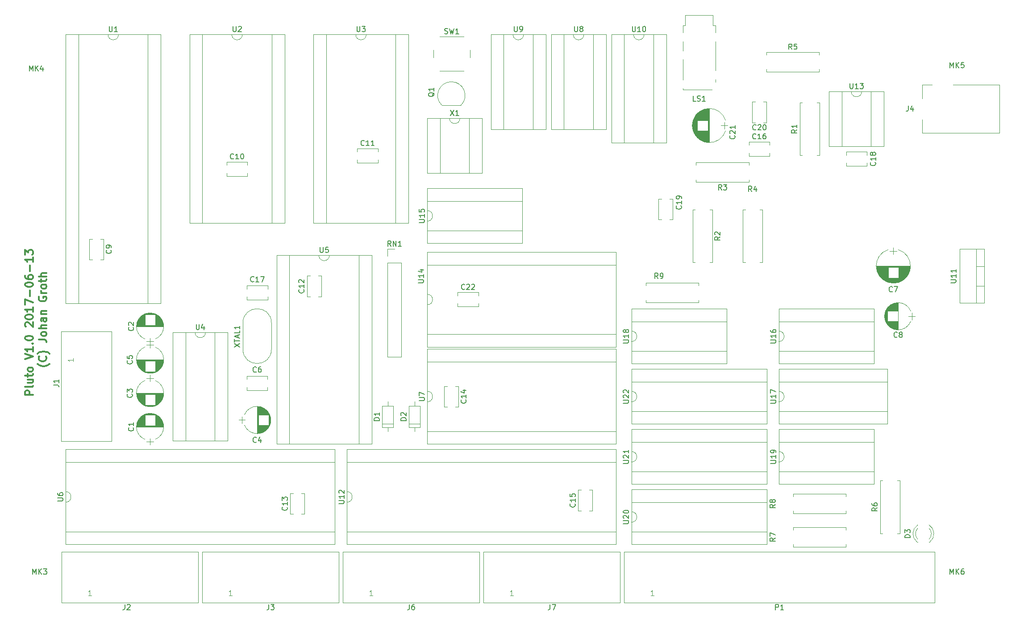
<source format=gbr>
G04 #@! TF.FileFunction,Legend,Top*
%FSLAX46Y46*%
G04 Gerber Fmt 4.6, Leading zero omitted, Abs format (unit mm)*
G04 Created by KiCad (PCBNEW 4.0.6-e0-6349~53~ubuntu16.04.1) date Tue Jun 13 06:23:48 2017*
%MOMM*%
%LPD*%
G01*
G04 APERTURE LIST*
%ADD10C,0.100000*%
%ADD11C,0.300000*%
%ADD12C,0.120000*%
%ADD13C,0.150000*%
%ADD14R,1.600000X1.600000*%
%ADD15C,1.600000*%
%ADD16O,1.600000X1.600000*%
%ADD17R,1.800000X1.800000*%
%ADD18C,1.800000*%
%ADD19R,1.727200X1.727200*%
%ADD20O,1.727200X1.727200*%
%ADD21R,3.500000X3.500000*%
%ADD22R,2.000000X1.500000*%
%ADD23C,1.500000*%
%ADD24C,6.400000*%
%ADD25O,0.900000X1.500000*%
%ADD26R,0.900000X1.500000*%
%ADD27C,2.400000*%
%ADD28O,2.400000X2.400000*%
%ADD29R,1.700000X1.700000*%
%ADD30O,1.700000X1.700000*%
%ADD31C,2.000000*%
%ADD32O,1.800000X1.800000*%
G04 APERTURE END LIST*
D10*
D11*
X28613571Y-110170712D02*
X27113571Y-110170712D01*
X27113571Y-109599284D01*
X27185000Y-109456426D01*
X27256429Y-109384998D01*
X27399286Y-109313569D01*
X27613571Y-109313569D01*
X27756429Y-109384998D01*
X27827857Y-109456426D01*
X27899286Y-109599284D01*
X27899286Y-110170712D01*
X28613571Y-108456426D02*
X28542143Y-108599284D01*
X28399286Y-108670712D01*
X27113571Y-108670712D01*
X27613571Y-107242141D02*
X28613571Y-107242141D01*
X27613571Y-107884998D02*
X28399286Y-107884998D01*
X28542143Y-107813570D01*
X28613571Y-107670712D01*
X28613571Y-107456427D01*
X28542143Y-107313570D01*
X28470714Y-107242141D01*
X27613571Y-106742141D02*
X27613571Y-106170712D01*
X27113571Y-106527855D02*
X28399286Y-106527855D01*
X28542143Y-106456427D01*
X28613571Y-106313569D01*
X28613571Y-106170712D01*
X28613571Y-105456426D02*
X28542143Y-105599284D01*
X28470714Y-105670712D01*
X28327857Y-105742141D01*
X27899286Y-105742141D01*
X27756429Y-105670712D01*
X27685000Y-105599284D01*
X27613571Y-105456426D01*
X27613571Y-105242141D01*
X27685000Y-105099284D01*
X27756429Y-105027855D01*
X27899286Y-104956426D01*
X28327857Y-104956426D01*
X28470714Y-105027855D01*
X28542143Y-105099284D01*
X28613571Y-105242141D01*
X28613571Y-105456426D01*
X27113571Y-103384998D02*
X28613571Y-102884998D01*
X27113571Y-102384998D01*
X28613571Y-101099284D02*
X28613571Y-101956427D01*
X28613571Y-101527855D02*
X27113571Y-101527855D01*
X27327857Y-101670712D01*
X27470714Y-101813570D01*
X27542143Y-101956427D01*
X28470714Y-100456427D02*
X28542143Y-100384999D01*
X28613571Y-100456427D01*
X28542143Y-100527856D01*
X28470714Y-100456427D01*
X28613571Y-100456427D01*
X27113571Y-99456427D02*
X27113571Y-99313570D01*
X27185000Y-99170713D01*
X27256429Y-99099284D01*
X27399286Y-99027855D01*
X27685000Y-98956427D01*
X28042143Y-98956427D01*
X28327857Y-99027855D01*
X28470714Y-99099284D01*
X28542143Y-99170713D01*
X28613571Y-99313570D01*
X28613571Y-99456427D01*
X28542143Y-99599284D01*
X28470714Y-99670713D01*
X28327857Y-99742141D01*
X28042143Y-99813570D01*
X27685000Y-99813570D01*
X27399286Y-99742141D01*
X27256429Y-99670713D01*
X27185000Y-99599284D01*
X27113571Y-99456427D01*
X27256429Y-97242142D02*
X27185000Y-97170713D01*
X27113571Y-97027856D01*
X27113571Y-96670713D01*
X27185000Y-96527856D01*
X27256429Y-96456427D01*
X27399286Y-96384999D01*
X27542143Y-96384999D01*
X27756429Y-96456427D01*
X28613571Y-97313570D01*
X28613571Y-96384999D01*
X27113571Y-95456428D02*
X27113571Y-95313571D01*
X27185000Y-95170714D01*
X27256429Y-95099285D01*
X27399286Y-95027856D01*
X27685000Y-94956428D01*
X28042143Y-94956428D01*
X28327857Y-95027856D01*
X28470714Y-95099285D01*
X28542143Y-95170714D01*
X28613571Y-95313571D01*
X28613571Y-95456428D01*
X28542143Y-95599285D01*
X28470714Y-95670714D01*
X28327857Y-95742142D01*
X28042143Y-95813571D01*
X27685000Y-95813571D01*
X27399286Y-95742142D01*
X27256429Y-95670714D01*
X27185000Y-95599285D01*
X27113571Y-95456428D01*
X28613571Y-93527857D02*
X28613571Y-94385000D01*
X28613571Y-93956428D02*
X27113571Y-93956428D01*
X27327857Y-94099285D01*
X27470714Y-94242143D01*
X27542143Y-94385000D01*
X27113571Y-93027857D02*
X27113571Y-92027857D01*
X28613571Y-92670714D01*
X28042143Y-91456429D02*
X28042143Y-90313572D01*
X27113571Y-89313572D02*
X27113571Y-89170715D01*
X27185000Y-89027858D01*
X27256429Y-88956429D01*
X27399286Y-88885000D01*
X27685000Y-88813572D01*
X28042143Y-88813572D01*
X28327857Y-88885000D01*
X28470714Y-88956429D01*
X28542143Y-89027858D01*
X28613571Y-89170715D01*
X28613571Y-89313572D01*
X28542143Y-89456429D01*
X28470714Y-89527858D01*
X28327857Y-89599286D01*
X28042143Y-89670715D01*
X27685000Y-89670715D01*
X27399286Y-89599286D01*
X27256429Y-89527858D01*
X27185000Y-89456429D01*
X27113571Y-89313572D01*
X27113571Y-87527858D02*
X27113571Y-87813572D01*
X27185000Y-87956429D01*
X27256429Y-88027858D01*
X27470714Y-88170715D01*
X27756429Y-88242144D01*
X28327857Y-88242144D01*
X28470714Y-88170715D01*
X28542143Y-88099287D01*
X28613571Y-87956429D01*
X28613571Y-87670715D01*
X28542143Y-87527858D01*
X28470714Y-87456429D01*
X28327857Y-87385001D01*
X27970714Y-87385001D01*
X27827857Y-87456429D01*
X27756429Y-87527858D01*
X27685000Y-87670715D01*
X27685000Y-87956429D01*
X27756429Y-88099287D01*
X27827857Y-88170715D01*
X27970714Y-88242144D01*
X28042143Y-86742144D02*
X28042143Y-85599287D01*
X28613571Y-84099287D02*
X28613571Y-84956430D01*
X28613571Y-84527858D02*
X27113571Y-84527858D01*
X27327857Y-84670715D01*
X27470714Y-84813573D01*
X27542143Y-84956430D01*
X27113571Y-83599287D02*
X27113571Y-82670716D01*
X27685000Y-83170716D01*
X27685000Y-82956430D01*
X27756429Y-82813573D01*
X27827857Y-82742144D01*
X27970714Y-82670716D01*
X28327857Y-82670716D01*
X28470714Y-82742144D01*
X28542143Y-82813573D01*
X28613571Y-82956430D01*
X28613571Y-83385002D01*
X28542143Y-83527859D01*
X28470714Y-83599287D01*
X31735000Y-104277857D02*
X31663571Y-104349285D01*
X31449286Y-104492142D01*
X31306429Y-104563571D01*
X31092143Y-104635000D01*
X30735000Y-104706428D01*
X30449286Y-104706428D01*
X30092143Y-104635000D01*
X29877857Y-104563571D01*
X29735000Y-104492142D01*
X29520714Y-104349285D01*
X29449286Y-104277857D01*
X31020714Y-102849285D02*
X31092143Y-102920714D01*
X31163571Y-103135000D01*
X31163571Y-103277857D01*
X31092143Y-103492142D01*
X30949286Y-103635000D01*
X30806429Y-103706428D01*
X30520714Y-103777857D01*
X30306429Y-103777857D01*
X30020714Y-103706428D01*
X29877857Y-103635000D01*
X29735000Y-103492142D01*
X29663571Y-103277857D01*
X29663571Y-103135000D01*
X29735000Y-102920714D01*
X29806429Y-102849285D01*
X31735000Y-102349285D02*
X31663571Y-102277857D01*
X31449286Y-102135000D01*
X31306429Y-102063571D01*
X31092143Y-101992142D01*
X30735000Y-101920714D01*
X30449286Y-101920714D01*
X30092143Y-101992142D01*
X29877857Y-102063571D01*
X29735000Y-102135000D01*
X29520714Y-102277857D01*
X29449286Y-102349285D01*
X29663571Y-99635000D02*
X30735000Y-99635000D01*
X30949286Y-99706428D01*
X31092143Y-99849285D01*
X31163571Y-100063571D01*
X31163571Y-100206428D01*
X31163571Y-98706428D02*
X31092143Y-98849286D01*
X31020714Y-98920714D01*
X30877857Y-98992143D01*
X30449286Y-98992143D01*
X30306429Y-98920714D01*
X30235000Y-98849286D01*
X30163571Y-98706428D01*
X30163571Y-98492143D01*
X30235000Y-98349286D01*
X30306429Y-98277857D01*
X30449286Y-98206428D01*
X30877857Y-98206428D01*
X31020714Y-98277857D01*
X31092143Y-98349286D01*
X31163571Y-98492143D01*
X31163571Y-98706428D01*
X31163571Y-97563571D02*
X29663571Y-97563571D01*
X31163571Y-96920714D02*
X30377857Y-96920714D01*
X30235000Y-96992143D01*
X30163571Y-97135000D01*
X30163571Y-97349285D01*
X30235000Y-97492143D01*
X30306429Y-97563571D01*
X31163571Y-95563571D02*
X30377857Y-95563571D01*
X30235000Y-95635000D01*
X30163571Y-95777857D01*
X30163571Y-96063571D01*
X30235000Y-96206428D01*
X31092143Y-95563571D02*
X31163571Y-95706428D01*
X31163571Y-96063571D01*
X31092143Y-96206428D01*
X30949286Y-96277857D01*
X30806429Y-96277857D01*
X30663571Y-96206428D01*
X30592143Y-96063571D01*
X30592143Y-95706428D01*
X30520714Y-95563571D01*
X30163571Y-94849285D02*
X31163571Y-94849285D01*
X30306429Y-94849285D02*
X30235000Y-94777857D01*
X30163571Y-94634999D01*
X30163571Y-94420714D01*
X30235000Y-94277857D01*
X30377857Y-94206428D01*
X31163571Y-94206428D01*
X29735000Y-91563571D02*
X29663571Y-91706428D01*
X29663571Y-91920714D01*
X29735000Y-92134999D01*
X29877857Y-92277857D01*
X30020714Y-92349285D01*
X30306429Y-92420714D01*
X30520714Y-92420714D01*
X30806429Y-92349285D01*
X30949286Y-92277857D01*
X31092143Y-92134999D01*
X31163571Y-91920714D01*
X31163571Y-91777857D01*
X31092143Y-91563571D01*
X31020714Y-91492142D01*
X30520714Y-91492142D01*
X30520714Y-91777857D01*
X31163571Y-90849285D02*
X30163571Y-90849285D01*
X30449286Y-90849285D02*
X30306429Y-90777857D01*
X30235000Y-90706428D01*
X30163571Y-90563571D01*
X30163571Y-90420714D01*
X31163571Y-89706428D02*
X31092143Y-89849286D01*
X31020714Y-89920714D01*
X30877857Y-89992143D01*
X30449286Y-89992143D01*
X30306429Y-89920714D01*
X30235000Y-89849286D01*
X30163571Y-89706428D01*
X30163571Y-89492143D01*
X30235000Y-89349286D01*
X30306429Y-89277857D01*
X30449286Y-89206428D01*
X30877857Y-89206428D01*
X31020714Y-89277857D01*
X31092143Y-89349286D01*
X31163571Y-89492143D01*
X31163571Y-89706428D01*
X30163571Y-88777857D02*
X30163571Y-88206428D01*
X29663571Y-88563571D02*
X30949286Y-88563571D01*
X31092143Y-88492143D01*
X31163571Y-88349285D01*
X31163571Y-88206428D01*
X31163571Y-87706428D02*
X29663571Y-87706428D01*
X31163571Y-87063571D02*
X30377857Y-87063571D01*
X30235000Y-87135000D01*
X30163571Y-87277857D01*
X30163571Y-87492142D01*
X30235000Y-87635000D01*
X30306429Y-87706428D01*
D12*
X48250000Y-116225000D02*
X53350000Y-116225000D01*
X48250000Y-116185000D02*
X53350000Y-116185000D01*
X48251000Y-116145000D02*
X53349000Y-116145000D01*
X48252000Y-116105000D02*
X53348000Y-116105000D01*
X48254000Y-116065000D02*
X53346000Y-116065000D01*
X48257000Y-116025000D02*
X53343000Y-116025000D01*
X48261000Y-115985000D02*
X53339000Y-115985000D01*
X48265000Y-115945000D02*
X49820000Y-115945000D01*
X51780000Y-115945000D02*
X53335000Y-115945000D01*
X48269000Y-115905000D02*
X49820000Y-115905000D01*
X51780000Y-115905000D02*
X53331000Y-115905000D01*
X48275000Y-115865000D02*
X49820000Y-115865000D01*
X51780000Y-115865000D02*
X53325000Y-115865000D01*
X48281000Y-115825000D02*
X49820000Y-115825000D01*
X51780000Y-115825000D02*
X53319000Y-115825000D01*
X48287000Y-115785000D02*
X49820000Y-115785000D01*
X51780000Y-115785000D02*
X53313000Y-115785000D01*
X48294000Y-115745000D02*
X49820000Y-115745000D01*
X51780000Y-115745000D02*
X53306000Y-115745000D01*
X48302000Y-115705000D02*
X49820000Y-115705000D01*
X51780000Y-115705000D02*
X53298000Y-115705000D01*
X48311000Y-115665000D02*
X49820000Y-115665000D01*
X51780000Y-115665000D02*
X53289000Y-115665000D01*
X48320000Y-115625000D02*
X49820000Y-115625000D01*
X51780000Y-115625000D02*
X53280000Y-115625000D01*
X48330000Y-115585000D02*
X49820000Y-115585000D01*
X51780000Y-115585000D02*
X53270000Y-115585000D01*
X48340000Y-115545000D02*
X49820000Y-115545000D01*
X51780000Y-115545000D02*
X53260000Y-115545000D01*
X48352000Y-115504000D02*
X49820000Y-115504000D01*
X51780000Y-115504000D02*
X53248000Y-115504000D01*
X48364000Y-115464000D02*
X49820000Y-115464000D01*
X51780000Y-115464000D02*
X53236000Y-115464000D01*
X48376000Y-115424000D02*
X49820000Y-115424000D01*
X51780000Y-115424000D02*
X53224000Y-115424000D01*
X48390000Y-115384000D02*
X49820000Y-115384000D01*
X51780000Y-115384000D02*
X53210000Y-115384000D01*
X48404000Y-115344000D02*
X49820000Y-115344000D01*
X51780000Y-115344000D02*
X53196000Y-115344000D01*
X48418000Y-115304000D02*
X49820000Y-115304000D01*
X51780000Y-115304000D02*
X53182000Y-115304000D01*
X48434000Y-115264000D02*
X49820000Y-115264000D01*
X51780000Y-115264000D02*
X53166000Y-115264000D01*
X48450000Y-115224000D02*
X49820000Y-115224000D01*
X51780000Y-115224000D02*
X53150000Y-115224000D01*
X48467000Y-115184000D02*
X49820000Y-115184000D01*
X51780000Y-115184000D02*
X53133000Y-115184000D01*
X48485000Y-115144000D02*
X49820000Y-115144000D01*
X51780000Y-115144000D02*
X53115000Y-115144000D01*
X48504000Y-115104000D02*
X49820000Y-115104000D01*
X51780000Y-115104000D02*
X53096000Y-115104000D01*
X48524000Y-115064000D02*
X49820000Y-115064000D01*
X51780000Y-115064000D02*
X53076000Y-115064000D01*
X48544000Y-115024000D02*
X49820000Y-115024000D01*
X51780000Y-115024000D02*
X53056000Y-115024000D01*
X48566000Y-114984000D02*
X49820000Y-114984000D01*
X51780000Y-114984000D02*
X53034000Y-114984000D01*
X48588000Y-114944000D02*
X49820000Y-114944000D01*
X51780000Y-114944000D02*
X53012000Y-114944000D01*
X48611000Y-114904000D02*
X49820000Y-114904000D01*
X51780000Y-114904000D02*
X52989000Y-114904000D01*
X48635000Y-114864000D02*
X49820000Y-114864000D01*
X51780000Y-114864000D02*
X52965000Y-114864000D01*
X48660000Y-114824000D02*
X49820000Y-114824000D01*
X51780000Y-114824000D02*
X52940000Y-114824000D01*
X48687000Y-114784000D02*
X49820000Y-114784000D01*
X51780000Y-114784000D02*
X52913000Y-114784000D01*
X48714000Y-114744000D02*
X49820000Y-114744000D01*
X51780000Y-114744000D02*
X52886000Y-114744000D01*
X48742000Y-114704000D02*
X49820000Y-114704000D01*
X51780000Y-114704000D02*
X52858000Y-114704000D01*
X48772000Y-114664000D02*
X49820000Y-114664000D01*
X51780000Y-114664000D02*
X52828000Y-114664000D01*
X48803000Y-114624000D02*
X49820000Y-114624000D01*
X51780000Y-114624000D02*
X52797000Y-114624000D01*
X48835000Y-114584000D02*
X49820000Y-114584000D01*
X51780000Y-114584000D02*
X52765000Y-114584000D01*
X48868000Y-114544000D02*
X49820000Y-114544000D01*
X51780000Y-114544000D02*
X52732000Y-114544000D01*
X48903000Y-114504000D02*
X49820000Y-114504000D01*
X51780000Y-114504000D02*
X52697000Y-114504000D01*
X48939000Y-114464000D02*
X49820000Y-114464000D01*
X51780000Y-114464000D02*
X52661000Y-114464000D01*
X48977000Y-114424000D02*
X49820000Y-114424000D01*
X51780000Y-114424000D02*
X52623000Y-114424000D01*
X49017000Y-114384000D02*
X49820000Y-114384000D01*
X51780000Y-114384000D02*
X52583000Y-114384000D01*
X49058000Y-114344000D02*
X49820000Y-114344000D01*
X51780000Y-114344000D02*
X52542000Y-114344000D01*
X49101000Y-114304000D02*
X49820000Y-114304000D01*
X51780000Y-114304000D02*
X52499000Y-114304000D01*
X49146000Y-114264000D02*
X49820000Y-114264000D01*
X51780000Y-114264000D02*
X52454000Y-114264000D01*
X49194000Y-114224000D02*
X49820000Y-114224000D01*
X51780000Y-114224000D02*
X52406000Y-114224000D01*
X49244000Y-114184000D02*
X49820000Y-114184000D01*
X51780000Y-114184000D02*
X52356000Y-114184000D01*
X49296000Y-114144000D02*
X49820000Y-114144000D01*
X51780000Y-114144000D02*
X52304000Y-114144000D01*
X49352000Y-114104000D02*
X49820000Y-114104000D01*
X51780000Y-114104000D02*
X52248000Y-114104000D01*
X49410000Y-114064000D02*
X49820000Y-114064000D01*
X51780000Y-114064000D02*
X52190000Y-114064000D01*
X49473000Y-114024000D02*
X49820000Y-114024000D01*
X51780000Y-114024000D02*
X52127000Y-114024000D01*
X49539000Y-113984000D02*
X52061000Y-113984000D01*
X49611000Y-113944000D02*
X51989000Y-113944000D01*
X49688000Y-113904000D02*
X51912000Y-113904000D01*
X49772000Y-113864000D02*
X51828000Y-113864000D01*
X49866000Y-113824000D02*
X51734000Y-113824000D01*
X49971000Y-113784000D02*
X51629000Y-113784000D01*
X50093000Y-113744000D02*
X51507000Y-113744000D01*
X50241000Y-113704000D02*
X51359000Y-113704000D01*
X50446000Y-113664000D02*
X51154000Y-113664000D01*
X50800000Y-119675000D02*
X50800000Y-118475000D01*
X50150000Y-119075000D02*
X51450000Y-119075000D01*
X49818600Y-113828137D02*
G75*
G03X49820000Y-118622436I981400J-2396863D01*
G01*
X51781400Y-113828137D02*
G75*
G02X51780000Y-118622436I-981400J-2396863D01*
G01*
X51781400Y-113828137D02*
G75*
G03X49820000Y-113827564I-981400J-2396863D01*
G01*
X48250000Y-97175000D02*
X53350000Y-97175000D01*
X48250000Y-97135000D02*
X53350000Y-97135000D01*
X48251000Y-97095000D02*
X53349000Y-97095000D01*
X48252000Y-97055000D02*
X53348000Y-97055000D01*
X48254000Y-97015000D02*
X53346000Y-97015000D01*
X48257000Y-96975000D02*
X53343000Y-96975000D01*
X48261000Y-96935000D02*
X53339000Y-96935000D01*
X48265000Y-96895000D02*
X49820000Y-96895000D01*
X51780000Y-96895000D02*
X53335000Y-96895000D01*
X48269000Y-96855000D02*
X49820000Y-96855000D01*
X51780000Y-96855000D02*
X53331000Y-96855000D01*
X48275000Y-96815000D02*
X49820000Y-96815000D01*
X51780000Y-96815000D02*
X53325000Y-96815000D01*
X48281000Y-96775000D02*
X49820000Y-96775000D01*
X51780000Y-96775000D02*
X53319000Y-96775000D01*
X48287000Y-96735000D02*
X49820000Y-96735000D01*
X51780000Y-96735000D02*
X53313000Y-96735000D01*
X48294000Y-96695000D02*
X49820000Y-96695000D01*
X51780000Y-96695000D02*
X53306000Y-96695000D01*
X48302000Y-96655000D02*
X49820000Y-96655000D01*
X51780000Y-96655000D02*
X53298000Y-96655000D01*
X48311000Y-96615000D02*
X49820000Y-96615000D01*
X51780000Y-96615000D02*
X53289000Y-96615000D01*
X48320000Y-96575000D02*
X49820000Y-96575000D01*
X51780000Y-96575000D02*
X53280000Y-96575000D01*
X48330000Y-96535000D02*
X49820000Y-96535000D01*
X51780000Y-96535000D02*
X53270000Y-96535000D01*
X48340000Y-96495000D02*
X49820000Y-96495000D01*
X51780000Y-96495000D02*
X53260000Y-96495000D01*
X48352000Y-96454000D02*
X49820000Y-96454000D01*
X51780000Y-96454000D02*
X53248000Y-96454000D01*
X48364000Y-96414000D02*
X49820000Y-96414000D01*
X51780000Y-96414000D02*
X53236000Y-96414000D01*
X48376000Y-96374000D02*
X49820000Y-96374000D01*
X51780000Y-96374000D02*
X53224000Y-96374000D01*
X48390000Y-96334000D02*
X49820000Y-96334000D01*
X51780000Y-96334000D02*
X53210000Y-96334000D01*
X48404000Y-96294000D02*
X49820000Y-96294000D01*
X51780000Y-96294000D02*
X53196000Y-96294000D01*
X48418000Y-96254000D02*
X49820000Y-96254000D01*
X51780000Y-96254000D02*
X53182000Y-96254000D01*
X48434000Y-96214000D02*
X49820000Y-96214000D01*
X51780000Y-96214000D02*
X53166000Y-96214000D01*
X48450000Y-96174000D02*
X49820000Y-96174000D01*
X51780000Y-96174000D02*
X53150000Y-96174000D01*
X48467000Y-96134000D02*
X49820000Y-96134000D01*
X51780000Y-96134000D02*
X53133000Y-96134000D01*
X48485000Y-96094000D02*
X49820000Y-96094000D01*
X51780000Y-96094000D02*
X53115000Y-96094000D01*
X48504000Y-96054000D02*
X49820000Y-96054000D01*
X51780000Y-96054000D02*
X53096000Y-96054000D01*
X48524000Y-96014000D02*
X49820000Y-96014000D01*
X51780000Y-96014000D02*
X53076000Y-96014000D01*
X48544000Y-95974000D02*
X49820000Y-95974000D01*
X51780000Y-95974000D02*
X53056000Y-95974000D01*
X48566000Y-95934000D02*
X49820000Y-95934000D01*
X51780000Y-95934000D02*
X53034000Y-95934000D01*
X48588000Y-95894000D02*
X49820000Y-95894000D01*
X51780000Y-95894000D02*
X53012000Y-95894000D01*
X48611000Y-95854000D02*
X49820000Y-95854000D01*
X51780000Y-95854000D02*
X52989000Y-95854000D01*
X48635000Y-95814000D02*
X49820000Y-95814000D01*
X51780000Y-95814000D02*
X52965000Y-95814000D01*
X48660000Y-95774000D02*
X49820000Y-95774000D01*
X51780000Y-95774000D02*
X52940000Y-95774000D01*
X48687000Y-95734000D02*
X49820000Y-95734000D01*
X51780000Y-95734000D02*
X52913000Y-95734000D01*
X48714000Y-95694000D02*
X49820000Y-95694000D01*
X51780000Y-95694000D02*
X52886000Y-95694000D01*
X48742000Y-95654000D02*
X49820000Y-95654000D01*
X51780000Y-95654000D02*
X52858000Y-95654000D01*
X48772000Y-95614000D02*
X49820000Y-95614000D01*
X51780000Y-95614000D02*
X52828000Y-95614000D01*
X48803000Y-95574000D02*
X49820000Y-95574000D01*
X51780000Y-95574000D02*
X52797000Y-95574000D01*
X48835000Y-95534000D02*
X49820000Y-95534000D01*
X51780000Y-95534000D02*
X52765000Y-95534000D01*
X48868000Y-95494000D02*
X49820000Y-95494000D01*
X51780000Y-95494000D02*
X52732000Y-95494000D01*
X48903000Y-95454000D02*
X49820000Y-95454000D01*
X51780000Y-95454000D02*
X52697000Y-95454000D01*
X48939000Y-95414000D02*
X49820000Y-95414000D01*
X51780000Y-95414000D02*
X52661000Y-95414000D01*
X48977000Y-95374000D02*
X49820000Y-95374000D01*
X51780000Y-95374000D02*
X52623000Y-95374000D01*
X49017000Y-95334000D02*
X49820000Y-95334000D01*
X51780000Y-95334000D02*
X52583000Y-95334000D01*
X49058000Y-95294000D02*
X49820000Y-95294000D01*
X51780000Y-95294000D02*
X52542000Y-95294000D01*
X49101000Y-95254000D02*
X49820000Y-95254000D01*
X51780000Y-95254000D02*
X52499000Y-95254000D01*
X49146000Y-95214000D02*
X49820000Y-95214000D01*
X51780000Y-95214000D02*
X52454000Y-95214000D01*
X49194000Y-95174000D02*
X49820000Y-95174000D01*
X51780000Y-95174000D02*
X52406000Y-95174000D01*
X49244000Y-95134000D02*
X49820000Y-95134000D01*
X51780000Y-95134000D02*
X52356000Y-95134000D01*
X49296000Y-95094000D02*
X49820000Y-95094000D01*
X51780000Y-95094000D02*
X52304000Y-95094000D01*
X49352000Y-95054000D02*
X49820000Y-95054000D01*
X51780000Y-95054000D02*
X52248000Y-95054000D01*
X49410000Y-95014000D02*
X49820000Y-95014000D01*
X51780000Y-95014000D02*
X52190000Y-95014000D01*
X49473000Y-94974000D02*
X49820000Y-94974000D01*
X51780000Y-94974000D02*
X52127000Y-94974000D01*
X49539000Y-94934000D02*
X52061000Y-94934000D01*
X49611000Y-94894000D02*
X51989000Y-94894000D01*
X49688000Y-94854000D02*
X51912000Y-94854000D01*
X49772000Y-94814000D02*
X51828000Y-94814000D01*
X49866000Y-94774000D02*
X51734000Y-94774000D01*
X49971000Y-94734000D02*
X51629000Y-94734000D01*
X50093000Y-94694000D02*
X51507000Y-94694000D01*
X50241000Y-94654000D02*
X51359000Y-94654000D01*
X50446000Y-94614000D02*
X51154000Y-94614000D01*
X50800000Y-100625000D02*
X50800000Y-99425000D01*
X50150000Y-100025000D02*
X51450000Y-100025000D01*
X49818600Y-94778137D02*
G75*
G03X49820000Y-99572436I981400J-2396863D01*
G01*
X51781400Y-94778137D02*
G75*
G02X51780000Y-99572436I-981400J-2396863D01*
G01*
X51781400Y-94778137D02*
G75*
G03X49820000Y-94777564I-981400J-2396863D01*
G01*
X53350000Y-109835000D02*
X48250000Y-109835000D01*
X53350000Y-109875000D02*
X48250000Y-109875000D01*
X53349000Y-109915000D02*
X48251000Y-109915000D01*
X53348000Y-109955000D02*
X48252000Y-109955000D01*
X53346000Y-109995000D02*
X48254000Y-109995000D01*
X53343000Y-110035000D02*
X48257000Y-110035000D01*
X53339000Y-110075000D02*
X48261000Y-110075000D01*
X53335000Y-110115000D02*
X51780000Y-110115000D01*
X49820000Y-110115000D02*
X48265000Y-110115000D01*
X53331000Y-110155000D02*
X51780000Y-110155000D01*
X49820000Y-110155000D02*
X48269000Y-110155000D01*
X53325000Y-110195000D02*
X51780000Y-110195000D01*
X49820000Y-110195000D02*
X48275000Y-110195000D01*
X53319000Y-110235000D02*
X51780000Y-110235000D01*
X49820000Y-110235000D02*
X48281000Y-110235000D01*
X53313000Y-110275000D02*
X51780000Y-110275000D01*
X49820000Y-110275000D02*
X48287000Y-110275000D01*
X53306000Y-110315000D02*
X51780000Y-110315000D01*
X49820000Y-110315000D02*
X48294000Y-110315000D01*
X53298000Y-110355000D02*
X51780000Y-110355000D01*
X49820000Y-110355000D02*
X48302000Y-110355000D01*
X53289000Y-110395000D02*
X51780000Y-110395000D01*
X49820000Y-110395000D02*
X48311000Y-110395000D01*
X53280000Y-110435000D02*
X51780000Y-110435000D01*
X49820000Y-110435000D02*
X48320000Y-110435000D01*
X53270000Y-110475000D02*
X51780000Y-110475000D01*
X49820000Y-110475000D02*
X48330000Y-110475000D01*
X53260000Y-110515000D02*
X51780000Y-110515000D01*
X49820000Y-110515000D02*
X48340000Y-110515000D01*
X53248000Y-110556000D02*
X51780000Y-110556000D01*
X49820000Y-110556000D02*
X48352000Y-110556000D01*
X53236000Y-110596000D02*
X51780000Y-110596000D01*
X49820000Y-110596000D02*
X48364000Y-110596000D01*
X53224000Y-110636000D02*
X51780000Y-110636000D01*
X49820000Y-110636000D02*
X48376000Y-110636000D01*
X53210000Y-110676000D02*
X51780000Y-110676000D01*
X49820000Y-110676000D02*
X48390000Y-110676000D01*
X53196000Y-110716000D02*
X51780000Y-110716000D01*
X49820000Y-110716000D02*
X48404000Y-110716000D01*
X53182000Y-110756000D02*
X51780000Y-110756000D01*
X49820000Y-110756000D02*
X48418000Y-110756000D01*
X53166000Y-110796000D02*
X51780000Y-110796000D01*
X49820000Y-110796000D02*
X48434000Y-110796000D01*
X53150000Y-110836000D02*
X51780000Y-110836000D01*
X49820000Y-110836000D02*
X48450000Y-110836000D01*
X53133000Y-110876000D02*
X51780000Y-110876000D01*
X49820000Y-110876000D02*
X48467000Y-110876000D01*
X53115000Y-110916000D02*
X51780000Y-110916000D01*
X49820000Y-110916000D02*
X48485000Y-110916000D01*
X53096000Y-110956000D02*
X51780000Y-110956000D01*
X49820000Y-110956000D02*
X48504000Y-110956000D01*
X53076000Y-110996000D02*
X51780000Y-110996000D01*
X49820000Y-110996000D02*
X48524000Y-110996000D01*
X53056000Y-111036000D02*
X51780000Y-111036000D01*
X49820000Y-111036000D02*
X48544000Y-111036000D01*
X53034000Y-111076000D02*
X51780000Y-111076000D01*
X49820000Y-111076000D02*
X48566000Y-111076000D01*
X53012000Y-111116000D02*
X51780000Y-111116000D01*
X49820000Y-111116000D02*
X48588000Y-111116000D01*
X52989000Y-111156000D02*
X51780000Y-111156000D01*
X49820000Y-111156000D02*
X48611000Y-111156000D01*
X52965000Y-111196000D02*
X51780000Y-111196000D01*
X49820000Y-111196000D02*
X48635000Y-111196000D01*
X52940000Y-111236000D02*
X51780000Y-111236000D01*
X49820000Y-111236000D02*
X48660000Y-111236000D01*
X52913000Y-111276000D02*
X51780000Y-111276000D01*
X49820000Y-111276000D02*
X48687000Y-111276000D01*
X52886000Y-111316000D02*
X51780000Y-111316000D01*
X49820000Y-111316000D02*
X48714000Y-111316000D01*
X52858000Y-111356000D02*
X51780000Y-111356000D01*
X49820000Y-111356000D02*
X48742000Y-111356000D01*
X52828000Y-111396000D02*
X51780000Y-111396000D01*
X49820000Y-111396000D02*
X48772000Y-111396000D01*
X52797000Y-111436000D02*
X51780000Y-111436000D01*
X49820000Y-111436000D02*
X48803000Y-111436000D01*
X52765000Y-111476000D02*
X51780000Y-111476000D01*
X49820000Y-111476000D02*
X48835000Y-111476000D01*
X52732000Y-111516000D02*
X51780000Y-111516000D01*
X49820000Y-111516000D02*
X48868000Y-111516000D01*
X52697000Y-111556000D02*
X51780000Y-111556000D01*
X49820000Y-111556000D02*
X48903000Y-111556000D01*
X52661000Y-111596000D02*
X51780000Y-111596000D01*
X49820000Y-111596000D02*
X48939000Y-111596000D01*
X52623000Y-111636000D02*
X51780000Y-111636000D01*
X49820000Y-111636000D02*
X48977000Y-111636000D01*
X52583000Y-111676000D02*
X51780000Y-111676000D01*
X49820000Y-111676000D02*
X49017000Y-111676000D01*
X52542000Y-111716000D02*
X51780000Y-111716000D01*
X49820000Y-111716000D02*
X49058000Y-111716000D01*
X52499000Y-111756000D02*
X51780000Y-111756000D01*
X49820000Y-111756000D02*
X49101000Y-111756000D01*
X52454000Y-111796000D02*
X51780000Y-111796000D01*
X49820000Y-111796000D02*
X49146000Y-111796000D01*
X52406000Y-111836000D02*
X51780000Y-111836000D01*
X49820000Y-111836000D02*
X49194000Y-111836000D01*
X52356000Y-111876000D02*
X51780000Y-111876000D01*
X49820000Y-111876000D02*
X49244000Y-111876000D01*
X52304000Y-111916000D02*
X51780000Y-111916000D01*
X49820000Y-111916000D02*
X49296000Y-111916000D01*
X52248000Y-111956000D02*
X51780000Y-111956000D01*
X49820000Y-111956000D02*
X49352000Y-111956000D01*
X52190000Y-111996000D02*
X51780000Y-111996000D01*
X49820000Y-111996000D02*
X49410000Y-111996000D01*
X52127000Y-112036000D02*
X51780000Y-112036000D01*
X49820000Y-112036000D02*
X49473000Y-112036000D01*
X52061000Y-112076000D02*
X49539000Y-112076000D01*
X51989000Y-112116000D02*
X49611000Y-112116000D01*
X51912000Y-112156000D02*
X49688000Y-112156000D01*
X51828000Y-112196000D02*
X49772000Y-112196000D01*
X51734000Y-112236000D02*
X49866000Y-112236000D01*
X51629000Y-112276000D02*
X49971000Y-112276000D01*
X51507000Y-112316000D02*
X50093000Y-112316000D01*
X51359000Y-112356000D02*
X50241000Y-112356000D01*
X51154000Y-112396000D02*
X50446000Y-112396000D01*
X50800000Y-106385000D02*
X50800000Y-107585000D01*
X51450000Y-106985000D02*
X50150000Y-106985000D01*
X51781400Y-112231863D02*
G75*
G03X51780000Y-107437564I-981400J2396863D01*
G01*
X49818600Y-112231863D02*
G75*
G02X49820000Y-107437564I981400J2396863D01*
G01*
X49818600Y-112231863D02*
G75*
G03X51780000Y-112232436I981400J2396863D01*
G01*
X71100000Y-112385000D02*
X71100000Y-117485000D01*
X71140000Y-112385000D02*
X71140000Y-117485000D01*
X71180000Y-112386000D02*
X71180000Y-117484000D01*
X71220000Y-112387000D02*
X71220000Y-117483000D01*
X71260000Y-112389000D02*
X71260000Y-117481000D01*
X71300000Y-112392000D02*
X71300000Y-117478000D01*
X71340000Y-112396000D02*
X71340000Y-117474000D01*
X71380000Y-112400000D02*
X71380000Y-113955000D01*
X71380000Y-115915000D02*
X71380000Y-117470000D01*
X71420000Y-112404000D02*
X71420000Y-113955000D01*
X71420000Y-115915000D02*
X71420000Y-117466000D01*
X71460000Y-112410000D02*
X71460000Y-113955000D01*
X71460000Y-115915000D02*
X71460000Y-117460000D01*
X71500000Y-112416000D02*
X71500000Y-113955000D01*
X71500000Y-115915000D02*
X71500000Y-117454000D01*
X71540000Y-112422000D02*
X71540000Y-113955000D01*
X71540000Y-115915000D02*
X71540000Y-117448000D01*
X71580000Y-112429000D02*
X71580000Y-113955000D01*
X71580000Y-115915000D02*
X71580000Y-117441000D01*
X71620000Y-112437000D02*
X71620000Y-113955000D01*
X71620000Y-115915000D02*
X71620000Y-117433000D01*
X71660000Y-112446000D02*
X71660000Y-113955000D01*
X71660000Y-115915000D02*
X71660000Y-117424000D01*
X71700000Y-112455000D02*
X71700000Y-113955000D01*
X71700000Y-115915000D02*
X71700000Y-117415000D01*
X71740000Y-112465000D02*
X71740000Y-113955000D01*
X71740000Y-115915000D02*
X71740000Y-117405000D01*
X71780000Y-112475000D02*
X71780000Y-113955000D01*
X71780000Y-115915000D02*
X71780000Y-117395000D01*
X71821000Y-112487000D02*
X71821000Y-113955000D01*
X71821000Y-115915000D02*
X71821000Y-117383000D01*
X71861000Y-112499000D02*
X71861000Y-113955000D01*
X71861000Y-115915000D02*
X71861000Y-117371000D01*
X71901000Y-112511000D02*
X71901000Y-113955000D01*
X71901000Y-115915000D02*
X71901000Y-117359000D01*
X71941000Y-112525000D02*
X71941000Y-113955000D01*
X71941000Y-115915000D02*
X71941000Y-117345000D01*
X71981000Y-112539000D02*
X71981000Y-113955000D01*
X71981000Y-115915000D02*
X71981000Y-117331000D01*
X72021000Y-112553000D02*
X72021000Y-113955000D01*
X72021000Y-115915000D02*
X72021000Y-117317000D01*
X72061000Y-112569000D02*
X72061000Y-113955000D01*
X72061000Y-115915000D02*
X72061000Y-117301000D01*
X72101000Y-112585000D02*
X72101000Y-113955000D01*
X72101000Y-115915000D02*
X72101000Y-117285000D01*
X72141000Y-112602000D02*
X72141000Y-113955000D01*
X72141000Y-115915000D02*
X72141000Y-117268000D01*
X72181000Y-112620000D02*
X72181000Y-113955000D01*
X72181000Y-115915000D02*
X72181000Y-117250000D01*
X72221000Y-112639000D02*
X72221000Y-113955000D01*
X72221000Y-115915000D02*
X72221000Y-117231000D01*
X72261000Y-112659000D02*
X72261000Y-113955000D01*
X72261000Y-115915000D02*
X72261000Y-117211000D01*
X72301000Y-112679000D02*
X72301000Y-113955000D01*
X72301000Y-115915000D02*
X72301000Y-117191000D01*
X72341000Y-112701000D02*
X72341000Y-113955000D01*
X72341000Y-115915000D02*
X72341000Y-117169000D01*
X72381000Y-112723000D02*
X72381000Y-113955000D01*
X72381000Y-115915000D02*
X72381000Y-117147000D01*
X72421000Y-112746000D02*
X72421000Y-113955000D01*
X72421000Y-115915000D02*
X72421000Y-117124000D01*
X72461000Y-112770000D02*
X72461000Y-113955000D01*
X72461000Y-115915000D02*
X72461000Y-117100000D01*
X72501000Y-112795000D02*
X72501000Y-113955000D01*
X72501000Y-115915000D02*
X72501000Y-117075000D01*
X72541000Y-112822000D02*
X72541000Y-113955000D01*
X72541000Y-115915000D02*
X72541000Y-117048000D01*
X72581000Y-112849000D02*
X72581000Y-113955000D01*
X72581000Y-115915000D02*
X72581000Y-117021000D01*
X72621000Y-112877000D02*
X72621000Y-113955000D01*
X72621000Y-115915000D02*
X72621000Y-116993000D01*
X72661000Y-112907000D02*
X72661000Y-113955000D01*
X72661000Y-115915000D02*
X72661000Y-116963000D01*
X72701000Y-112938000D02*
X72701000Y-113955000D01*
X72701000Y-115915000D02*
X72701000Y-116932000D01*
X72741000Y-112970000D02*
X72741000Y-113955000D01*
X72741000Y-115915000D02*
X72741000Y-116900000D01*
X72781000Y-113003000D02*
X72781000Y-113955000D01*
X72781000Y-115915000D02*
X72781000Y-116867000D01*
X72821000Y-113038000D02*
X72821000Y-113955000D01*
X72821000Y-115915000D02*
X72821000Y-116832000D01*
X72861000Y-113074000D02*
X72861000Y-113955000D01*
X72861000Y-115915000D02*
X72861000Y-116796000D01*
X72901000Y-113112000D02*
X72901000Y-113955000D01*
X72901000Y-115915000D02*
X72901000Y-116758000D01*
X72941000Y-113152000D02*
X72941000Y-113955000D01*
X72941000Y-115915000D02*
X72941000Y-116718000D01*
X72981000Y-113193000D02*
X72981000Y-113955000D01*
X72981000Y-115915000D02*
X72981000Y-116677000D01*
X73021000Y-113236000D02*
X73021000Y-113955000D01*
X73021000Y-115915000D02*
X73021000Y-116634000D01*
X73061000Y-113281000D02*
X73061000Y-113955000D01*
X73061000Y-115915000D02*
X73061000Y-116589000D01*
X73101000Y-113329000D02*
X73101000Y-113955000D01*
X73101000Y-115915000D02*
X73101000Y-116541000D01*
X73141000Y-113379000D02*
X73141000Y-113955000D01*
X73141000Y-115915000D02*
X73141000Y-116491000D01*
X73181000Y-113431000D02*
X73181000Y-113955000D01*
X73181000Y-115915000D02*
X73181000Y-116439000D01*
X73221000Y-113487000D02*
X73221000Y-113955000D01*
X73221000Y-115915000D02*
X73221000Y-116383000D01*
X73261000Y-113545000D02*
X73261000Y-113955000D01*
X73261000Y-115915000D02*
X73261000Y-116325000D01*
X73301000Y-113608000D02*
X73301000Y-113955000D01*
X73301000Y-115915000D02*
X73301000Y-116262000D01*
X73341000Y-113674000D02*
X73341000Y-116196000D01*
X73381000Y-113746000D02*
X73381000Y-116124000D01*
X73421000Y-113823000D02*
X73421000Y-116047000D01*
X73461000Y-113907000D02*
X73461000Y-115963000D01*
X73501000Y-114001000D02*
X73501000Y-115869000D01*
X73541000Y-114106000D02*
X73541000Y-115764000D01*
X73581000Y-114228000D02*
X73581000Y-115642000D01*
X73621000Y-114376000D02*
X73621000Y-115494000D01*
X73661000Y-114581000D02*
X73661000Y-115289000D01*
X67650000Y-114935000D02*
X68850000Y-114935000D01*
X68250000Y-114285000D02*
X68250000Y-115585000D01*
X73496863Y-113953600D02*
G75*
G03X68702564Y-113955000I-2396863J-981400D01*
G01*
X73496863Y-115916400D02*
G75*
G02X68702564Y-115915000I-2396863J981400D01*
G01*
X73496863Y-115916400D02*
G75*
G03X73497436Y-113955000I-2396863J981400D01*
G01*
X53350000Y-103485000D02*
X48250000Y-103485000D01*
X53350000Y-103525000D02*
X48250000Y-103525000D01*
X53349000Y-103565000D02*
X48251000Y-103565000D01*
X53348000Y-103605000D02*
X48252000Y-103605000D01*
X53346000Y-103645000D02*
X48254000Y-103645000D01*
X53343000Y-103685000D02*
X48257000Y-103685000D01*
X53339000Y-103725000D02*
X48261000Y-103725000D01*
X53335000Y-103765000D02*
X51780000Y-103765000D01*
X49820000Y-103765000D02*
X48265000Y-103765000D01*
X53331000Y-103805000D02*
X51780000Y-103805000D01*
X49820000Y-103805000D02*
X48269000Y-103805000D01*
X53325000Y-103845000D02*
X51780000Y-103845000D01*
X49820000Y-103845000D02*
X48275000Y-103845000D01*
X53319000Y-103885000D02*
X51780000Y-103885000D01*
X49820000Y-103885000D02*
X48281000Y-103885000D01*
X53313000Y-103925000D02*
X51780000Y-103925000D01*
X49820000Y-103925000D02*
X48287000Y-103925000D01*
X53306000Y-103965000D02*
X51780000Y-103965000D01*
X49820000Y-103965000D02*
X48294000Y-103965000D01*
X53298000Y-104005000D02*
X51780000Y-104005000D01*
X49820000Y-104005000D02*
X48302000Y-104005000D01*
X53289000Y-104045000D02*
X51780000Y-104045000D01*
X49820000Y-104045000D02*
X48311000Y-104045000D01*
X53280000Y-104085000D02*
X51780000Y-104085000D01*
X49820000Y-104085000D02*
X48320000Y-104085000D01*
X53270000Y-104125000D02*
X51780000Y-104125000D01*
X49820000Y-104125000D02*
X48330000Y-104125000D01*
X53260000Y-104165000D02*
X51780000Y-104165000D01*
X49820000Y-104165000D02*
X48340000Y-104165000D01*
X53248000Y-104206000D02*
X51780000Y-104206000D01*
X49820000Y-104206000D02*
X48352000Y-104206000D01*
X53236000Y-104246000D02*
X51780000Y-104246000D01*
X49820000Y-104246000D02*
X48364000Y-104246000D01*
X53224000Y-104286000D02*
X51780000Y-104286000D01*
X49820000Y-104286000D02*
X48376000Y-104286000D01*
X53210000Y-104326000D02*
X51780000Y-104326000D01*
X49820000Y-104326000D02*
X48390000Y-104326000D01*
X53196000Y-104366000D02*
X51780000Y-104366000D01*
X49820000Y-104366000D02*
X48404000Y-104366000D01*
X53182000Y-104406000D02*
X51780000Y-104406000D01*
X49820000Y-104406000D02*
X48418000Y-104406000D01*
X53166000Y-104446000D02*
X51780000Y-104446000D01*
X49820000Y-104446000D02*
X48434000Y-104446000D01*
X53150000Y-104486000D02*
X51780000Y-104486000D01*
X49820000Y-104486000D02*
X48450000Y-104486000D01*
X53133000Y-104526000D02*
X51780000Y-104526000D01*
X49820000Y-104526000D02*
X48467000Y-104526000D01*
X53115000Y-104566000D02*
X51780000Y-104566000D01*
X49820000Y-104566000D02*
X48485000Y-104566000D01*
X53096000Y-104606000D02*
X51780000Y-104606000D01*
X49820000Y-104606000D02*
X48504000Y-104606000D01*
X53076000Y-104646000D02*
X51780000Y-104646000D01*
X49820000Y-104646000D02*
X48524000Y-104646000D01*
X53056000Y-104686000D02*
X51780000Y-104686000D01*
X49820000Y-104686000D02*
X48544000Y-104686000D01*
X53034000Y-104726000D02*
X51780000Y-104726000D01*
X49820000Y-104726000D02*
X48566000Y-104726000D01*
X53012000Y-104766000D02*
X51780000Y-104766000D01*
X49820000Y-104766000D02*
X48588000Y-104766000D01*
X52989000Y-104806000D02*
X51780000Y-104806000D01*
X49820000Y-104806000D02*
X48611000Y-104806000D01*
X52965000Y-104846000D02*
X51780000Y-104846000D01*
X49820000Y-104846000D02*
X48635000Y-104846000D01*
X52940000Y-104886000D02*
X51780000Y-104886000D01*
X49820000Y-104886000D02*
X48660000Y-104886000D01*
X52913000Y-104926000D02*
X51780000Y-104926000D01*
X49820000Y-104926000D02*
X48687000Y-104926000D01*
X52886000Y-104966000D02*
X51780000Y-104966000D01*
X49820000Y-104966000D02*
X48714000Y-104966000D01*
X52858000Y-105006000D02*
X51780000Y-105006000D01*
X49820000Y-105006000D02*
X48742000Y-105006000D01*
X52828000Y-105046000D02*
X51780000Y-105046000D01*
X49820000Y-105046000D02*
X48772000Y-105046000D01*
X52797000Y-105086000D02*
X51780000Y-105086000D01*
X49820000Y-105086000D02*
X48803000Y-105086000D01*
X52765000Y-105126000D02*
X51780000Y-105126000D01*
X49820000Y-105126000D02*
X48835000Y-105126000D01*
X52732000Y-105166000D02*
X51780000Y-105166000D01*
X49820000Y-105166000D02*
X48868000Y-105166000D01*
X52697000Y-105206000D02*
X51780000Y-105206000D01*
X49820000Y-105206000D02*
X48903000Y-105206000D01*
X52661000Y-105246000D02*
X51780000Y-105246000D01*
X49820000Y-105246000D02*
X48939000Y-105246000D01*
X52623000Y-105286000D02*
X51780000Y-105286000D01*
X49820000Y-105286000D02*
X48977000Y-105286000D01*
X52583000Y-105326000D02*
X51780000Y-105326000D01*
X49820000Y-105326000D02*
X49017000Y-105326000D01*
X52542000Y-105366000D02*
X51780000Y-105366000D01*
X49820000Y-105366000D02*
X49058000Y-105366000D01*
X52499000Y-105406000D02*
X51780000Y-105406000D01*
X49820000Y-105406000D02*
X49101000Y-105406000D01*
X52454000Y-105446000D02*
X51780000Y-105446000D01*
X49820000Y-105446000D02*
X49146000Y-105446000D01*
X52406000Y-105486000D02*
X51780000Y-105486000D01*
X49820000Y-105486000D02*
X49194000Y-105486000D01*
X52356000Y-105526000D02*
X51780000Y-105526000D01*
X49820000Y-105526000D02*
X49244000Y-105526000D01*
X52304000Y-105566000D02*
X51780000Y-105566000D01*
X49820000Y-105566000D02*
X49296000Y-105566000D01*
X52248000Y-105606000D02*
X51780000Y-105606000D01*
X49820000Y-105606000D02*
X49352000Y-105606000D01*
X52190000Y-105646000D02*
X51780000Y-105646000D01*
X49820000Y-105646000D02*
X49410000Y-105646000D01*
X52127000Y-105686000D02*
X51780000Y-105686000D01*
X49820000Y-105686000D02*
X49473000Y-105686000D01*
X52061000Y-105726000D02*
X49539000Y-105726000D01*
X51989000Y-105766000D02*
X49611000Y-105766000D01*
X51912000Y-105806000D02*
X49688000Y-105806000D01*
X51828000Y-105846000D02*
X49772000Y-105846000D01*
X51734000Y-105886000D02*
X49866000Y-105886000D01*
X51629000Y-105926000D02*
X49971000Y-105926000D01*
X51507000Y-105966000D02*
X50093000Y-105966000D01*
X51359000Y-106006000D02*
X50241000Y-106006000D01*
X51154000Y-106046000D02*
X50446000Y-106046000D01*
X50800000Y-100035000D02*
X50800000Y-101235000D01*
X51450000Y-100635000D02*
X50150000Y-100635000D01*
X51781400Y-105881863D02*
G75*
G03X51780000Y-101087564I-981400J2396863D01*
G01*
X49818600Y-105881863D02*
G75*
G02X49820000Y-101087564I981400J2396863D01*
G01*
X49818600Y-105881863D02*
G75*
G03X51780000Y-105882436I981400J2396863D01*
G01*
X69140000Y-106590000D02*
X73060000Y-106590000D01*
X69140000Y-109310000D02*
X73060000Y-109310000D01*
X69140000Y-106590000D02*
X69140000Y-107200000D01*
X69140000Y-108700000D02*
X69140000Y-109310000D01*
X73060000Y-106590000D02*
X73060000Y-107200000D01*
X73060000Y-108700000D02*
X73060000Y-109310000D01*
X194970000Y-85705000D02*
X188570000Y-85705000D01*
X194970000Y-85745000D02*
X188570000Y-85745000D01*
X194970000Y-85785000D02*
X188570000Y-85785000D01*
X194968000Y-85825000D02*
X188572000Y-85825000D01*
X194967000Y-85865000D02*
X188573000Y-85865000D01*
X194964000Y-85905000D02*
X188576000Y-85905000D01*
X194962000Y-85945000D02*
X188578000Y-85945000D01*
X194958000Y-85985000D02*
X192750000Y-85985000D01*
X190790000Y-85985000D02*
X188582000Y-85985000D01*
X194955000Y-86025000D02*
X192750000Y-86025000D01*
X190790000Y-86025000D02*
X188585000Y-86025000D01*
X194950000Y-86065000D02*
X192750000Y-86065000D01*
X190790000Y-86065000D02*
X188590000Y-86065000D01*
X194946000Y-86105000D02*
X192750000Y-86105000D01*
X190790000Y-86105000D02*
X188594000Y-86105000D01*
X194940000Y-86145000D02*
X192750000Y-86145000D01*
X190790000Y-86145000D02*
X188600000Y-86145000D01*
X194935000Y-86185000D02*
X192750000Y-86185000D01*
X190790000Y-86185000D02*
X188605000Y-86185000D01*
X194928000Y-86225000D02*
X192750000Y-86225000D01*
X190790000Y-86225000D02*
X188612000Y-86225000D01*
X194922000Y-86265000D02*
X192750000Y-86265000D01*
X190790000Y-86265000D02*
X188618000Y-86265000D01*
X194914000Y-86305000D02*
X192750000Y-86305000D01*
X190790000Y-86305000D02*
X188626000Y-86305000D01*
X194907000Y-86345000D02*
X192750000Y-86345000D01*
X190790000Y-86345000D02*
X188633000Y-86345000D01*
X194898000Y-86385000D02*
X192750000Y-86385000D01*
X190790000Y-86385000D02*
X188642000Y-86385000D01*
X194889000Y-86426000D02*
X192750000Y-86426000D01*
X190790000Y-86426000D02*
X188651000Y-86426000D01*
X194880000Y-86466000D02*
X192750000Y-86466000D01*
X190790000Y-86466000D02*
X188660000Y-86466000D01*
X194870000Y-86506000D02*
X192750000Y-86506000D01*
X190790000Y-86506000D02*
X188670000Y-86506000D01*
X194860000Y-86546000D02*
X192750000Y-86546000D01*
X190790000Y-86546000D02*
X188680000Y-86546000D01*
X194849000Y-86586000D02*
X192750000Y-86586000D01*
X190790000Y-86586000D02*
X188691000Y-86586000D01*
X194837000Y-86626000D02*
X192750000Y-86626000D01*
X190790000Y-86626000D02*
X188703000Y-86626000D01*
X194825000Y-86666000D02*
X192750000Y-86666000D01*
X190790000Y-86666000D02*
X188715000Y-86666000D01*
X194812000Y-86706000D02*
X192750000Y-86706000D01*
X190790000Y-86706000D02*
X188728000Y-86706000D01*
X194799000Y-86746000D02*
X192750000Y-86746000D01*
X190790000Y-86746000D02*
X188741000Y-86746000D01*
X194785000Y-86786000D02*
X192750000Y-86786000D01*
X190790000Y-86786000D02*
X188755000Y-86786000D01*
X194771000Y-86826000D02*
X192750000Y-86826000D01*
X190790000Y-86826000D02*
X188769000Y-86826000D01*
X194756000Y-86866000D02*
X192750000Y-86866000D01*
X190790000Y-86866000D02*
X188784000Y-86866000D01*
X194740000Y-86906000D02*
X192750000Y-86906000D01*
X190790000Y-86906000D02*
X188800000Y-86906000D01*
X194724000Y-86946000D02*
X192750000Y-86946000D01*
X190790000Y-86946000D02*
X188816000Y-86946000D01*
X194707000Y-86986000D02*
X192750000Y-86986000D01*
X190790000Y-86986000D02*
X188833000Y-86986000D01*
X194689000Y-87026000D02*
X192750000Y-87026000D01*
X190790000Y-87026000D02*
X188851000Y-87026000D01*
X194671000Y-87066000D02*
X192750000Y-87066000D01*
X190790000Y-87066000D02*
X188869000Y-87066000D01*
X194652000Y-87106000D02*
X192750000Y-87106000D01*
X190790000Y-87106000D02*
X188888000Y-87106000D01*
X194633000Y-87146000D02*
X192750000Y-87146000D01*
X190790000Y-87146000D02*
X188907000Y-87146000D01*
X194613000Y-87186000D02*
X192750000Y-87186000D01*
X190790000Y-87186000D02*
X188927000Y-87186000D01*
X194592000Y-87226000D02*
X192750000Y-87226000D01*
X190790000Y-87226000D02*
X188948000Y-87226000D01*
X194570000Y-87266000D02*
X192750000Y-87266000D01*
X190790000Y-87266000D02*
X188970000Y-87266000D01*
X194548000Y-87306000D02*
X192750000Y-87306000D01*
X190790000Y-87306000D02*
X188992000Y-87306000D01*
X194525000Y-87346000D02*
X192750000Y-87346000D01*
X190790000Y-87346000D02*
X189015000Y-87346000D01*
X194501000Y-87386000D02*
X192750000Y-87386000D01*
X190790000Y-87386000D02*
X189039000Y-87386000D01*
X194476000Y-87426000D02*
X192750000Y-87426000D01*
X190790000Y-87426000D02*
X189064000Y-87426000D01*
X194451000Y-87466000D02*
X192750000Y-87466000D01*
X190790000Y-87466000D02*
X189089000Y-87466000D01*
X194424000Y-87506000D02*
X192750000Y-87506000D01*
X190790000Y-87506000D02*
X189116000Y-87506000D01*
X194397000Y-87546000D02*
X192750000Y-87546000D01*
X190790000Y-87546000D02*
X189143000Y-87546000D01*
X194369000Y-87586000D02*
X192750000Y-87586000D01*
X190790000Y-87586000D02*
X189171000Y-87586000D01*
X194340000Y-87626000D02*
X192750000Y-87626000D01*
X190790000Y-87626000D02*
X189200000Y-87626000D01*
X194310000Y-87666000D02*
X192750000Y-87666000D01*
X190790000Y-87666000D02*
X189230000Y-87666000D01*
X194280000Y-87706000D02*
X192750000Y-87706000D01*
X190790000Y-87706000D02*
X189260000Y-87706000D01*
X194248000Y-87746000D02*
X192750000Y-87746000D01*
X190790000Y-87746000D02*
X189292000Y-87746000D01*
X194215000Y-87786000D02*
X192750000Y-87786000D01*
X190790000Y-87786000D02*
X189325000Y-87786000D01*
X194181000Y-87826000D02*
X192750000Y-87826000D01*
X190790000Y-87826000D02*
X189359000Y-87826000D01*
X194145000Y-87866000D02*
X192750000Y-87866000D01*
X190790000Y-87866000D02*
X189395000Y-87866000D01*
X194109000Y-87906000D02*
X192750000Y-87906000D01*
X190790000Y-87906000D02*
X189431000Y-87906000D01*
X194071000Y-87946000D02*
X189469000Y-87946000D01*
X194032000Y-87986000D02*
X189508000Y-87986000D01*
X193992000Y-88026000D02*
X189548000Y-88026000D01*
X193950000Y-88066000D02*
X189590000Y-88066000D01*
X193907000Y-88106000D02*
X189633000Y-88106000D01*
X193862000Y-88146000D02*
X189678000Y-88146000D01*
X193815000Y-88186000D02*
X189725000Y-88186000D01*
X193767000Y-88226000D02*
X189773000Y-88226000D01*
X193716000Y-88266000D02*
X189824000Y-88266000D01*
X193664000Y-88306000D02*
X189876000Y-88306000D01*
X193609000Y-88346000D02*
X189931000Y-88346000D01*
X193551000Y-88386000D02*
X189989000Y-88386000D01*
X193491000Y-88426000D02*
X190049000Y-88426000D01*
X193428000Y-88466000D02*
X190112000Y-88466000D01*
X193361000Y-88506000D02*
X190179000Y-88506000D01*
X193290000Y-88546000D02*
X190250000Y-88546000D01*
X193215000Y-88586000D02*
X190325000Y-88586000D01*
X193134000Y-88626000D02*
X190406000Y-88626000D01*
X193048000Y-88666000D02*
X190492000Y-88666000D01*
X192954000Y-88706000D02*
X190586000Y-88706000D01*
X192851000Y-88746000D02*
X190689000Y-88746000D01*
X192736000Y-88786000D02*
X190804000Y-88786000D01*
X192604000Y-88826000D02*
X190936000Y-88826000D01*
X192446000Y-88866000D02*
X191094000Y-88866000D01*
X192238000Y-88906000D02*
X191302000Y-88906000D01*
X191770000Y-82255000D02*
X191770000Y-83455000D01*
X192420000Y-82855000D02*
X191120000Y-82855000D01*
X192749357Y-88793440D02*
G75*
G03X192750000Y-82616764I-979357J3088440D01*
G01*
X190790643Y-88793440D02*
G75*
G02X190790000Y-82616764I979357J3088440D01*
G01*
X190790643Y-88793440D02*
G75*
G03X192750000Y-88793236I979357J3088440D01*
G01*
X192675000Y-97800000D02*
X192675000Y-92700000D01*
X192635000Y-97800000D02*
X192635000Y-96230000D01*
X192635000Y-94270000D02*
X192635000Y-92700000D01*
X192595000Y-97799000D02*
X192595000Y-96230000D01*
X192595000Y-94270000D02*
X192595000Y-92701000D01*
X192555000Y-97798000D02*
X192555000Y-96230000D01*
X192555000Y-94270000D02*
X192555000Y-92702000D01*
X192515000Y-97796000D02*
X192515000Y-96230000D01*
X192515000Y-94270000D02*
X192515000Y-92704000D01*
X192475000Y-97793000D02*
X192475000Y-96230000D01*
X192475000Y-94270000D02*
X192475000Y-92707000D01*
X192435000Y-97789000D02*
X192435000Y-96230000D01*
X192435000Y-94270000D02*
X192435000Y-92711000D01*
X192395000Y-97785000D02*
X192395000Y-96230000D01*
X192395000Y-94270000D02*
X192395000Y-92715000D01*
X192355000Y-97781000D02*
X192355000Y-96230000D01*
X192355000Y-94270000D02*
X192355000Y-92719000D01*
X192315000Y-97775000D02*
X192315000Y-96230000D01*
X192315000Y-94270000D02*
X192315000Y-92725000D01*
X192275000Y-97769000D02*
X192275000Y-96230000D01*
X192275000Y-94270000D02*
X192275000Y-92731000D01*
X192235000Y-97763000D02*
X192235000Y-96230000D01*
X192235000Y-94270000D02*
X192235000Y-92737000D01*
X192195000Y-97756000D02*
X192195000Y-96230000D01*
X192195000Y-94270000D02*
X192195000Y-92744000D01*
X192155000Y-97748000D02*
X192155000Y-96230000D01*
X192155000Y-94270000D02*
X192155000Y-92752000D01*
X192115000Y-97739000D02*
X192115000Y-96230000D01*
X192115000Y-94270000D02*
X192115000Y-92761000D01*
X192075000Y-97730000D02*
X192075000Y-96230000D01*
X192075000Y-94270000D02*
X192075000Y-92770000D01*
X192035000Y-97720000D02*
X192035000Y-96230000D01*
X192035000Y-94270000D02*
X192035000Y-92780000D01*
X191995000Y-97710000D02*
X191995000Y-96230000D01*
X191995000Y-94270000D02*
X191995000Y-92790000D01*
X191954000Y-97698000D02*
X191954000Y-96230000D01*
X191954000Y-94270000D02*
X191954000Y-92802000D01*
X191914000Y-97686000D02*
X191914000Y-96230000D01*
X191914000Y-94270000D02*
X191914000Y-92814000D01*
X191874000Y-97674000D02*
X191874000Y-96230000D01*
X191874000Y-94270000D02*
X191874000Y-92826000D01*
X191834000Y-97660000D02*
X191834000Y-96230000D01*
X191834000Y-94270000D02*
X191834000Y-92840000D01*
X191794000Y-97646000D02*
X191794000Y-96230000D01*
X191794000Y-94270000D02*
X191794000Y-92854000D01*
X191754000Y-97632000D02*
X191754000Y-96230000D01*
X191754000Y-94270000D02*
X191754000Y-92868000D01*
X191714000Y-97616000D02*
X191714000Y-96230000D01*
X191714000Y-94270000D02*
X191714000Y-92884000D01*
X191674000Y-97600000D02*
X191674000Y-96230000D01*
X191674000Y-94270000D02*
X191674000Y-92900000D01*
X191634000Y-97583000D02*
X191634000Y-96230000D01*
X191634000Y-94270000D02*
X191634000Y-92917000D01*
X191594000Y-97565000D02*
X191594000Y-96230000D01*
X191594000Y-94270000D02*
X191594000Y-92935000D01*
X191554000Y-97546000D02*
X191554000Y-96230000D01*
X191554000Y-94270000D02*
X191554000Y-92954000D01*
X191514000Y-97526000D02*
X191514000Y-96230000D01*
X191514000Y-94270000D02*
X191514000Y-92974000D01*
X191474000Y-97506000D02*
X191474000Y-96230000D01*
X191474000Y-94270000D02*
X191474000Y-92994000D01*
X191434000Y-97484000D02*
X191434000Y-96230000D01*
X191434000Y-94270000D02*
X191434000Y-93016000D01*
X191394000Y-97462000D02*
X191394000Y-96230000D01*
X191394000Y-94270000D02*
X191394000Y-93038000D01*
X191354000Y-97439000D02*
X191354000Y-96230000D01*
X191354000Y-94270000D02*
X191354000Y-93061000D01*
X191314000Y-97415000D02*
X191314000Y-96230000D01*
X191314000Y-94270000D02*
X191314000Y-93085000D01*
X191274000Y-97390000D02*
X191274000Y-96230000D01*
X191274000Y-94270000D02*
X191274000Y-93110000D01*
X191234000Y-97363000D02*
X191234000Y-96230000D01*
X191234000Y-94270000D02*
X191234000Y-93137000D01*
X191194000Y-97336000D02*
X191194000Y-96230000D01*
X191194000Y-94270000D02*
X191194000Y-93164000D01*
X191154000Y-97308000D02*
X191154000Y-96230000D01*
X191154000Y-94270000D02*
X191154000Y-93192000D01*
X191114000Y-97278000D02*
X191114000Y-96230000D01*
X191114000Y-94270000D02*
X191114000Y-93222000D01*
X191074000Y-97247000D02*
X191074000Y-96230000D01*
X191074000Y-94270000D02*
X191074000Y-93253000D01*
X191034000Y-97215000D02*
X191034000Y-96230000D01*
X191034000Y-94270000D02*
X191034000Y-93285000D01*
X190994000Y-97182000D02*
X190994000Y-96230000D01*
X190994000Y-94270000D02*
X190994000Y-93318000D01*
X190954000Y-97147000D02*
X190954000Y-96230000D01*
X190954000Y-94270000D02*
X190954000Y-93353000D01*
X190914000Y-97111000D02*
X190914000Y-96230000D01*
X190914000Y-94270000D02*
X190914000Y-93389000D01*
X190874000Y-97073000D02*
X190874000Y-96230000D01*
X190874000Y-94270000D02*
X190874000Y-93427000D01*
X190834000Y-97033000D02*
X190834000Y-96230000D01*
X190834000Y-94270000D02*
X190834000Y-93467000D01*
X190794000Y-96992000D02*
X190794000Y-96230000D01*
X190794000Y-94270000D02*
X190794000Y-93508000D01*
X190754000Y-96949000D02*
X190754000Y-96230000D01*
X190754000Y-94270000D02*
X190754000Y-93551000D01*
X190714000Y-96904000D02*
X190714000Y-96230000D01*
X190714000Y-94270000D02*
X190714000Y-93596000D01*
X190674000Y-96856000D02*
X190674000Y-93644000D01*
X190634000Y-96806000D02*
X190634000Y-93694000D01*
X190594000Y-96754000D02*
X190594000Y-93746000D01*
X190554000Y-96698000D02*
X190554000Y-93802000D01*
X190514000Y-96640000D02*
X190514000Y-93860000D01*
X190474000Y-96577000D02*
X190474000Y-93923000D01*
X190434000Y-96511000D02*
X190434000Y-93989000D01*
X190394000Y-96439000D02*
X190394000Y-94061000D01*
X190354000Y-96362000D02*
X190354000Y-94138000D01*
X190314000Y-96278000D02*
X190314000Y-94222000D01*
X190274000Y-96184000D02*
X190274000Y-94316000D01*
X190234000Y-96079000D02*
X190234000Y-94421000D01*
X190194000Y-95957000D02*
X190194000Y-94543000D01*
X190154000Y-95809000D02*
X190154000Y-94691000D01*
X190114000Y-95604000D02*
X190114000Y-94896000D01*
X195875000Y-95250000D02*
X194675000Y-95250000D01*
X195275000Y-95900000D02*
X195275000Y-94600000D01*
X190278137Y-96231400D02*
G75*
G03X195072436Y-96230000I2396863J981400D01*
G01*
X190278137Y-94268600D02*
G75*
G02X195072436Y-94270000I2396863J-981400D01*
G01*
X190278137Y-94268600D02*
G75*
G03X190277564Y-96230000I2396863J-981400D01*
G01*
X42000000Y-80570000D02*
X42000000Y-84490000D01*
X39280000Y-80570000D02*
X39280000Y-84490000D01*
X42000000Y-80570000D02*
X41390000Y-80570000D01*
X39890000Y-80570000D02*
X39280000Y-80570000D01*
X42000000Y-84490000D02*
X41390000Y-84490000D01*
X39890000Y-84490000D02*
X39280000Y-84490000D01*
X65330000Y-65950000D02*
X69250000Y-65950000D01*
X65330000Y-68670000D02*
X69250000Y-68670000D01*
X65330000Y-65950000D02*
X65330000Y-66560000D01*
X65330000Y-68060000D02*
X65330000Y-68670000D01*
X69250000Y-65950000D02*
X69250000Y-66560000D01*
X69250000Y-68060000D02*
X69250000Y-68670000D01*
X90095000Y-63410000D02*
X94015000Y-63410000D01*
X90095000Y-66130000D02*
X94015000Y-66130000D01*
X90095000Y-63410000D02*
X90095000Y-64020000D01*
X90095000Y-65520000D02*
X90095000Y-66130000D01*
X94015000Y-63410000D02*
X94015000Y-64020000D01*
X94015000Y-65520000D02*
X94015000Y-66130000D01*
X80555000Y-91515000D02*
X80555000Y-87595000D01*
X83275000Y-91515000D02*
X83275000Y-87595000D01*
X80555000Y-91515000D02*
X81165000Y-91515000D01*
X82665000Y-91515000D02*
X83275000Y-91515000D01*
X80555000Y-87595000D02*
X81165000Y-87595000D01*
X82665000Y-87595000D02*
X83275000Y-87595000D01*
X77380000Y-132790000D02*
X77380000Y-128870000D01*
X80100000Y-132790000D02*
X80100000Y-128870000D01*
X77380000Y-132790000D02*
X77990000Y-132790000D01*
X79490000Y-132790000D02*
X80100000Y-132790000D01*
X77380000Y-128870000D02*
X77990000Y-128870000D01*
X79490000Y-128870000D02*
X80100000Y-128870000D01*
X109310000Y-108510000D02*
X109310000Y-112430000D01*
X106590000Y-108510000D02*
X106590000Y-112430000D01*
X109310000Y-108510000D02*
X108700000Y-108510000D01*
X107200000Y-108510000D02*
X106590000Y-108510000D01*
X109310000Y-112430000D02*
X108700000Y-112430000D01*
X107200000Y-112430000D02*
X106590000Y-112430000D01*
X131990000Y-132155000D02*
X131990000Y-128235000D01*
X134710000Y-132155000D02*
X134710000Y-128235000D01*
X131990000Y-132155000D02*
X132600000Y-132155000D01*
X134100000Y-132155000D02*
X134710000Y-132155000D01*
X131990000Y-128235000D02*
X132600000Y-128235000D01*
X134100000Y-128235000D02*
X134710000Y-128235000D01*
X164390000Y-62140000D02*
X168310000Y-62140000D01*
X164390000Y-64860000D02*
X168310000Y-64860000D01*
X164390000Y-62140000D02*
X164390000Y-62750000D01*
X164390000Y-64250000D02*
X164390000Y-64860000D01*
X168310000Y-62140000D02*
X168310000Y-62750000D01*
X168310000Y-64250000D02*
X168310000Y-64860000D01*
X73100000Y-92165000D02*
X69180000Y-92165000D01*
X73100000Y-89445000D02*
X69180000Y-89445000D01*
X73100000Y-92165000D02*
X73100000Y-91555000D01*
X73100000Y-90055000D02*
X73100000Y-89445000D01*
X69180000Y-92165000D02*
X69180000Y-91555000D01*
X69180000Y-90055000D02*
X69180000Y-89445000D01*
X186765000Y-66765000D02*
X182845000Y-66765000D01*
X186765000Y-64045000D02*
X182845000Y-64045000D01*
X186765000Y-66765000D02*
X186765000Y-66155000D01*
X186765000Y-64655000D02*
X186765000Y-64045000D01*
X182845000Y-66765000D02*
X182845000Y-66155000D01*
X182845000Y-64655000D02*
X182845000Y-64045000D01*
X149950000Y-72950000D02*
X149950000Y-76870000D01*
X147230000Y-72950000D02*
X147230000Y-76870000D01*
X149950000Y-72950000D02*
X149340000Y-72950000D01*
X147840000Y-72950000D02*
X147230000Y-72950000D01*
X149950000Y-76870000D02*
X149340000Y-76870000D01*
X147840000Y-76870000D02*
X147230000Y-76870000D01*
X165010000Y-58495000D02*
X165010000Y-54575000D01*
X167730000Y-58495000D02*
X167730000Y-54575000D01*
X165010000Y-58495000D02*
X165620000Y-58495000D01*
X167120000Y-58495000D02*
X167730000Y-58495000D01*
X165010000Y-54575000D02*
X165620000Y-54575000D01*
X167120000Y-54575000D02*
X167730000Y-54575000D01*
X156865000Y-62255000D02*
X156865000Y-55855000D01*
X156825000Y-62255000D02*
X156825000Y-55855000D01*
X156785000Y-62255000D02*
X156785000Y-55855000D01*
X156745000Y-62253000D02*
X156745000Y-55857000D01*
X156705000Y-62252000D02*
X156705000Y-55858000D01*
X156665000Y-62249000D02*
X156665000Y-55861000D01*
X156625000Y-62247000D02*
X156625000Y-55863000D01*
X156585000Y-62243000D02*
X156585000Y-60035000D01*
X156585000Y-58075000D02*
X156585000Y-55867000D01*
X156545000Y-62240000D02*
X156545000Y-60035000D01*
X156545000Y-58075000D02*
X156545000Y-55870000D01*
X156505000Y-62235000D02*
X156505000Y-60035000D01*
X156505000Y-58075000D02*
X156505000Y-55875000D01*
X156465000Y-62231000D02*
X156465000Y-60035000D01*
X156465000Y-58075000D02*
X156465000Y-55879000D01*
X156425000Y-62225000D02*
X156425000Y-60035000D01*
X156425000Y-58075000D02*
X156425000Y-55885000D01*
X156385000Y-62220000D02*
X156385000Y-60035000D01*
X156385000Y-58075000D02*
X156385000Y-55890000D01*
X156345000Y-62213000D02*
X156345000Y-60035000D01*
X156345000Y-58075000D02*
X156345000Y-55897000D01*
X156305000Y-62207000D02*
X156305000Y-60035000D01*
X156305000Y-58075000D02*
X156305000Y-55903000D01*
X156265000Y-62199000D02*
X156265000Y-60035000D01*
X156265000Y-58075000D02*
X156265000Y-55911000D01*
X156225000Y-62192000D02*
X156225000Y-60035000D01*
X156225000Y-58075000D02*
X156225000Y-55918000D01*
X156185000Y-62183000D02*
X156185000Y-60035000D01*
X156185000Y-58075000D02*
X156185000Y-55927000D01*
X156144000Y-62174000D02*
X156144000Y-60035000D01*
X156144000Y-58075000D02*
X156144000Y-55936000D01*
X156104000Y-62165000D02*
X156104000Y-60035000D01*
X156104000Y-58075000D02*
X156104000Y-55945000D01*
X156064000Y-62155000D02*
X156064000Y-60035000D01*
X156064000Y-58075000D02*
X156064000Y-55955000D01*
X156024000Y-62145000D02*
X156024000Y-60035000D01*
X156024000Y-58075000D02*
X156024000Y-55965000D01*
X155984000Y-62134000D02*
X155984000Y-60035000D01*
X155984000Y-58075000D02*
X155984000Y-55976000D01*
X155944000Y-62122000D02*
X155944000Y-60035000D01*
X155944000Y-58075000D02*
X155944000Y-55988000D01*
X155904000Y-62110000D02*
X155904000Y-60035000D01*
X155904000Y-58075000D02*
X155904000Y-56000000D01*
X155864000Y-62097000D02*
X155864000Y-60035000D01*
X155864000Y-58075000D02*
X155864000Y-56013000D01*
X155824000Y-62084000D02*
X155824000Y-60035000D01*
X155824000Y-58075000D02*
X155824000Y-56026000D01*
X155784000Y-62070000D02*
X155784000Y-60035000D01*
X155784000Y-58075000D02*
X155784000Y-56040000D01*
X155744000Y-62056000D02*
X155744000Y-60035000D01*
X155744000Y-58075000D02*
X155744000Y-56054000D01*
X155704000Y-62041000D02*
X155704000Y-60035000D01*
X155704000Y-58075000D02*
X155704000Y-56069000D01*
X155664000Y-62025000D02*
X155664000Y-60035000D01*
X155664000Y-58075000D02*
X155664000Y-56085000D01*
X155624000Y-62009000D02*
X155624000Y-60035000D01*
X155624000Y-58075000D02*
X155624000Y-56101000D01*
X155584000Y-61992000D02*
X155584000Y-60035000D01*
X155584000Y-58075000D02*
X155584000Y-56118000D01*
X155544000Y-61974000D02*
X155544000Y-60035000D01*
X155544000Y-58075000D02*
X155544000Y-56136000D01*
X155504000Y-61956000D02*
X155504000Y-60035000D01*
X155504000Y-58075000D02*
X155504000Y-56154000D01*
X155464000Y-61937000D02*
X155464000Y-60035000D01*
X155464000Y-58075000D02*
X155464000Y-56173000D01*
X155424000Y-61918000D02*
X155424000Y-60035000D01*
X155424000Y-58075000D02*
X155424000Y-56192000D01*
X155384000Y-61898000D02*
X155384000Y-60035000D01*
X155384000Y-58075000D02*
X155384000Y-56212000D01*
X155344000Y-61877000D02*
X155344000Y-60035000D01*
X155344000Y-58075000D02*
X155344000Y-56233000D01*
X155304000Y-61855000D02*
X155304000Y-60035000D01*
X155304000Y-58075000D02*
X155304000Y-56255000D01*
X155264000Y-61833000D02*
X155264000Y-60035000D01*
X155264000Y-58075000D02*
X155264000Y-56277000D01*
X155224000Y-61810000D02*
X155224000Y-60035000D01*
X155224000Y-58075000D02*
X155224000Y-56300000D01*
X155184000Y-61786000D02*
X155184000Y-60035000D01*
X155184000Y-58075000D02*
X155184000Y-56324000D01*
X155144000Y-61761000D02*
X155144000Y-60035000D01*
X155144000Y-58075000D02*
X155144000Y-56349000D01*
X155104000Y-61736000D02*
X155104000Y-60035000D01*
X155104000Y-58075000D02*
X155104000Y-56374000D01*
X155064000Y-61709000D02*
X155064000Y-60035000D01*
X155064000Y-58075000D02*
X155064000Y-56401000D01*
X155024000Y-61682000D02*
X155024000Y-60035000D01*
X155024000Y-58075000D02*
X155024000Y-56428000D01*
X154984000Y-61654000D02*
X154984000Y-60035000D01*
X154984000Y-58075000D02*
X154984000Y-56456000D01*
X154944000Y-61625000D02*
X154944000Y-60035000D01*
X154944000Y-58075000D02*
X154944000Y-56485000D01*
X154904000Y-61595000D02*
X154904000Y-60035000D01*
X154904000Y-58075000D02*
X154904000Y-56515000D01*
X154864000Y-61565000D02*
X154864000Y-60035000D01*
X154864000Y-58075000D02*
X154864000Y-56545000D01*
X154824000Y-61533000D02*
X154824000Y-60035000D01*
X154824000Y-58075000D02*
X154824000Y-56577000D01*
X154784000Y-61500000D02*
X154784000Y-60035000D01*
X154784000Y-58075000D02*
X154784000Y-56610000D01*
X154744000Y-61466000D02*
X154744000Y-60035000D01*
X154744000Y-58075000D02*
X154744000Y-56644000D01*
X154704000Y-61430000D02*
X154704000Y-60035000D01*
X154704000Y-58075000D02*
X154704000Y-56680000D01*
X154664000Y-61394000D02*
X154664000Y-60035000D01*
X154664000Y-58075000D02*
X154664000Y-56716000D01*
X154624000Y-61356000D02*
X154624000Y-56754000D01*
X154584000Y-61317000D02*
X154584000Y-56793000D01*
X154544000Y-61277000D02*
X154544000Y-56833000D01*
X154504000Y-61235000D02*
X154504000Y-56875000D01*
X154464000Y-61192000D02*
X154464000Y-56918000D01*
X154424000Y-61147000D02*
X154424000Y-56963000D01*
X154384000Y-61100000D02*
X154384000Y-57010000D01*
X154344000Y-61052000D02*
X154344000Y-57058000D01*
X154304000Y-61001000D02*
X154304000Y-57109000D01*
X154264000Y-60949000D02*
X154264000Y-57161000D01*
X154224000Y-60894000D02*
X154224000Y-57216000D01*
X154184000Y-60836000D02*
X154184000Y-57274000D01*
X154144000Y-60776000D02*
X154144000Y-57334000D01*
X154104000Y-60713000D02*
X154104000Y-57397000D01*
X154064000Y-60646000D02*
X154064000Y-57464000D01*
X154024000Y-60575000D02*
X154024000Y-57535000D01*
X153984000Y-60500000D02*
X153984000Y-57610000D01*
X153944000Y-60419000D02*
X153944000Y-57691000D01*
X153904000Y-60333000D02*
X153904000Y-57777000D01*
X153864000Y-60239000D02*
X153864000Y-57871000D01*
X153824000Y-60136000D02*
X153824000Y-57974000D01*
X153784000Y-60021000D02*
X153784000Y-58089000D01*
X153744000Y-59889000D02*
X153744000Y-58221000D01*
X153704000Y-59731000D02*
X153704000Y-58379000D01*
X153664000Y-59523000D02*
X153664000Y-58587000D01*
X160315000Y-59055000D02*
X159115000Y-59055000D01*
X159715000Y-59705000D02*
X159715000Y-58405000D01*
X153776560Y-60034357D02*
G75*
G03X159953236Y-60035000I3088440J979357D01*
G01*
X153776560Y-58075643D02*
G75*
G02X159953236Y-58075000I3088440J-979357D01*
G01*
X153776560Y-58075643D02*
G75*
G03X153776764Y-60035000I3088440J-979357D01*
G01*
X94825000Y-116360000D02*
X96945000Y-116360000D01*
X96945000Y-116360000D02*
X96945000Y-112240000D01*
X96945000Y-112240000D02*
X94825000Y-112240000D01*
X94825000Y-112240000D02*
X94825000Y-116360000D01*
X95885000Y-117130000D02*
X95885000Y-116360000D01*
X95885000Y-111470000D02*
X95885000Y-112240000D01*
X94825000Y-115700000D02*
X96945000Y-115700000D01*
X99905000Y-116360000D02*
X102025000Y-116360000D01*
X102025000Y-116360000D02*
X102025000Y-112240000D01*
X102025000Y-112240000D02*
X99905000Y-112240000D01*
X99905000Y-112240000D02*
X99905000Y-116360000D01*
X100965000Y-117130000D02*
X100965000Y-116360000D01*
X100965000Y-111470000D02*
X100965000Y-112240000D01*
X99905000Y-115700000D02*
X102025000Y-115700000D01*
X196406392Y-134852665D02*
G75*
G03X196249484Y-138085000I1078608J-1672335D01*
G01*
X198563608Y-134852665D02*
G75*
G02X198720516Y-138085000I-1078608J-1672335D01*
G01*
X196405163Y-135483870D02*
G75*
G03X196405000Y-137565961I1079837J-1041130D01*
G01*
X198564837Y-135483870D02*
G75*
G02X198565000Y-137565961I-1079837J-1041130D01*
G01*
X196249000Y-138085000D02*
X196405000Y-138085000D01*
X198565000Y-138085000D02*
X198721000Y-138085000D01*
X43535000Y-98175000D02*
X43535000Y-118995000D01*
X43535000Y-118995000D02*
X33935000Y-118995000D01*
X33935000Y-118995000D02*
X33935000Y-98175000D01*
X33935000Y-98175000D02*
X43535000Y-98175000D01*
X34040000Y-139980000D02*
X59940000Y-139980000D01*
X59940000Y-139980000D02*
X59940000Y-149580000D01*
X59940000Y-149580000D02*
X34040000Y-149580000D01*
X34040000Y-149580000D02*
X34040000Y-139980000D01*
X60710000Y-139980000D02*
X86610000Y-139980000D01*
X86610000Y-139980000D02*
X86610000Y-149580000D01*
X86610000Y-149580000D02*
X60710000Y-149580000D01*
X60710000Y-149580000D02*
X60710000Y-139980000D01*
X203120000Y-51280000D02*
X211920000Y-51280000D01*
X211920000Y-51280000D02*
X211920000Y-60480000D01*
X197220000Y-53980000D02*
X197220000Y-51280000D01*
X197220000Y-51280000D02*
X199120000Y-51280000D01*
X211920000Y-60480000D02*
X197220000Y-60480000D01*
X197220000Y-60480000D02*
X197220000Y-57880000D01*
X87380000Y-139980000D02*
X113280000Y-139980000D01*
X113280000Y-139980000D02*
X113280000Y-149580000D01*
X113280000Y-149580000D02*
X87380000Y-149580000D01*
X87380000Y-149580000D02*
X87380000Y-139980000D01*
X114050000Y-139980000D02*
X139950000Y-139980000D01*
X139950000Y-139980000D02*
X139950000Y-149580000D01*
X139950000Y-149580000D02*
X114050000Y-149580000D01*
X114050000Y-149580000D02*
X114050000Y-139980000D01*
X151840000Y-41490000D02*
X151840000Y-40090000D01*
X151840000Y-44890000D02*
X151840000Y-43090000D01*
X151840000Y-50390000D02*
X151840000Y-46490000D01*
X157340000Y-52290000D02*
X151840000Y-52290000D01*
X151840000Y-52290000D02*
X151840000Y-51990000D01*
X158040000Y-50290000D02*
X158040000Y-50890000D01*
X158040000Y-43090000D02*
X158040000Y-48690000D01*
X158040000Y-40090000D02*
X158040000Y-41490000D01*
X152340000Y-40090000D02*
X152340000Y-38090000D01*
X152340000Y-38090000D02*
X157540000Y-38090000D01*
X157540000Y-38090000D02*
X157540000Y-40090000D01*
X157540000Y-40090000D02*
X158040000Y-40090000D01*
X151840000Y-40090000D02*
X152340000Y-40090000D01*
X140720000Y-139980000D02*
X199640000Y-139980000D01*
X199640000Y-139980000D02*
X199640000Y-149580000D01*
X199640000Y-149580000D02*
X140720000Y-149580000D01*
X140720000Y-149580000D02*
X140720000Y-139980000D01*
X106150000Y-55190000D02*
X109750000Y-55190000D01*
X106111522Y-55178478D02*
G75*
G02X107950000Y-50740000I1838478J1838478D01*
G01*
X109788478Y-55178478D02*
G75*
G03X107950000Y-50740000I-1838478J1838478D01*
G01*
X174515000Y-64700000D02*
X174035000Y-64700000D01*
X174035000Y-64700000D02*
X174035000Y-54680000D01*
X174035000Y-54680000D02*
X174515000Y-54680000D01*
X177275000Y-64700000D02*
X177755000Y-64700000D01*
X177755000Y-64700000D02*
X177755000Y-54680000D01*
X177755000Y-54680000D02*
X177275000Y-54680000D01*
X156955000Y-75000000D02*
X157435000Y-75000000D01*
X157435000Y-75000000D02*
X157435000Y-85020000D01*
X157435000Y-85020000D02*
X156955000Y-85020000D01*
X154195000Y-75000000D02*
X153715000Y-75000000D01*
X153715000Y-75000000D02*
X153715000Y-85020000D01*
X153715000Y-85020000D02*
X154195000Y-85020000D01*
X164395000Y-69325000D02*
X164395000Y-69805000D01*
X164395000Y-69805000D02*
X154375000Y-69805000D01*
X154375000Y-69805000D02*
X154375000Y-69325000D01*
X164395000Y-66565000D02*
X164395000Y-66085000D01*
X164395000Y-66085000D02*
X154375000Y-66085000D01*
X154375000Y-66085000D02*
X154375000Y-66565000D01*
X166480000Y-75000000D02*
X166960000Y-75000000D01*
X166960000Y-75000000D02*
X166960000Y-85020000D01*
X166960000Y-85020000D02*
X166480000Y-85020000D01*
X163720000Y-75000000D02*
X163240000Y-75000000D01*
X163240000Y-75000000D02*
X163240000Y-85020000D01*
X163240000Y-85020000D02*
X163720000Y-85020000D01*
X167710000Y-45610000D02*
X167710000Y-45130000D01*
X167710000Y-45130000D02*
X177730000Y-45130000D01*
X177730000Y-45130000D02*
X177730000Y-45610000D01*
X167710000Y-48370000D02*
X167710000Y-48850000D01*
X167710000Y-48850000D02*
X177730000Y-48850000D01*
X177730000Y-48850000D02*
X177730000Y-48370000D01*
X189755000Y-136455000D02*
X189275000Y-136455000D01*
X189275000Y-136455000D02*
X189275000Y-126435000D01*
X189275000Y-126435000D02*
X189755000Y-126435000D01*
X192515000Y-136455000D02*
X192995000Y-136455000D01*
X192995000Y-136455000D02*
X192995000Y-126435000D01*
X192995000Y-126435000D02*
X192515000Y-126435000D01*
X182810000Y-138540000D02*
X182810000Y-139020000D01*
X182810000Y-139020000D02*
X172790000Y-139020000D01*
X172790000Y-139020000D02*
X172790000Y-138540000D01*
X182810000Y-135780000D02*
X182810000Y-135300000D01*
X182810000Y-135300000D02*
X172790000Y-135300000D01*
X172790000Y-135300000D02*
X172790000Y-135780000D01*
X182810000Y-132190000D02*
X182810000Y-132670000D01*
X182810000Y-132670000D02*
X172790000Y-132670000D01*
X172790000Y-132670000D02*
X172790000Y-132190000D01*
X182810000Y-129430000D02*
X182810000Y-128950000D01*
X182810000Y-128950000D02*
X172790000Y-128950000D01*
X172790000Y-128950000D02*
X172790000Y-129430000D01*
X154870000Y-92185000D02*
X154870000Y-92665000D01*
X154870000Y-92665000D02*
X144850000Y-92665000D01*
X144850000Y-92665000D02*
X144850000Y-92185000D01*
X154870000Y-89425000D02*
X154870000Y-88945000D01*
X154870000Y-88945000D02*
X144850000Y-88945000D01*
X144850000Y-88945000D02*
X144850000Y-89425000D01*
X95825000Y-85090000D02*
X95825000Y-102930000D01*
X95825000Y-102930000D02*
X98485000Y-102930000D01*
X98485000Y-102930000D02*
X98485000Y-85090000D01*
X98485000Y-85090000D02*
X95825000Y-85090000D01*
X95825000Y-83820000D02*
X95825000Y-82490000D01*
X95825000Y-82490000D02*
X97155000Y-82490000D01*
X105775000Y-48680000D02*
X110275000Y-48680000D01*
X104525000Y-44680000D02*
X104525000Y-46180000D01*
X110275000Y-42180000D02*
X105775000Y-42180000D01*
X111525000Y-46180000D02*
X111525000Y-44680000D01*
X42815000Y-41790000D02*
X37235000Y-41790000D01*
X37235000Y-41790000D02*
X37235000Y-92830000D01*
X37235000Y-92830000D02*
X50395000Y-92830000D01*
X50395000Y-92830000D02*
X50395000Y-41790000D01*
X50395000Y-41790000D02*
X44815000Y-41790000D01*
X34805000Y-41790000D02*
X34805000Y-92830000D01*
X34805000Y-92830000D02*
X52825000Y-92830000D01*
X52825000Y-92830000D02*
X52825000Y-41790000D01*
X52825000Y-41790000D02*
X34805000Y-41790000D01*
X44815000Y-41790000D02*
G75*
G02X42815000Y-41790000I-1000000J0D01*
G01*
X66310000Y-41790000D02*
X60730000Y-41790000D01*
X60730000Y-41790000D02*
X60730000Y-77590000D01*
X60730000Y-77590000D02*
X73890000Y-77590000D01*
X73890000Y-77590000D02*
X73890000Y-41790000D01*
X73890000Y-41790000D02*
X68310000Y-41790000D01*
X58300000Y-41790000D02*
X58300000Y-77590000D01*
X58300000Y-77590000D02*
X76320000Y-77590000D01*
X76320000Y-77590000D02*
X76320000Y-41790000D01*
X76320000Y-41790000D02*
X58300000Y-41790000D01*
X68310000Y-41790000D02*
G75*
G02X66310000Y-41790000I-1000000J0D01*
G01*
X89805000Y-41790000D02*
X84225000Y-41790000D01*
X84225000Y-41790000D02*
X84225000Y-77590000D01*
X84225000Y-77590000D02*
X97385000Y-77590000D01*
X97385000Y-77590000D02*
X97385000Y-41790000D01*
X97385000Y-41790000D02*
X91805000Y-41790000D01*
X81795000Y-41790000D02*
X81795000Y-77590000D01*
X81795000Y-77590000D02*
X99815000Y-77590000D01*
X99815000Y-77590000D02*
X99815000Y-41790000D01*
X99815000Y-41790000D02*
X81795000Y-41790000D01*
X91805000Y-41790000D02*
G75*
G02X89805000Y-41790000I-1000000J0D01*
G01*
X59325000Y-98305000D02*
X57555000Y-98305000D01*
X57555000Y-98305000D02*
X57555000Y-118865000D01*
X57555000Y-118865000D02*
X63095000Y-118865000D01*
X63095000Y-118865000D02*
X63095000Y-98305000D01*
X63095000Y-98305000D02*
X61325000Y-98305000D01*
X55125000Y-98305000D02*
X55125000Y-118865000D01*
X55125000Y-118865000D02*
X65525000Y-118865000D01*
X65525000Y-118865000D02*
X65525000Y-98305000D01*
X65525000Y-98305000D02*
X55125000Y-98305000D01*
X61325000Y-98305000D02*
G75*
G02X59325000Y-98305000I-1000000J0D01*
G01*
X82820000Y-83700000D02*
X77240000Y-83700000D01*
X77240000Y-83700000D02*
X77240000Y-119500000D01*
X77240000Y-119500000D02*
X90400000Y-119500000D01*
X90400000Y-119500000D02*
X90400000Y-83700000D01*
X90400000Y-83700000D02*
X84820000Y-83700000D01*
X74810000Y-83700000D02*
X74810000Y-119500000D01*
X74810000Y-119500000D02*
X92830000Y-119500000D01*
X92830000Y-119500000D02*
X92830000Y-83700000D01*
X92830000Y-83700000D02*
X74810000Y-83700000D01*
X84820000Y-83700000D02*
G75*
G02X82820000Y-83700000I-1000000J0D01*
G01*
X34805000Y-130540000D02*
X34805000Y-136120000D01*
X34805000Y-136120000D02*
X85845000Y-136120000D01*
X85845000Y-136120000D02*
X85845000Y-122960000D01*
X85845000Y-122960000D02*
X34805000Y-122960000D01*
X34805000Y-122960000D02*
X34805000Y-128540000D01*
X34805000Y-138550000D02*
X85845000Y-138550000D01*
X85845000Y-138550000D02*
X85845000Y-120530000D01*
X85845000Y-120530000D02*
X34805000Y-120530000D01*
X34805000Y-120530000D02*
X34805000Y-138550000D01*
X34805000Y-128540000D02*
G75*
G02X34805000Y-130540000I0J-1000000D01*
G01*
X103385000Y-111490000D02*
X103385000Y-117070000D01*
X103385000Y-117070000D02*
X139185000Y-117070000D01*
X139185000Y-117070000D02*
X139185000Y-103910000D01*
X139185000Y-103910000D02*
X103385000Y-103910000D01*
X103385000Y-103910000D02*
X103385000Y-109490000D01*
X103385000Y-119500000D02*
X139185000Y-119500000D01*
X139185000Y-119500000D02*
X139185000Y-101480000D01*
X139185000Y-101480000D02*
X103385000Y-101480000D01*
X103385000Y-101480000D02*
X103385000Y-119500000D01*
X103385000Y-109490000D02*
G75*
G02X103385000Y-111490000I0J-1000000D01*
G01*
X131080000Y-41790000D02*
X129310000Y-41790000D01*
X129310000Y-41790000D02*
X129310000Y-59810000D01*
X129310000Y-59810000D02*
X134850000Y-59810000D01*
X134850000Y-59810000D02*
X134850000Y-41790000D01*
X134850000Y-41790000D02*
X133080000Y-41790000D01*
X126880000Y-41790000D02*
X126880000Y-59810000D01*
X126880000Y-59810000D02*
X137280000Y-59810000D01*
X137280000Y-59810000D02*
X137280000Y-41790000D01*
X137280000Y-41790000D02*
X126880000Y-41790000D01*
X133080000Y-41790000D02*
G75*
G02X131080000Y-41790000I-1000000J0D01*
G01*
X119650000Y-41790000D02*
X117880000Y-41790000D01*
X117880000Y-41790000D02*
X117880000Y-59810000D01*
X117880000Y-59810000D02*
X123420000Y-59810000D01*
X123420000Y-59810000D02*
X123420000Y-41790000D01*
X123420000Y-41790000D02*
X121650000Y-41790000D01*
X115450000Y-41790000D02*
X115450000Y-59810000D01*
X115450000Y-59810000D02*
X125850000Y-59810000D01*
X125850000Y-59810000D02*
X125850000Y-41790000D01*
X125850000Y-41790000D02*
X115450000Y-41790000D01*
X121650000Y-41790000D02*
G75*
G02X119650000Y-41790000I-1000000J0D01*
G01*
X142510000Y-41790000D02*
X140740000Y-41790000D01*
X140740000Y-41790000D02*
X140740000Y-62350000D01*
X140740000Y-62350000D02*
X146280000Y-62350000D01*
X146280000Y-62350000D02*
X146280000Y-41790000D01*
X146280000Y-41790000D02*
X144510000Y-41790000D01*
X138310000Y-41790000D02*
X138310000Y-62350000D01*
X138310000Y-62350000D02*
X148710000Y-62350000D01*
X148710000Y-62350000D02*
X148710000Y-41790000D01*
X148710000Y-41790000D02*
X138310000Y-41790000D01*
X144510000Y-41790000D02*
G75*
G02X142510000Y-41790000I-1000000J0D01*
G01*
X208995000Y-82510000D02*
X208995000Y-92750000D01*
X204354000Y-82510000D02*
X204354000Y-92750000D01*
X208995000Y-82510000D02*
X204354000Y-82510000D01*
X208995000Y-92750000D02*
X204354000Y-92750000D01*
X207485000Y-82510000D02*
X207485000Y-92750000D01*
X208995000Y-85780000D02*
X207485000Y-85780000D01*
X208995000Y-89481000D02*
X207485000Y-89481000D01*
X88145000Y-130540000D02*
X88145000Y-136120000D01*
X88145000Y-136120000D02*
X139185000Y-136120000D01*
X139185000Y-136120000D02*
X139185000Y-122960000D01*
X139185000Y-122960000D02*
X88145000Y-122960000D01*
X88145000Y-122960000D02*
X88145000Y-128540000D01*
X88145000Y-138550000D02*
X139185000Y-138550000D01*
X139185000Y-138550000D02*
X139185000Y-120530000D01*
X139185000Y-120530000D02*
X88145000Y-120530000D01*
X88145000Y-120530000D02*
X88145000Y-138550000D01*
X88145000Y-128540000D02*
G75*
G02X88145000Y-130540000I0J-1000000D01*
G01*
X103385000Y-93075000D02*
X103385000Y-98655000D01*
X103385000Y-98655000D02*
X139185000Y-98655000D01*
X139185000Y-98655000D02*
X139185000Y-85495000D01*
X139185000Y-85495000D02*
X103385000Y-85495000D01*
X103385000Y-85495000D02*
X103385000Y-91075000D01*
X103385000Y-101085000D02*
X139185000Y-101085000D01*
X139185000Y-101085000D02*
X139185000Y-83065000D01*
X139185000Y-83065000D02*
X103385000Y-83065000D01*
X103385000Y-83065000D02*
X103385000Y-101085000D01*
X103385000Y-91075000D02*
G75*
G02X103385000Y-93075000I0J-1000000D01*
G01*
X103385000Y-77200000D02*
X103385000Y-78970000D01*
X103385000Y-78970000D02*
X121405000Y-78970000D01*
X121405000Y-78970000D02*
X121405000Y-73430000D01*
X121405000Y-73430000D02*
X103385000Y-73430000D01*
X103385000Y-73430000D02*
X103385000Y-75200000D01*
X103385000Y-81400000D02*
X121405000Y-81400000D01*
X121405000Y-81400000D02*
X121405000Y-71000000D01*
X121405000Y-71000000D02*
X103385000Y-71000000D01*
X103385000Y-71000000D02*
X103385000Y-81400000D01*
X103385000Y-75200000D02*
G75*
G02X103385000Y-77200000I0J-1000000D01*
G01*
X170060000Y-100060000D02*
X170060000Y-101830000D01*
X170060000Y-101830000D02*
X188080000Y-101830000D01*
X188080000Y-101830000D02*
X188080000Y-96290000D01*
X188080000Y-96290000D02*
X170060000Y-96290000D01*
X170060000Y-96290000D02*
X170060000Y-98060000D01*
X170060000Y-104260000D02*
X188080000Y-104260000D01*
X188080000Y-104260000D02*
X188080000Y-93860000D01*
X188080000Y-93860000D02*
X170060000Y-93860000D01*
X170060000Y-93860000D02*
X170060000Y-104260000D01*
X170060000Y-98060000D02*
G75*
G02X170060000Y-100060000I0J-1000000D01*
G01*
X170060000Y-111490000D02*
X170060000Y-113260000D01*
X170060000Y-113260000D02*
X190620000Y-113260000D01*
X190620000Y-113260000D02*
X190620000Y-107720000D01*
X190620000Y-107720000D02*
X170060000Y-107720000D01*
X170060000Y-107720000D02*
X170060000Y-109490000D01*
X170060000Y-115690000D02*
X190620000Y-115690000D01*
X190620000Y-115690000D02*
X190620000Y-105290000D01*
X190620000Y-105290000D02*
X170060000Y-105290000D01*
X170060000Y-105290000D02*
X170060000Y-115690000D01*
X170060000Y-109490000D02*
G75*
G02X170060000Y-111490000I0J-1000000D01*
G01*
X142120000Y-100060000D02*
X142120000Y-101830000D01*
X142120000Y-101830000D02*
X160140000Y-101830000D01*
X160140000Y-101830000D02*
X160140000Y-96290000D01*
X160140000Y-96290000D02*
X142120000Y-96290000D01*
X142120000Y-96290000D02*
X142120000Y-98060000D01*
X142120000Y-104260000D02*
X160140000Y-104260000D01*
X160140000Y-104260000D02*
X160140000Y-93860000D01*
X160140000Y-93860000D02*
X142120000Y-93860000D01*
X142120000Y-93860000D02*
X142120000Y-104260000D01*
X142120000Y-98060000D02*
G75*
G02X142120000Y-100060000I0J-1000000D01*
G01*
X170060000Y-122920000D02*
X170060000Y-124690000D01*
X170060000Y-124690000D02*
X188080000Y-124690000D01*
X188080000Y-124690000D02*
X188080000Y-119150000D01*
X188080000Y-119150000D02*
X170060000Y-119150000D01*
X170060000Y-119150000D02*
X170060000Y-120920000D01*
X170060000Y-127120000D02*
X188080000Y-127120000D01*
X188080000Y-127120000D02*
X188080000Y-116720000D01*
X188080000Y-116720000D02*
X170060000Y-116720000D01*
X170060000Y-116720000D02*
X170060000Y-127120000D01*
X170060000Y-120920000D02*
G75*
G02X170060000Y-122920000I0J-1000000D01*
G01*
X142120000Y-134350000D02*
X142120000Y-136120000D01*
X142120000Y-136120000D02*
X167760000Y-136120000D01*
X167760000Y-136120000D02*
X167760000Y-130580000D01*
X167760000Y-130580000D02*
X142120000Y-130580000D01*
X142120000Y-130580000D02*
X142120000Y-132350000D01*
X142120000Y-138550000D02*
X167760000Y-138550000D01*
X167760000Y-138550000D02*
X167760000Y-128150000D01*
X167760000Y-128150000D02*
X142120000Y-128150000D01*
X142120000Y-128150000D02*
X142120000Y-138550000D01*
X142120000Y-132350000D02*
G75*
G02X142120000Y-134350000I0J-1000000D01*
G01*
X142120000Y-122920000D02*
X142120000Y-124690000D01*
X142120000Y-124690000D02*
X167760000Y-124690000D01*
X167760000Y-124690000D02*
X167760000Y-119150000D01*
X167760000Y-119150000D02*
X142120000Y-119150000D01*
X142120000Y-119150000D02*
X142120000Y-120920000D01*
X142120000Y-127120000D02*
X167760000Y-127120000D01*
X167760000Y-127120000D02*
X167760000Y-116720000D01*
X167760000Y-116720000D02*
X142120000Y-116720000D01*
X142120000Y-116720000D02*
X142120000Y-127120000D01*
X142120000Y-120920000D02*
G75*
G02X142120000Y-122920000I0J-1000000D01*
G01*
X142120000Y-111490000D02*
X142120000Y-113260000D01*
X142120000Y-113260000D02*
X167760000Y-113260000D01*
X167760000Y-113260000D02*
X167760000Y-107720000D01*
X167760000Y-107720000D02*
X142120000Y-107720000D01*
X142120000Y-107720000D02*
X142120000Y-109490000D01*
X142120000Y-115690000D02*
X167760000Y-115690000D01*
X167760000Y-115690000D02*
X167760000Y-105290000D01*
X167760000Y-105290000D02*
X142120000Y-105290000D01*
X142120000Y-105290000D02*
X142120000Y-115690000D01*
X142120000Y-109490000D02*
G75*
G02X142120000Y-111490000I0J-1000000D01*
G01*
X107585000Y-57665000D02*
X105815000Y-57665000D01*
X105815000Y-57665000D02*
X105815000Y-68065000D01*
X105815000Y-68065000D02*
X111355000Y-68065000D01*
X111355000Y-68065000D02*
X111355000Y-57665000D01*
X111355000Y-57665000D02*
X109585000Y-57665000D01*
X103385000Y-57665000D02*
X103385000Y-68065000D01*
X103385000Y-68065000D02*
X113785000Y-68065000D01*
X113785000Y-68065000D02*
X113785000Y-57665000D01*
X113785000Y-57665000D02*
X103385000Y-57665000D01*
X109585000Y-57665000D02*
G75*
G02X107585000Y-57665000I-1000000J0D01*
G01*
X73820000Y-96520000D02*
X73820000Y-101520000D01*
X68420000Y-96520000D02*
X68420000Y-101520000D01*
X68420000Y-96520000D02*
G75*
G02X73820000Y-96520000I2700000J0D01*
G01*
X68420000Y-101520000D02*
G75*
G03X73820000Y-101520000I2700000J0D01*
G01*
X109145000Y-90715000D02*
X113065000Y-90715000D01*
X109145000Y-93435000D02*
X113065000Y-93435000D01*
X109145000Y-90715000D02*
X109145000Y-91325000D01*
X109145000Y-92825000D02*
X109145000Y-93435000D01*
X113065000Y-90715000D02*
X113065000Y-91325000D01*
X113065000Y-92825000D02*
X113065000Y-93435000D01*
X183785000Y-52585000D02*
X182015000Y-52585000D01*
X182015000Y-52585000D02*
X182015000Y-62985000D01*
X182015000Y-62985000D02*
X187555000Y-62985000D01*
X187555000Y-62985000D02*
X187555000Y-52585000D01*
X187555000Y-52585000D02*
X185785000Y-52585000D01*
X179585000Y-52585000D02*
X179585000Y-62985000D01*
X179585000Y-62985000D02*
X189985000Y-62985000D01*
X189985000Y-62985000D02*
X189985000Y-52585000D01*
X189985000Y-52585000D02*
X179585000Y-52585000D01*
X185785000Y-52585000D02*
G75*
G02X183785000Y-52585000I-1000000J0D01*
G01*
D13*
X47597143Y-116391666D02*
X47644762Y-116439285D01*
X47692381Y-116582142D01*
X47692381Y-116677380D01*
X47644762Y-116820238D01*
X47549524Y-116915476D01*
X47454286Y-116963095D01*
X47263810Y-117010714D01*
X47120952Y-117010714D01*
X46930476Y-116963095D01*
X46835238Y-116915476D01*
X46740000Y-116820238D01*
X46692381Y-116677380D01*
X46692381Y-116582142D01*
X46740000Y-116439285D01*
X46787619Y-116391666D01*
X47692381Y-115439285D02*
X47692381Y-116010714D01*
X47692381Y-115725000D02*
X46692381Y-115725000D01*
X46835238Y-115820238D01*
X46930476Y-115915476D01*
X46978095Y-116010714D01*
X47597143Y-97341666D02*
X47644762Y-97389285D01*
X47692381Y-97532142D01*
X47692381Y-97627380D01*
X47644762Y-97770238D01*
X47549524Y-97865476D01*
X47454286Y-97913095D01*
X47263810Y-97960714D01*
X47120952Y-97960714D01*
X46930476Y-97913095D01*
X46835238Y-97865476D01*
X46740000Y-97770238D01*
X46692381Y-97627380D01*
X46692381Y-97532142D01*
X46740000Y-97389285D01*
X46787619Y-97341666D01*
X46787619Y-96960714D02*
X46740000Y-96913095D01*
X46692381Y-96817857D01*
X46692381Y-96579761D01*
X46740000Y-96484523D01*
X46787619Y-96436904D01*
X46882857Y-96389285D01*
X46978095Y-96389285D01*
X47120952Y-96436904D01*
X47692381Y-97008333D01*
X47692381Y-96389285D01*
X47347143Y-110021666D02*
X47394762Y-110069285D01*
X47442381Y-110212142D01*
X47442381Y-110307380D01*
X47394762Y-110450238D01*
X47299524Y-110545476D01*
X47204286Y-110593095D01*
X47013810Y-110640714D01*
X46870952Y-110640714D01*
X46680476Y-110593095D01*
X46585238Y-110545476D01*
X46490000Y-110450238D01*
X46442381Y-110307380D01*
X46442381Y-110212142D01*
X46490000Y-110069285D01*
X46537619Y-110021666D01*
X46442381Y-109688333D02*
X46442381Y-109069285D01*
X46823333Y-109402619D01*
X46823333Y-109259761D01*
X46870952Y-109164523D01*
X46918571Y-109116904D01*
X47013810Y-109069285D01*
X47251905Y-109069285D01*
X47347143Y-109116904D01*
X47394762Y-109164523D01*
X47442381Y-109259761D01*
X47442381Y-109545476D01*
X47394762Y-109640714D01*
X47347143Y-109688333D01*
X70953334Y-119102143D02*
X70905715Y-119149762D01*
X70762858Y-119197381D01*
X70667620Y-119197381D01*
X70524762Y-119149762D01*
X70429524Y-119054524D01*
X70381905Y-118959286D01*
X70334286Y-118768810D01*
X70334286Y-118625952D01*
X70381905Y-118435476D01*
X70429524Y-118340238D01*
X70524762Y-118245000D01*
X70667620Y-118197381D01*
X70762858Y-118197381D01*
X70905715Y-118245000D01*
X70953334Y-118292619D01*
X71810477Y-118530714D02*
X71810477Y-119197381D01*
X71572381Y-118149762D02*
X71334286Y-118864048D01*
X71953334Y-118864048D01*
X47347143Y-103671666D02*
X47394762Y-103719285D01*
X47442381Y-103862142D01*
X47442381Y-103957380D01*
X47394762Y-104100238D01*
X47299524Y-104195476D01*
X47204286Y-104243095D01*
X47013810Y-104290714D01*
X46870952Y-104290714D01*
X46680476Y-104243095D01*
X46585238Y-104195476D01*
X46490000Y-104100238D01*
X46442381Y-103957380D01*
X46442381Y-103862142D01*
X46490000Y-103719285D01*
X46537619Y-103671666D01*
X46442381Y-102766904D02*
X46442381Y-103243095D01*
X46918571Y-103290714D01*
X46870952Y-103243095D01*
X46823333Y-103147857D01*
X46823333Y-102909761D01*
X46870952Y-102814523D01*
X46918571Y-102766904D01*
X47013810Y-102719285D01*
X47251905Y-102719285D01*
X47347143Y-102766904D01*
X47394762Y-102814523D01*
X47442381Y-102909761D01*
X47442381Y-103147857D01*
X47394762Y-103243095D01*
X47347143Y-103290714D01*
X70953334Y-105767143D02*
X70905715Y-105814762D01*
X70762858Y-105862381D01*
X70667620Y-105862381D01*
X70524762Y-105814762D01*
X70429524Y-105719524D01*
X70381905Y-105624286D01*
X70334286Y-105433810D01*
X70334286Y-105290952D01*
X70381905Y-105100476D01*
X70429524Y-105005238D01*
X70524762Y-104910000D01*
X70667620Y-104862381D01*
X70762858Y-104862381D01*
X70905715Y-104910000D01*
X70953334Y-104957619D01*
X71810477Y-104862381D02*
X71620000Y-104862381D01*
X71524762Y-104910000D01*
X71477143Y-104957619D01*
X71381905Y-105100476D01*
X71334286Y-105290952D01*
X71334286Y-105671905D01*
X71381905Y-105767143D01*
X71429524Y-105814762D01*
X71524762Y-105862381D01*
X71715239Y-105862381D01*
X71810477Y-105814762D01*
X71858096Y-105767143D01*
X71905715Y-105671905D01*
X71905715Y-105433810D01*
X71858096Y-105338571D01*
X71810477Y-105290952D01*
X71715239Y-105243333D01*
X71524762Y-105243333D01*
X71429524Y-105290952D01*
X71381905Y-105338571D01*
X71334286Y-105433810D01*
X191603334Y-90527143D02*
X191555715Y-90574762D01*
X191412858Y-90622381D01*
X191317620Y-90622381D01*
X191174762Y-90574762D01*
X191079524Y-90479524D01*
X191031905Y-90384286D01*
X190984286Y-90193810D01*
X190984286Y-90050952D01*
X191031905Y-89860476D01*
X191079524Y-89765238D01*
X191174762Y-89670000D01*
X191317620Y-89622381D01*
X191412858Y-89622381D01*
X191555715Y-89670000D01*
X191603334Y-89717619D01*
X191936667Y-89622381D02*
X192603334Y-89622381D01*
X192174762Y-90622381D01*
X192508334Y-99167143D02*
X192460715Y-99214762D01*
X192317858Y-99262381D01*
X192222620Y-99262381D01*
X192079762Y-99214762D01*
X191984524Y-99119524D01*
X191936905Y-99024286D01*
X191889286Y-98833810D01*
X191889286Y-98690952D01*
X191936905Y-98500476D01*
X191984524Y-98405238D01*
X192079762Y-98310000D01*
X192222620Y-98262381D01*
X192317858Y-98262381D01*
X192460715Y-98310000D01*
X192508334Y-98357619D01*
X193079762Y-98690952D02*
X192984524Y-98643333D01*
X192936905Y-98595714D01*
X192889286Y-98500476D01*
X192889286Y-98452857D01*
X192936905Y-98357619D01*
X192984524Y-98310000D01*
X193079762Y-98262381D01*
X193270239Y-98262381D01*
X193365477Y-98310000D01*
X193413096Y-98357619D01*
X193460715Y-98452857D01*
X193460715Y-98500476D01*
X193413096Y-98595714D01*
X193365477Y-98643333D01*
X193270239Y-98690952D01*
X193079762Y-98690952D01*
X192984524Y-98738571D01*
X192936905Y-98786190D01*
X192889286Y-98881429D01*
X192889286Y-99071905D01*
X192936905Y-99167143D01*
X192984524Y-99214762D01*
X193079762Y-99262381D01*
X193270239Y-99262381D01*
X193365477Y-99214762D01*
X193413096Y-99167143D01*
X193460715Y-99071905D01*
X193460715Y-98881429D01*
X193413096Y-98786190D01*
X193365477Y-98738571D01*
X193270239Y-98690952D01*
X43357143Y-82696666D02*
X43404762Y-82744285D01*
X43452381Y-82887142D01*
X43452381Y-82982380D01*
X43404762Y-83125238D01*
X43309524Y-83220476D01*
X43214286Y-83268095D01*
X43023810Y-83315714D01*
X42880952Y-83315714D01*
X42690476Y-83268095D01*
X42595238Y-83220476D01*
X42500000Y-83125238D01*
X42452381Y-82982380D01*
X42452381Y-82887142D01*
X42500000Y-82744285D01*
X42547619Y-82696666D01*
X43452381Y-82220476D02*
X43452381Y-82030000D01*
X43404762Y-81934761D01*
X43357143Y-81887142D01*
X43214286Y-81791904D01*
X43023810Y-81744285D01*
X42642857Y-81744285D01*
X42547619Y-81791904D01*
X42500000Y-81839523D01*
X42452381Y-81934761D01*
X42452381Y-82125238D01*
X42500000Y-82220476D01*
X42547619Y-82268095D01*
X42642857Y-82315714D01*
X42880952Y-82315714D01*
X42976190Y-82268095D01*
X43023810Y-82220476D01*
X43071429Y-82125238D01*
X43071429Y-81934761D01*
X43023810Y-81839523D01*
X42976190Y-81791904D01*
X42880952Y-81744285D01*
X66647143Y-65307143D02*
X66599524Y-65354762D01*
X66456667Y-65402381D01*
X66361429Y-65402381D01*
X66218571Y-65354762D01*
X66123333Y-65259524D01*
X66075714Y-65164286D01*
X66028095Y-64973810D01*
X66028095Y-64830952D01*
X66075714Y-64640476D01*
X66123333Y-64545238D01*
X66218571Y-64450000D01*
X66361429Y-64402381D01*
X66456667Y-64402381D01*
X66599524Y-64450000D01*
X66647143Y-64497619D01*
X67599524Y-65402381D02*
X67028095Y-65402381D01*
X67313809Y-65402381D02*
X67313809Y-64402381D01*
X67218571Y-64545238D01*
X67123333Y-64640476D01*
X67028095Y-64688095D01*
X68218571Y-64402381D02*
X68313810Y-64402381D01*
X68409048Y-64450000D01*
X68456667Y-64497619D01*
X68504286Y-64592857D01*
X68551905Y-64783333D01*
X68551905Y-65021429D01*
X68504286Y-65211905D01*
X68456667Y-65307143D01*
X68409048Y-65354762D01*
X68313810Y-65402381D01*
X68218571Y-65402381D01*
X68123333Y-65354762D01*
X68075714Y-65307143D01*
X68028095Y-65211905D01*
X67980476Y-65021429D01*
X67980476Y-64783333D01*
X68028095Y-64592857D01*
X68075714Y-64497619D01*
X68123333Y-64450000D01*
X68218571Y-64402381D01*
X91412143Y-62767143D02*
X91364524Y-62814762D01*
X91221667Y-62862381D01*
X91126429Y-62862381D01*
X90983571Y-62814762D01*
X90888333Y-62719524D01*
X90840714Y-62624286D01*
X90793095Y-62433810D01*
X90793095Y-62290952D01*
X90840714Y-62100476D01*
X90888333Y-62005238D01*
X90983571Y-61910000D01*
X91126429Y-61862381D01*
X91221667Y-61862381D01*
X91364524Y-61910000D01*
X91412143Y-61957619D01*
X92364524Y-62862381D02*
X91793095Y-62862381D01*
X92078809Y-62862381D02*
X92078809Y-61862381D01*
X91983571Y-62005238D01*
X91888333Y-62100476D01*
X91793095Y-62148095D01*
X93316905Y-62862381D02*
X92745476Y-62862381D01*
X93031190Y-62862381D02*
X93031190Y-61862381D01*
X92935952Y-62005238D01*
X92840714Y-62100476D01*
X92745476Y-62148095D01*
X79912143Y-90197857D02*
X79959762Y-90245476D01*
X80007381Y-90388333D01*
X80007381Y-90483571D01*
X79959762Y-90626429D01*
X79864524Y-90721667D01*
X79769286Y-90769286D01*
X79578810Y-90816905D01*
X79435952Y-90816905D01*
X79245476Y-90769286D01*
X79150238Y-90721667D01*
X79055000Y-90626429D01*
X79007381Y-90483571D01*
X79007381Y-90388333D01*
X79055000Y-90245476D01*
X79102619Y-90197857D01*
X80007381Y-89245476D02*
X80007381Y-89816905D01*
X80007381Y-89531191D02*
X79007381Y-89531191D01*
X79150238Y-89626429D01*
X79245476Y-89721667D01*
X79293095Y-89816905D01*
X79102619Y-88864524D02*
X79055000Y-88816905D01*
X79007381Y-88721667D01*
X79007381Y-88483571D01*
X79055000Y-88388333D01*
X79102619Y-88340714D01*
X79197857Y-88293095D01*
X79293095Y-88293095D01*
X79435952Y-88340714D01*
X80007381Y-88912143D01*
X80007381Y-88293095D01*
X76737143Y-131472857D02*
X76784762Y-131520476D01*
X76832381Y-131663333D01*
X76832381Y-131758571D01*
X76784762Y-131901429D01*
X76689524Y-131996667D01*
X76594286Y-132044286D01*
X76403810Y-132091905D01*
X76260952Y-132091905D01*
X76070476Y-132044286D01*
X75975238Y-131996667D01*
X75880000Y-131901429D01*
X75832381Y-131758571D01*
X75832381Y-131663333D01*
X75880000Y-131520476D01*
X75927619Y-131472857D01*
X76832381Y-130520476D02*
X76832381Y-131091905D01*
X76832381Y-130806191D02*
X75832381Y-130806191D01*
X75975238Y-130901429D01*
X76070476Y-130996667D01*
X76118095Y-131091905D01*
X75832381Y-130187143D02*
X75832381Y-129568095D01*
X76213333Y-129901429D01*
X76213333Y-129758571D01*
X76260952Y-129663333D01*
X76308571Y-129615714D01*
X76403810Y-129568095D01*
X76641905Y-129568095D01*
X76737143Y-129615714D01*
X76784762Y-129663333D01*
X76832381Y-129758571D01*
X76832381Y-130044286D01*
X76784762Y-130139524D01*
X76737143Y-130187143D01*
X110667143Y-111112857D02*
X110714762Y-111160476D01*
X110762381Y-111303333D01*
X110762381Y-111398571D01*
X110714762Y-111541429D01*
X110619524Y-111636667D01*
X110524286Y-111684286D01*
X110333810Y-111731905D01*
X110190952Y-111731905D01*
X110000476Y-111684286D01*
X109905238Y-111636667D01*
X109810000Y-111541429D01*
X109762381Y-111398571D01*
X109762381Y-111303333D01*
X109810000Y-111160476D01*
X109857619Y-111112857D01*
X110762381Y-110160476D02*
X110762381Y-110731905D01*
X110762381Y-110446191D02*
X109762381Y-110446191D01*
X109905238Y-110541429D01*
X110000476Y-110636667D01*
X110048095Y-110731905D01*
X110095714Y-109303333D02*
X110762381Y-109303333D01*
X109714762Y-109541429D02*
X110429048Y-109779524D01*
X110429048Y-109160476D01*
X131347143Y-130837857D02*
X131394762Y-130885476D01*
X131442381Y-131028333D01*
X131442381Y-131123571D01*
X131394762Y-131266429D01*
X131299524Y-131361667D01*
X131204286Y-131409286D01*
X131013810Y-131456905D01*
X130870952Y-131456905D01*
X130680476Y-131409286D01*
X130585238Y-131361667D01*
X130490000Y-131266429D01*
X130442381Y-131123571D01*
X130442381Y-131028333D01*
X130490000Y-130885476D01*
X130537619Y-130837857D01*
X131442381Y-129885476D02*
X131442381Y-130456905D01*
X131442381Y-130171191D02*
X130442381Y-130171191D01*
X130585238Y-130266429D01*
X130680476Y-130361667D01*
X130728095Y-130456905D01*
X130442381Y-128980714D02*
X130442381Y-129456905D01*
X130918571Y-129504524D01*
X130870952Y-129456905D01*
X130823333Y-129361667D01*
X130823333Y-129123571D01*
X130870952Y-129028333D01*
X130918571Y-128980714D01*
X131013810Y-128933095D01*
X131251905Y-128933095D01*
X131347143Y-128980714D01*
X131394762Y-129028333D01*
X131442381Y-129123571D01*
X131442381Y-129361667D01*
X131394762Y-129456905D01*
X131347143Y-129504524D01*
X165707143Y-61497143D02*
X165659524Y-61544762D01*
X165516667Y-61592381D01*
X165421429Y-61592381D01*
X165278571Y-61544762D01*
X165183333Y-61449524D01*
X165135714Y-61354286D01*
X165088095Y-61163810D01*
X165088095Y-61020952D01*
X165135714Y-60830476D01*
X165183333Y-60735238D01*
X165278571Y-60640000D01*
X165421429Y-60592381D01*
X165516667Y-60592381D01*
X165659524Y-60640000D01*
X165707143Y-60687619D01*
X166659524Y-61592381D02*
X166088095Y-61592381D01*
X166373809Y-61592381D02*
X166373809Y-60592381D01*
X166278571Y-60735238D01*
X166183333Y-60830476D01*
X166088095Y-60878095D01*
X167516667Y-60592381D02*
X167326190Y-60592381D01*
X167230952Y-60640000D01*
X167183333Y-60687619D01*
X167088095Y-60830476D01*
X167040476Y-61020952D01*
X167040476Y-61401905D01*
X167088095Y-61497143D01*
X167135714Y-61544762D01*
X167230952Y-61592381D01*
X167421429Y-61592381D01*
X167516667Y-61544762D01*
X167564286Y-61497143D01*
X167611905Y-61401905D01*
X167611905Y-61163810D01*
X167564286Y-61068571D01*
X167516667Y-61020952D01*
X167421429Y-60973333D01*
X167230952Y-60973333D01*
X167135714Y-61020952D01*
X167088095Y-61068571D01*
X167040476Y-61163810D01*
X70477143Y-88622143D02*
X70429524Y-88669762D01*
X70286667Y-88717381D01*
X70191429Y-88717381D01*
X70048571Y-88669762D01*
X69953333Y-88574524D01*
X69905714Y-88479286D01*
X69858095Y-88288810D01*
X69858095Y-88145952D01*
X69905714Y-87955476D01*
X69953333Y-87860238D01*
X70048571Y-87765000D01*
X70191429Y-87717381D01*
X70286667Y-87717381D01*
X70429524Y-87765000D01*
X70477143Y-87812619D01*
X71429524Y-88717381D02*
X70858095Y-88717381D01*
X71143809Y-88717381D02*
X71143809Y-87717381D01*
X71048571Y-87860238D01*
X70953333Y-87955476D01*
X70858095Y-88003095D01*
X71762857Y-87717381D02*
X72429524Y-87717381D01*
X72000952Y-88717381D01*
X188317143Y-66047857D02*
X188364762Y-66095476D01*
X188412381Y-66238333D01*
X188412381Y-66333571D01*
X188364762Y-66476429D01*
X188269524Y-66571667D01*
X188174286Y-66619286D01*
X187983810Y-66666905D01*
X187840952Y-66666905D01*
X187650476Y-66619286D01*
X187555238Y-66571667D01*
X187460000Y-66476429D01*
X187412381Y-66333571D01*
X187412381Y-66238333D01*
X187460000Y-66095476D01*
X187507619Y-66047857D01*
X188412381Y-65095476D02*
X188412381Y-65666905D01*
X188412381Y-65381191D02*
X187412381Y-65381191D01*
X187555238Y-65476429D01*
X187650476Y-65571667D01*
X187698095Y-65666905D01*
X187840952Y-64524048D02*
X187793333Y-64619286D01*
X187745714Y-64666905D01*
X187650476Y-64714524D01*
X187602857Y-64714524D01*
X187507619Y-64666905D01*
X187460000Y-64619286D01*
X187412381Y-64524048D01*
X187412381Y-64333571D01*
X187460000Y-64238333D01*
X187507619Y-64190714D01*
X187602857Y-64143095D01*
X187650476Y-64143095D01*
X187745714Y-64190714D01*
X187793333Y-64238333D01*
X187840952Y-64333571D01*
X187840952Y-64524048D01*
X187888571Y-64619286D01*
X187936190Y-64666905D01*
X188031429Y-64714524D01*
X188221905Y-64714524D01*
X188317143Y-64666905D01*
X188364762Y-64619286D01*
X188412381Y-64524048D01*
X188412381Y-64333571D01*
X188364762Y-64238333D01*
X188317143Y-64190714D01*
X188221905Y-64143095D01*
X188031429Y-64143095D01*
X187936190Y-64190714D01*
X187888571Y-64238333D01*
X187840952Y-64333571D01*
X151487143Y-74302857D02*
X151534762Y-74350476D01*
X151582381Y-74493333D01*
X151582381Y-74588571D01*
X151534762Y-74731429D01*
X151439524Y-74826667D01*
X151344286Y-74874286D01*
X151153810Y-74921905D01*
X151010952Y-74921905D01*
X150820476Y-74874286D01*
X150725238Y-74826667D01*
X150630000Y-74731429D01*
X150582381Y-74588571D01*
X150582381Y-74493333D01*
X150630000Y-74350476D01*
X150677619Y-74302857D01*
X151582381Y-73350476D02*
X151582381Y-73921905D01*
X151582381Y-73636191D02*
X150582381Y-73636191D01*
X150725238Y-73731429D01*
X150820476Y-73826667D01*
X150868095Y-73921905D01*
X151582381Y-72874286D02*
X151582381Y-72683810D01*
X151534762Y-72588571D01*
X151487143Y-72540952D01*
X151344286Y-72445714D01*
X151153810Y-72398095D01*
X150772857Y-72398095D01*
X150677619Y-72445714D01*
X150630000Y-72493333D01*
X150582381Y-72588571D01*
X150582381Y-72779048D01*
X150630000Y-72874286D01*
X150677619Y-72921905D01*
X150772857Y-72969524D01*
X151010952Y-72969524D01*
X151106190Y-72921905D01*
X151153810Y-72874286D01*
X151201429Y-72779048D01*
X151201429Y-72588571D01*
X151153810Y-72493333D01*
X151106190Y-72445714D01*
X151010952Y-72398095D01*
X165727143Y-59793143D02*
X165679524Y-59840762D01*
X165536667Y-59888381D01*
X165441429Y-59888381D01*
X165298571Y-59840762D01*
X165203333Y-59745524D01*
X165155714Y-59650286D01*
X165108095Y-59459810D01*
X165108095Y-59316952D01*
X165155714Y-59126476D01*
X165203333Y-59031238D01*
X165298571Y-58936000D01*
X165441429Y-58888381D01*
X165536667Y-58888381D01*
X165679524Y-58936000D01*
X165727143Y-58983619D01*
X166108095Y-58983619D02*
X166155714Y-58936000D01*
X166250952Y-58888381D01*
X166489048Y-58888381D01*
X166584286Y-58936000D01*
X166631905Y-58983619D01*
X166679524Y-59078857D01*
X166679524Y-59174095D01*
X166631905Y-59316952D01*
X166060476Y-59888381D01*
X166679524Y-59888381D01*
X167298571Y-58888381D02*
X167393810Y-58888381D01*
X167489048Y-58936000D01*
X167536667Y-58983619D01*
X167584286Y-59078857D01*
X167631905Y-59269333D01*
X167631905Y-59507429D01*
X167584286Y-59697905D01*
X167536667Y-59793143D01*
X167489048Y-59840762D01*
X167393810Y-59888381D01*
X167298571Y-59888381D01*
X167203333Y-59840762D01*
X167155714Y-59793143D01*
X167108095Y-59697905D01*
X167060476Y-59507429D01*
X167060476Y-59269333D01*
X167108095Y-59078857D01*
X167155714Y-58983619D01*
X167203333Y-58936000D01*
X167298571Y-58888381D01*
X161647143Y-60967857D02*
X161694762Y-61015476D01*
X161742381Y-61158333D01*
X161742381Y-61253571D01*
X161694762Y-61396429D01*
X161599524Y-61491667D01*
X161504286Y-61539286D01*
X161313810Y-61586905D01*
X161170952Y-61586905D01*
X160980476Y-61539286D01*
X160885238Y-61491667D01*
X160790000Y-61396429D01*
X160742381Y-61253571D01*
X160742381Y-61158333D01*
X160790000Y-61015476D01*
X160837619Y-60967857D01*
X160837619Y-60586905D02*
X160790000Y-60539286D01*
X160742381Y-60444048D01*
X160742381Y-60205952D01*
X160790000Y-60110714D01*
X160837619Y-60063095D01*
X160932857Y-60015476D01*
X161028095Y-60015476D01*
X161170952Y-60063095D01*
X161742381Y-60634524D01*
X161742381Y-60015476D01*
X161742381Y-59063095D02*
X161742381Y-59634524D01*
X161742381Y-59348810D02*
X160742381Y-59348810D01*
X160885238Y-59444048D01*
X160980476Y-59539286D01*
X161028095Y-59634524D01*
X94277381Y-115038095D02*
X93277381Y-115038095D01*
X93277381Y-114800000D01*
X93325000Y-114657142D01*
X93420238Y-114561904D01*
X93515476Y-114514285D01*
X93705952Y-114466666D01*
X93848810Y-114466666D01*
X94039286Y-114514285D01*
X94134524Y-114561904D01*
X94229762Y-114657142D01*
X94277381Y-114800000D01*
X94277381Y-115038095D01*
X94277381Y-113514285D02*
X94277381Y-114085714D01*
X94277381Y-113800000D02*
X93277381Y-113800000D01*
X93420238Y-113895238D01*
X93515476Y-113990476D01*
X93563095Y-114085714D01*
X99357381Y-115038095D02*
X98357381Y-115038095D01*
X98357381Y-114800000D01*
X98405000Y-114657142D01*
X98500238Y-114561904D01*
X98595476Y-114514285D01*
X98785952Y-114466666D01*
X98928810Y-114466666D01*
X99119286Y-114514285D01*
X99214524Y-114561904D01*
X99309762Y-114657142D01*
X99357381Y-114800000D01*
X99357381Y-115038095D01*
X98452619Y-114085714D02*
X98405000Y-114038095D01*
X98357381Y-113942857D01*
X98357381Y-113704761D01*
X98405000Y-113609523D01*
X98452619Y-113561904D01*
X98547857Y-113514285D01*
X98643095Y-113514285D01*
X98785952Y-113561904D01*
X99357381Y-114133333D01*
X99357381Y-113514285D01*
X194977381Y-137263095D02*
X193977381Y-137263095D01*
X193977381Y-137025000D01*
X194025000Y-136882142D01*
X194120238Y-136786904D01*
X194215476Y-136739285D01*
X194405952Y-136691666D01*
X194548810Y-136691666D01*
X194739286Y-136739285D01*
X194834524Y-136786904D01*
X194929762Y-136882142D01*
X194977381Y-137025000D01*
X194977381Y-137263095D01*
X193977381Y-136358333D02*
X193977381Y-135739285D01*
X194358333Y-136072619D01*
X194358333Y-135929761D01*
X194405952Y-135834523D01*
X194453571Y-135786904D01*
X194548810Y-135739285D01*
X194786905Y-135739285D01*
X194882143Y-135786904D01*
X194929762Y-135834523D01*
X194977381Y-135929761D01*
X194977381Y-136215476D01*
X194929762Y-136310714D01*
X194882143Y-136358333D01*
X32472381Y-108283333D02*
X33186667Y-108283333D01*
X33329524Y-108330953D01*
X33424762Y-108426191D01*
X33472381Y-108569048D01*
X33472381Y-108664286D01*
X33472381Y-107283333D02*
X33472381Y-107854762D01*
X33472381Y-107569048D02*
X32472381Y-107569048D01*
X32615238Y-107664286D01*
X32710476Y-107759524D01*
X32758095Y-107854762D01*
D12*
X36197381Y-103239285D02*
X36197381Y-103810714D01*
X36197381Y-103525000D02*
X35197381Y-103525000D01*
X35340238Y-103620238D01*
X35435476Y-103715476D01*
X35483095Y-103810714D01*
D13*
X46021667Y-149947381D02*
X46021667Y-150661667D01*
X45974047Y-150804524D01*
X45878809Y-150899762D01*
X45735952Y-150947381D01*
X45640714Y-150947381D01*
X46450238Y-150042619D02*
X46497857Y-149995000D01*
X46593095Y-149947381D01*
X46831191Y-149947381D01*
X46926429Y-149995000D01*
X46974048Y-150042619D01*
X47021667Y-150137857D01*
X47021667Y-150233095D01*
X46974048Y-150375952D01*
X46402619Y-150947381D01*
X47021667Y-150947381D01*
D12*
X39675715Y-148222381D02*
X39104286Y-148222381D01*
X39390000Y-148222381D02*
X39390000Y-147222381D01*
X39294762Y-147365238D01*
X39199524Y-147460476D01*
X39104286Y-147508095D01*
D13*
X73326667Y-149947381D02*
X73326667Y-150661667D01*
X73279047Y-150804524D01*
X73183809Y-150899762D01*
X73040952Y-150947381D01*
X72945714Y-150947381D01*
X73707619Y-149947381D02*
X74326667Y-149947381D01*
X73993333Y-150328333D01*
X74136191Y-150328333D01*
X74231429Y-150375952D01*
X74279048Y-150423571D01*
X74326667Y-150518810D01*
X74326667Y-150756905D01*
X74279048Y-150852143D01*
X74231429Y-150899762D01*
X74136191Y-150947381D01*
X73850476Y-150947381D01*
X73755238Y-150899762D01*
X73707619Y-150852143D01*
D12*
X66345715Y-148222381D02*
X65774286Y-148222381D01*
X66060000Y-148222381D02*
X66060000Y-147222381D01*
X65964762Y-147365238D01*
X65869524Y-147460476D01*
X65774286Y-147508095D01*
D13*
X194611667Y-55332381D02*
X194611667Y-56046667D01*
X194564047Y-56189524D01*
X194468809Y-56284762D01*
X194325952Y-56332381D01*
X194230714Y-56332381D01*
X195516429Y-55665714D02*
X195516429Y-56332381D01*
X195278333Y-55284762D02*
X195040238Y-55999048D01*
X195659286Y-55999048D01*
X99996667Y-149947381D02*
X99996667Y-150661667D01*
X99949047Y-150804524D01*
X99853809Y-150899762D01*
X99710952Y-150947381D01*
X99615714Y-150947381D01*
X100901429Y-149947381D02*
X100710952Y-149947381D01*
X100615714Y-149995000D01*
X100568095Y-150042619D01*
X100472857Y-150185476D01*
X100425238Y-150375952D01*
X100425238Y-150756905D01*
X100472857Y-150852143D01*
X100520476Y-150899762D01*
X100615714Y-150947381D01*
X100806191Y-150947381D01*
X100901429Y-150899762D01*
X100949048Y-150852143D01*
X100996667Y-150756905D01*
X100996667Y-150518810D01*
X100949048Y-150423571D01*
X100901429Y-150375952D01*
X100806191Y-150328333D01*
X100615714Y-150328333D01*
X100520476Y-150375952D01*
X100472857Y-150423571D01*
X100425238Y-150518810D01*
D12*
X93015715Y-148222381D02*
X92444286Y-148222381D01*
X92730000Y-148222381D02*
X92730000Y-147222381D01*
X92634762Y-147365238D01*
X92539524Y-147460476D01*
X92444286Y-147508095D01*
D13*
X126666667Y-149947381D02*
X126666667Y-150661667D01*
X126619047Y-150804524D01*
X126523809Y-150899762D01*
X126380952Y-150947381D01*
X126285714Y-150947381D01*
X127047619Y-149947381D02*
X127714286Y-149947381D01*
X127285714Y-150947381D01*
D12*
X119685715Y-148222381D02*
X119114286Y-148222381D01*
X119400000Y-148222381D02*
X119400000Y-147222381D01*
X119304762Y-147365238D01*
X119209524Y-147460476D01*
X119114286Y-147508095D01*
D13*
X154297143Y-54427381D02*
X153820952Y-54427381D01*
X153820952Y-53427381D01*
X154582857Y-54379762D02*
X154725714Y-54427381D01*
X154963810Y-54427381D01*
X155059048Y-54379762D01*
X155106667Y-54332143D01*
X155154286Y-54236905D01*
X155154286Y-54141667D01*
X155106667Y-54046429D01*
X155059048Y-53998810D01*
X154963810Y-53951190D01*
X154773333Y-53903571D01*
X154678095Y-53855952D01*
X154630476Y-53808333D01*
X154582857Y-53713095D01*
X154582857Y-53617857D01*
X154630476Y-53522619D01*
X154678095Y-53475000D01*
X154773333Y-53427381D01*
X155011429Y-53427381D01*
X155154286Y-53475000D01*
X156106667Y-54427381D02*
X155535238Y-54427381D01*
X155820952Y-54427381D02*
X155820952Y-53427381D01*
X155725714Y-53570238D01*
X155630476Y-53665476D01*
X155535238Y-53713095D01*
X28535476Y-144207381D02*
X28535476Y-143207381D01*
X28868810Y-143921667D01*
X29202143Y-143207381D01*
X29202143Y-144207381D01*
X29678333Y-144207381D02*
X29678333Y-143207381D01*
X30249762Y-144207381D02*
X29821190Y-143635952D01*
X30249762Y-143207381D02*
X29678333Y-143778810D01*
X30583095Y-143207381D02*
X31202143Y-143207381D01*
X30868809Y-143588333D01*
X31011667Y-143588333D01*
X31106905Y-143635952D01*
X31154524Y-143683571D01*
X31202143Y-143778810D01*
X31202143Y-144016905D01*
X31154524Y-144112143D01*
X31106905Y-144159762D01*
X31011667Y-144207381D01*
X30725952Y-144207381D01*
X30630714Y-144159762D01*
X30583095Y-144112143D01*
X27900476Y-48712381D02*
X27900476Y-47712381D01*
X28233810Y-48426667D01*
X28567143Y-47712381D01*
X28567143Y-48712381D01*
X29043333Y-48712381D02*
X29043333Y-47712381D01*
X29614762Y-48712381D02*
X29186190Y-48140952D01*
X29614762Y-47712381D02*
X29043333Y-48283810D01*
X30471905Y-48045714D02*
X30471905Y-48712381D01*
X30233809Y-47664762D02*
X29995714Y-48379048D01*
X30614762Y-48379048D01*
X202525476Y-48077381D02*
X202525476Y-47077381D01*
X202858810Y-47791667D01*
X203192143Y-47077381D01*
X203192143Y-48077381D01*
X203668333Y-48077381D02*
X203668333Y-47077381D01*
X204239762Y-48077381D02*
X203811190Y-47505952D01*
X204239762Y-47077381D02*
X203668333Y-47648810D01*
X205144524Y-47077381D02*
X204668333Y-47077381D01*
X204620714Y-47553571D01*
X204668333Y-47505952D01*
X204763571Y-47458333D01*
X205001667Y-47458333D01*
X205096905Y-47505952D01*
X205144524Y-47553571D01*
X205192143Y-47648810D01*
X205192143Y-47886905D01*
X205144524Y-47982143D01*
X205096905Y-48029762D01*
X205001667Y-48077381D01*
X204763571Y-48077381D01*
X204668333Y-48029762D01*
X204620714Y-47982143D01*
X202525476Y-144207381D02*
X202525476Y-143207381D01*
X202858810Y-143921667D01*
X203192143Y-143207381D01*
X203192143Y-144207381D01*
X203668333Y-144207381D02*
X203668333Y-143207381D01*
X204239762Y-144207381D02*
X203811190Y-143635952D01*
X204239762Y-143207381D02*
X203668333Y-143778810D01*
X205096905Y-143207381D02*
X204906428Y-143207381D01*
X204811190Y-143255000D01*
X204763571Y-143302619D01*
X204668333Y-143445476D01*
X204620714Y-143635952D01*
X204620714Y-144016905D01*
X204668333Y-144112143D01*
X204715952Y-144159762D01*
X204811190Y-144207381D01*
X205001667Y-144207381D01*
X205096905Y-144159762D01*
X205144524Y-144112143D01*
X205192143Y-144016905D01*
X205192143Y-143778810D01*
X205144524Y-143683571D01*
X205096905Y-143635952D01*
X205001667Y-143588333D01*
X204811190Y-143588333D01*
X204715952Y-143635952D01*
X204668333Y-143683571D01*
X204620714Y-143778810D01*
X169441905Y-150947381D02*
X169441905Y-149947381D01*
X169822858Y-149947381D01*
X169918096Y-149995000D01*
X169965715Y-150042619D01*
X170013334Y-150137857D01*
X170013334Y-150280714D01*
X169965715Y-150375952D01*
X169918096Y-150423571D01*
X169822858Y-150471190D01*
X169441905Y-150471190D01*
X170965715Y-150947381D02*
X170394286Y-150947381D01*
X170680000Y-150947381D02*
X170680000Y-149947381D01*
X170584762Y-150090238D01*
X170489524Y-150185476D01*
X170394286Y-150233095D01*
D12*
X146355715Y-148222381D02*
X145784286Y-148222381D01*
X146070000Y-148222381D02*
X146070000Y-147222381D01*
X145974762Y-147365238D01*
X145879524Y-147460476D01*
X145784286Y-147508095D01*
D13*
X104687619Y-52800238D02*
X104640000Y-52895476D01*
X104544762Y-52990714D01*
X104401905Y-53133571D01*
X104354286Y-53228810D01*
X104354286Y-53324048D01*
X104592381Y-53276429D02*
X104544762Y-53371667D01*
X104449524Y-53466905D01*
X104259048Y-53514524D01*
X103925714Y-53514524D01*
X103735238Y-53466905D01*
X103640000Y-53371667D01*
X103592381Y-53276429D01*
X103592381Y-53085952D01*
X103640000Y-52990714D01*
X103735238Y-52895476D01*
X103925714Y-52847857D01*
X104259048Y-52847857D01*
X104449524Y-52895476D01*
X104544762Y-52990714D01*
X104592381Y-53085952D01*
X104592381Y-53276429D01*
X104592381Y-51895476D02*
X104592381Y-52466905D01*
X104592381Y-52181191D02*
X103592381Y-52181191D01*
X103735238Y-52276429D01*
X103830476Y-52371667D01*
X103878095Y-52466905D01*
X173487381Y-59856666D02*
X173011190Y-60190000D01*
X173487381Y-60428095D02*
X172487381Y-60428095D01*
X172487381Y-60047142D01*
X172535000Y-59951904D01*
X172582619Y-59904285D01*
X172677857Y-59856666D01*
X172820714Y-59856666D01*
X172915952Y-59904285D01*
X172963571Y-59951904D01*
X173011190Y-60047142D01*
X173011190Y-60428095D01*
X173487381Y-58904285D02*
X173487381Y-59475714D01*
X173487381Y-59190000D02*
X172487381Y-59190000D01*
X172630238Y-59285238D01*
X172725476Y-59380476D01*
X172773095Y-59475714D01*
X158887381Y-80176666D02*
X158411190Y-80510000D01*
X158887381Y-80748095D02*
X157887381Y-80748095D01*
X157887381Y-80367142D01*
X157935000Y-80271904D01*
X157982619Y-80224285D01*
X158077857Y-80176666D01*
X158220714Y-80176666D01*
X158315952Y-80224285D01*
X158363571Y-80271904D01*
X158411190Y-80367142D01*
X158411190Y-80748095D01*
X157982619Y-79795714D02*
X157935000Y-79748095D01*
X157887381Y-79652857D01*
X157887381Y-79414761D01*
X157935000Y-79319523D01*
X157982619Y-79271904D01*
X158077857Y-79224285D01*
X158173095Y-79224285D01*
X158315952Y-79271904D01*
X158887381Y-79843333D01*
X158887381Y-79224285D01*
X159218334Y-71257381D02*
X158885000Y-70781190D01*
X158646905Y-71257381D02*
X158646905Y-70257381D01*
X159027858Y-70257381D01*
X159123096Y-70305000D01*
X159170715Y-70352619D01*
X159218334Y-70447857D01*
X159218334Y-70590714D01*
X159170715Y-70685952D01*
X159123096Y-70733571D01*
X159027858Y-70781190D01*
X158646905Y-70781190D01*
X159551667Y-70257381D02*
X160170715Y-70257381D01*
X159837381Y-70638333D01*
X159980239Y-70638333D01*
X160075477Y-70685952D01*
X160123096Y-70733571D01*
X160170715Y-70828810D01*
X160170715Y-71066905D01*
X160123096Y-71162143D01*
X160075477Y-71209762D01*
X159980239Y-71257381D01*
X159694524Y-71257381D01*
X159599286Y-71209762D01*
X159551667Y-71162143D01*
X164933334Y-71572381D02*
X164600000Y-71096190D01*
X164361905Y-71572381D02*
X164361905Y-70572381D01*
X164742858Y-70572381D01*
X164838096Y-70620000D01*
X164885715Y-70667619D01*
X164933334Y-70762857D01*
X164933334Y-70905714D01*
X164885715Y-71000952D01*
X164838096Y-71048571D01*
X164742858Y-71096190D01*
X164361905Y-71096190D01*
X165790477Y-70905714D02*
X165790477Y-71572381D01*
X165552381Y-70524762D02*
X165314286Y-71239048D01*
X165933334Y-71239048D01*
X172553334Y-44582381D02*
X172220000Y-44106190D01*
X171981905Y-44582381D02*
X171981905Y-43582381D01*
X172362858Y-43582381D01*
X172458096Y-43630000D01*
X172505715Y-43677619D01*
X172553334Y-43772857D01*
X172553334Y-43915714D01*
X172505715Y-44010952D01*
X172458096Y-44058571D01*
X172362858Y-44106190D01*
X171981905Y-44106190D01*
X173458096Y-43582381D02*
X172981905Y-43582381D01*
X172934286Y-44058571D01*
X172981905Y-44010952D01*
X173077143Y-43963333D01*
X173315239Y-43963333D01*
X173410477Y-44010952D01*
X173458096Y-44058571D01*
X173505715Y-44153810D01*
X173505715Y-44391905D01*
X173458096Y-44487143D01*
X173410477Y-44534762D01*
X173315239Y-44582381D01*
X173077143Y-44582381D01*
X172981905Y-44534762D01*
X172934286Y-44487143D01*
X188727381Y-131611666D02*
X188251190Y-131945000D01*
X188727381Y-132183095D02*
X187727381Y-132183095D01*
X187727381Y-131802142D01*
X187775000Y-131706904D01*
X187822619Y-131659285D01*
X187917857Y-131611666D01*
X188060714Y-131611666D01*
X188155952Y-131659285D01*
X188203571Y-131706904D01*
X188251190Y-131802142D01*
X188251190Y-132183095D01*
X187727381Y-130754523D02*
X187727381Y-130945000D01*
X187775000Y-131040238D01*
X187822619Y-131087857D01*
X187965476Y-131183095D01*
X188155952Y-131230714D01*
X188536905Y-131230714D01*
X188632143Y-131183095D01*
X188679762Y-131135476D01*
X188727381Y-131040238D01*
X188727381Y-130849761D01*
X188679762Y-130754523D01*
X188632143Y-130706904D01*
X188536905Y-130659285D01*
X188298810Y-130659285D01*
X188203571Y-130706904D01*
X188155952Y-130754523D01*
X188108333Y-130849761D01*
X188108333Y-131040238D01*
X188155952Y-131135476D01*
X188203571Y-131183095D01*
X188298810Y-131230714D01*
X169362381Y-137326666D02*
X168886190Y-137660000D01*
X169362381Y-137898095D02*
X168362381Y-137898095D01*
X168362381Y-137517142D01*
X168410000Y-137421904D01*
X168457619Y-137374285D01*
X168552857Y-137326666D01*
X168695714Y-137326666D01*
X168790952Y-137374285D01*
X168838571Y-137421904D01*
X168886190Y-137517142D01*
X168886190Y-137898095D01*
X168362381Y-136993333D02*
X168362381Y-136326666D01*
X169362381Y-136755238D01*
X169362381Y-130976666D02*
X168886190Y-131310000D01*
X169362381Y-131548095D02*
X168362381Y-131548095D01*
X168362381Y-131167142D01*
X168410000Y-131071904D01*
X168457619Y-131024285D01*
X168552857Y-130976666D01*
X168695714Y-130976666D01*
X168790952Y-131024285D01*
X168838571Y-131071904D01*
X168886190Y-131167142D01*
X168886190Y-131548095D01*
X168790952Y-130405238D02*
X168743333Y-130500476D01*
X168695714Y-130548095D01*
X168600476Y-130595714D01*
X168552857Y-130595714D01*
X168457619Y-130548095D01*
X168410000Y-130500476D01*
X168362381Y-130405238D01*
X168362381Y-130214761D01*
X168410000Y-130119523D01*
X168457619Y-130071904D01*
X168552857Y-130024285D01*
X168600476Y-130024285D01*
X168695714Y-130071904D01*
X168743333Y-130119523D01*
X168790952Y-130214761D01*
X168790952Y-130405238D01*
X168838571Y-130500476D01*
X168886190Y-130548095D01*
X168981429Y-130595714D01*
X169171905Y-130595714D01*
X169267143Y-130548095D01*
X169314762Y-130500476D01*
X169362381Y-130405238D01*
X169362381Y-130214761D01*
X169314762Y-130119523D01*
X169267143Y-130071904D01*
X169171905Y-130024285D01*
X168981429Y-130024285D01*
X168886190Y-130071904D01*
X168838571Y-130119523D01*
X168790952Y-130214761D01*
X147153334Y-88082381D02*
X146820000Y-87606190D01*
X146581905Y-88082381D02*
X146581905Y-87082381D01*
X146962858Y-87082381D01*
X147058096Y-87130000D01*
X147105715Y-87177619D01*
X147153334Y-87272857D01*
X147153334Y-87415714D01*
X147105715Y-87510952D01*
X147058096Y-87558571D01*
X146962858Y-87606190D01*
X146581905Y-87606190D01*
X147629524Y-88082381D02*
X147820000Y-88082381D01*
X147915239Y-88034762D01*
X147962858Y-87987143D01*
X148058096Y-87844286D01*
X148105715Y-87653810D01*
X148105715Y-87272857D01*
X148058096Y-87177619D01*
X148010477Y-87130000D01*
X147915239Y-87082381D01*
X147724762Y-87082381D01*
X147629524Y-87130000D01*
X147581905Y-87177619D01*
X147534286Y-87272857D01*
X147534286Y-87510952D01*
X147581905Y-87606190D01*
X147629524Y-87653810D01*
X147724762Y-87701429D01*
X147915239Y-87701429D01*
X148010477Y-87653810D01*
X148058096Y-87606190D01*
X148105715Y-87510952D01*
X96464524Y-81942381D02*
X96131190Y-81466190D01*
X95893095Y-81942381D02*
X95893095Y-80942381D01*
X96274048Y-80942381D01*
X96369286Y-80990000D01*
X96416905Y-81037619D01*
X96464524Y-81132857D01*
X96464524Y-81275714D01*
X96416905Y-81370952D01*
X96369286Y-81418571D01*
X96274048Y-81466190D01*
X95893095Y-81466190D01*
X96893095Y-81942381D02*
X96893095Y-80942381D01*
X97464524Y-81942381D01*
X97464524Y-80942381D01*
X98464524Y-81942381D02*
X97893095Y-81942381D01*
X98178809Y-81942381D02*
X98178809Y-80942381D01*
X98083571Y-81085238D01*
X97988333Y-81180476D01*
X97893095Y-81228095D01*
X106691667Y-41584762D02*
X106834524Y-41632381D01*
X107072620Y-41632381D01*
X107167858Y-41584762D01*
X107215477Y-41537143D01*
X107263096Y-41441905D01*
X107263096Y-41346667D01*
X107215477Y-41251429D01*
X107167858Y-41203810D01*
X107072620Y-41156190D01*
X106882143Y-41108571D01*
X106786905Y-41060952D01*
X106739286Y-41013333D01*
X106691667Y-40918095D01*
X106691667Y-40822857D01*
X106739286Y-40727619D01*
X106786905Y-40680000D01*
X106882143Y-40632381D01*
X107120239Y-40632381D01*
X107263096Y-40680000D01*
X107596429Y-40632381D02*
X107834524Y-41632381D01*
X108025001Y-40918095D01*
X108215477Y-41632381D01*
X108453572Y-40632381D01*
X109358334Y-41632381D02*
X108786905Y-41632381D01*
X109072619Y-41632381D02*
X109072619Y-40632381D01*
X108977381Y-40775238D01*
X108882143Y-40870476D01*
X108786905Y-40918095D01*
X43053095Y-40242381D02*
X43053095Y-41051905D01*
X43100714Y-41147143D01*
X43148333Y-41194762D01*
X43243571Y-41242381D01*
X43434048Y-41242381D01*
X43529286Y-41194762D01*
X43576905Y-41147143D01*
X43624524Y-41051905D01*
X43624524Y-40242381D01*
X44624524Y-41242381D02*
X44053095Y-41242381D01*
X44338809Y-41242381D02*
X44338809Y-40242381D01*
X44243571Y-40385238D01*
X44148333Y-40480476D01*
X44053095Y-40528095D01*
X66548095Y-40242381D02*
X66548095Y-41051905D01*
X66595714Y-41147143D01*
X66643333Y-41194762D01*
X66738571Y-41242381D01*
X66929048Y-41242381D01*
X67024286Y-41194762D01*
X67071905Y-41147143D01*
X67119524Y-41051905D01*
X67119524Y-40242381D01*
X67548095Y-40337619D02*
X67595714Y-40290000D01*
X67690952Y-40242381D01*
X67929048Y-40242381D01*
X68024286Y-40290000D01*
X68071905Y-40337619D01*
X68119524Y-40432857D01*
X68119524Y-40528095D01*
X68071905Y-40670952D01*
X67500476Y-41242381D01*
X68119524Y-41242381D01*
X90043095Y-40242381D02*
X90043095Y-41051905D01*
X90090714Y-41147143D01*
X90138333Y-41194762D01*
X90233571Y-41242381D01*
X90424048Y-41242381D01*
X90519286Y-41194762D01*
X90566905Y-41147143D01*
X90614524Y-41051905D01*
X90614524Y-40242381D01*
X90995476Y-40242381D02*
X91614524Y-40242381D01*
X91281190Y-40623333D01*
X91424048Y-40623333D01*
X91519286Y-40670952D01*
X91566905Y-40718571D01*
X91614524Y-40813810D01*
X91614524Y-41051905D01*
X91566905Y-41147143D01*
X91519286Y-41194762D01*
X91424048Y-41242381D01*
X91138333Y-41242381D01*
X91043095Y-41194762D01*
X90995476Y-41147143D01*
X59563095Y-96757381D02*
X59563095Y-97566905D01*
X59610714Y-97662143D01*
X59658333Y-97709762D01*
X59753571Y-97757381D01*
X59944048Y-97757381D01*
X60039286Y-97709762D01*
X60086905Y-97662143D01*
X60134524Y-97566905D01*
X60134524Y-96757381D01*
X61039286Y-97090714D02*
X61039286Y-97757381D01*
X60801190Y-96709762D02*
X60563095Y-97424048D01*
X61182143Y-97424048D01*
X83058095Y-82152381D02*
X83058095Y-82961905D01*
X83105714Y-83057143D01*
X83153333Y-83104762D01*
X83248571Y-83152381D01*
X83439048Y-83152381D01*
X83534286Y-83104762D01*
X83581905Y-83057143D01*
X83629524Y-82961905D01*
X83629524Y-82152381D01*
X84581905Y-82152381D02*
X84105714Y-82152381D01*
X84058095Y-82628571D01*
X84105714Y-82580952D01*
X84200952Y-82533333D01*
X84439048Y-82533333D01*
X84534286Y-82580952D01*
X84581905Y-82628571D01*
X84629524Y-82723810D01*
X84629524Y-82961905D01*
X84581905Y-83057143D01*
X84534286Y-83104762D01*
X84439048Y-83152381D01*
X84200952Y-83152381D01*
X84105714Y-83104762D01*
X84058095Y-83057143D01*
X33257381Y-130301905D02*
X34066905Y-130301905D01*
X34162143Y-130254286D01*
X34209762Y-130206667D01*
X34257381Y-130111429D01*
X34257381Y-129920952D01*
X34209762Y-129825714D01*
X34162143Y-129778095D01*
X34066905Y-129730476D01*
X33257381Y-129730476D01*
X33257381Y-128825714D02*
X33257381Y-129016191D01*
X33305000Y-129111429D01*
X33352619Y-129159048D01*
X33495476Y-129254286D01*
X33685952Y-129301905D01*
X34066905Y-129301905D01*
X34162143Y-129254286D01*
X34209762Y-129206667D01*
X34257381Y-129111429D01*
X34257381Y-128920952D01*
X34209762Y-128825714D01*
X34162143Y-128778095D01*
X34066905Y-128730476D01*
X33828810Y-128730476D01*
X33733571Y-128778095D01*
X33685952Y-128825714D01*
X33638333Y-128920952D01*
X33638333Y-129111429D01*
X33685952Y-129206667D01*
X33733571Y-129254286D01*
X33828810Y-129301905D01*
X101837381Y-111251905D02*
X102646905Y-111251905D01*
X102742143Y-111204286D01*
X102789762Y-111156667D01*
X102837381Y-111061429D01*
X102837381Y-110870952D01*
X102789762Y-110775714D01*
X102742143Y-110728095D01*
X102646905Y-110680476D01*
X101837381Y-110680476D01*
X101837381Y-110299524D02*
X101837381Y-109632857D01*
X102837381Y-110061429D01*
X131318095Y-40242381D02*
X131318095Y-41051905D01*
X131365714Y-41147143D01*
X131413333Y-41194762D01*
X131508571Y-41242381D01*
X131699048Y-41242381D01*
X131794286Y-41194762D01*
X131841905Y-41147143D01*
X131889524Y-41051905D01*
X131889524Y-40242381D01*
X132508571Y-40670952D02*
X132413333Y-40623333D01*
X132365714Y-40575714D01*
X132318095Y-40480476D01*
X132318095Y-40432857D01*
X132365714Y-40337619D01*
X132413333Y-40290000D01*
X132508571Y-40242381D01*
X132699048Y-40242381D01*
X132794286Y-40290000D01*
X132841905Y-40337619D01*
X132889524Y-40432857D01*
X132889524Y-40480476D01*
X132841905Y-40575714D01*
X132794286Y-40623333D01*
X132699048Y-40670952D01*
X132508571Y-40670952D01*
X132413333Y-40718571D01*
X132365714Y-40766190D01*
X132318095Y-40861429D01*
X132318095Y-41051905D01*
X132365714Y-41147143D01*
X132413333Y-41194762D01*
X132508571Y-41242381D01*
X132699048Y-41242381D01*
X132794286Y-41194762D01*
X132841905Y-41147143D01*
X132889524Y-41051905D01*
X132889524Y-40861429D01*
X132841905Y-40766190D01*
X132794286Y-40718571D01*
X132699048Y-40670952D01*
X119888095Y-40242381D02*
X119888095Y-41051905D01*
X119935714Y-41147143D01*
X119983333Y-41194762D01*
X120078571Y-41242381D01*
X120269048Y-41242381D01*
X120364286Y-41194762D01*
X120411905Y-41147143D01*
X120459524Y-41051905D01*
X120459524Y-40242381D01*
X120983333Y-41242381D02*
X121173809Y-41242381D01*
X121269048Y-41194762D01*
X121316667Y-41147143D01*
X121411905Y-41004286D01*
X121459524Y-40813810D01*
X121459524Y-40432857D01*
X121411905Y-40337619D01*
X121364286Y-40290000D01*
X121269048Y-40242381D01*
X121078571Y-40242381D01*
X120983333Y-40290000D01*
X120935714Y-40337619D01*
X120888095Y-40432857D01*
X120888095Y-40670952D01*
X120935714Y-40766190D01*
X120983333Y-40813810D01*
X121078571Y-40861429D01*
X121269048Y-40861429D01*
X121364286Y-40813810D01*
X121411905Y-40766190D01*
X121459524Y-40670952D01*
X142271905Y-40242381D02*
X142271905Y-41051905D01*
X142319524Y-41147143D01*
X142367143Y-41194762D01*
X142462381Y-41242381D01*
X142652858Y-41242381D01*
X142748096Y-41194762D01*
X142795715Y-41147143D01*
X142843334Y-41051905D01*
X142843334Y-40242381D01*
X143843334Y-41242381D02*
X143271905Y-41242381D01*
X143557619Y-41242381D02*
X143557619Y-40242381D01*
X143462381Y-40385238D01*
X143367143Y-40480476D01*
X143271905Y-40528095D01*
X144462381Y-40242381D02*
X144557620Y-40242381D01*
X144652858Y-40290000D01*
X144700477Y-40337619D01*
X144748096Y-40432857D01*
X144795715Y-40623333D01*
X144795715Y-40861429D01*
X144748096Y-41051905D01*
X144700477Y-41147143D01*
X144652858Y-41194762D01*
X144557620Y-41242381D01*
X144462381Y-41242381D01*
X144367143Y-41194762D01*
X144319524Y-41147143D01*
X144271905Y-41051905D01*
X144224286Y-40861429D01*
X144224286Y-40623333D01*
X144271905Y-40432857D01*
X144319524Y-40337619D01*
X144367143Y-40290000D01*
X144462381Y-40242381D01*
X202652381Y-88868095D02*
X203461905Y-88868095D01*
X203557143Y-88820476D01*
X203604762Y-88772857D01*
X203652381Y-88677619D01*
X203652381Y-88487142D01*
X203604762Y-88391904D01*
X203557143Y-88344285D01*
X203461905Y-88296666D01*
X202652381Y-88296666D01*
X203652381Y-87296666D02*
X203652381Y-87868095D01*
X203652381Y-87582381D02*
X202652381Y-87582381D01*
X202795238Y-87677619D01*
X202890476Y-87772857D01*
X202938095Y-87868095D01*
X203652381Y-86344285D02*
X203652381Y-86915714D01*
X203652381Y-86630000D02*
X202652381Y-86630000D01*
X202795238Y-86725238D01*
X202890476Y-86820476D01*
X202938095Y-86915714D01*
X86597381Y-130778095D02*
X87406905Y-130778095D01*
X87502143Y-130730476D01*
X87549762Y-130682857D01*
X87597381Y-130587619D01*
X87597381Y-130397142D01*
X87549762Y-130301904D01*
X87502143Y-130254285D01*
X87406905Y-130206666D01*
X86597381Y-130206666D01*
X87597381Y-129206666D02*
X87597381Y-129778095D01*
X87597381Y-129492381D02*
X86597381Y-129492381D01*
X86740238Y-129587619D01*
X86835476Y-129682857D01*
X86883095Y-129778095D01*
X86692619Y-128825714D02*
X86645000Y-128778095D01*
X86597381Y-128682857D01*
X86597381Y-128444761D01*
X86645000Y-128349523D01*
X86692619Y-128301904D01*
X86787857Y-128254285D01*
X86883095Y-128254285D01*
X87025952Y-128301904D01*
X87597381Y-128873333D01*
X87597381Y-128254285D01*
X101687381Y-88868095D02*
X102496905Y-88868095D01*
X102592143Y-88820476D01*
X102639762Y-88772857D01*
X102687381Y-88677619D01*
X102687381Y-88487142D01*
X102639762Y-88391904D01*
X102592143Y-88344285D01*
X102496905Y-88296666D01*
X101687381Y-88296666D01*
X102687381Y-87296666D02*
X102687381Y-87868095D01*
X102687381Y-87582381D02*
X101687381Y-87582381D01*
X101830238Y-87677619D01*
X101925476Y-87772857D01*
X101973095Y-87868095D01*
X102020714Y-86439523D02*
X102687381Y-86439523D01*
X101639762Y-86677619D02*
X102354048Y-86915714D01*
X102354048Y-86296666D01*
X101837381Y-77438095D02*
X102646905Y-77438095D01*
X102742143Y-77390476D01*
X102789762Y-77342857D01*
X102837381Y-77247619D01*
X102837381Y-77057142D01*
X102789762Y-76961904D01*
X102742143Y-76914285D01*
X102646905Y-76866666D01*
X101837381Y-76866666D01*
X102837381Y-75866666D02*
X102837381Y-76438095D01*
X102837381Y-76152381D02*
X101837381Y-76152381D01*
X101980238Y-76247619D01*
X102075476Y-76342857D01*
X102123095Y-76438095D01*
X101837381Y-74961904D02*
X101837381Y-75438095D01*
X102313571Y-75485714D01*
X102265952Y-75438095D01*
X102218333Y-75342857D01*
X102218333Y-75104761D01*
X102265952Y-75009523D01*
X102313571Y-74961904D01*
X102408810Y-74914285D01*
X102646905Y-74914285D01*
X102742143Y-74961904D01*
X102789762Y-75009523D01*
X102837381Y-75104761D01*
X102837381Y-75342857D01*
X102789762Y-75438095D01*
X102742143Y-75485714D01*
X168512381Y-100298095D02*
X169321905Y-100298095D01*
X169417143Y-100250476D01*
X169464762Y-100202857D01*
X169512381Y-100107619D01*
X169512381Y-99917142D01*
X169464762Y-99821904D01*
X169417143Y-99774285D01*
X169321905Y-99726666D01*
X168512381Y-99726666D01*
X169512381Y-98726666D02*
X169512381Y-99298095D01*
X169512381Y-99012381D02*
X168512381Y-99012381D01*
X168655238Y-99107619D01*
X168750476Y-99202857D01*
X168798095Y-99298095D01*
X168512381Y-97869523D02*
X168512381Y-98060000D01*
X168560000Y-98155238D01*
X168607619Y-98202857D01*
X168750476Y-98298095D01*
X168940952Y-98345714D01*
X169321905Y-98345714D01*
X169417143Y-98298095D01*
X169464762Y-98250476D01*
X169512381Y-98155238D01*
X169512381Y-97964761D01*
X169464762Y-97869523D01*
X169417143Y-97821904D01*
X169321905Y-97774285D01*
X169083810Y-97774285D01*
X168988571Y-97821904D01*
X168940952Y-97869523D01*
X168893333Y-97964761D01*
X168893333Y-98155238D01*
X168940952Y-98250476D01*
X168988571Y-98298095D01*
X169083810Y-98345714D01*
X168512381Y-111728095D02*
X169321905Y-111728095D01*
X169417143Y-111680476D01*
X169464762Y-111632857D01*
X169512381Y-111537619D01*
X169512381Y-111347142D01*
X169464762Y-111251904D01*
X169417143Y-111204285D01*
X169321905Y-111156666D01*
X168512381Y-111156666D01*
X169512381Y-110156666D02*
X169512381Y-110728095D01*
X169512381Y-110442381D02*
X168512381Y-110442381D01*
X168655238Y-110537619D01*
X168750476Y-110632857D01*
X168798095Y-110728095D01*
X168512381Y-109823333D02*
X168512381Y-109156666D01*
X169512381Y-109585238D01*
X140572381Y-100298095D02*
X141381905Y-100298095D01*
X141477143Y-100250476D01*
X141524762Y-100202857D01*
X141572381Y-100107619D01*
X141572381Y-99917142D01*
X141524762Y-99821904D01*
X141477143Y-99774285D01*
X141381905Y-99726666D01*
X140572381Y-99726666D01*
X141572381Y-98726666D02*
X141572381Y-99298095D01*
X141572381Y-99012381D02*
X140572381Y-99012381D01*
X140715238Y-99107619D01*
X140810476Y-99202857D01*
X140858095Y-99298095D01*
X141000952Y-98155238D02*
X140953333Y-98250476D01*
X140905714Y-98298095D01*
X140810476Y-98345714D01*
X140762857Y-98345714D01*
X140667619Y-98298095D01*
X140620000Y-98250476D01*
X140572381Y-98155238D01*
X140572381Y-97964761D01*
X140620000Y-97869523D01*
X140667619Y-97821904D01*
X140762857Y-97774285D01*
X140810476Y-97774285D01*
X140905714Y-97821904D01*
X140953333Y-97869523D01*
X141000952Y-97964761D01*
X141000952Y-98155238D01*
X141048571Y-98250476D01*
X141096190Y-98298095D01*
X141191429Y-98345714D01*
X141381905Y-98345714D01*
X141477143Y-98298095D01*
X141524762Y-98250476D01*
X141572381Y-98155238D01*
X141572381Y-97964761D01*
X141524762Y-97869523D01*
X141477143Y-97821904D01*
X141381905Y-97774285D01*
X141191429Y-97774285D01*
X141096190Y-97821904D01*
X141048571Y-97869523D01*
X141000952Y-97964761D01*
X168512381Y-123158095D02*
X169321905Y-123158095D01*
X169417143Y-123110476D01*
X169464762Y-123062857D01*
X169512381Y-122967619D01*
X169512381Y-122777142D01*
X169464762Y-122681904D01*
X169417143Y-122634285D01*
X169321905Y-122586666D01*
X168512381Y-122586666D01*
X169512381Y-121586666D02*
X169512381Y-122158095D01*
X169512381Y-121872381D02*
X168512381Y-121872381D01*
X168655238Y-121967619D01*
X168750476Y-122062857D01*
X168798095Y-122158095D01*
X169512381Y-121110476D02*
X169512381Y-120920000D01*
X169464762Y-120824761D01*
X169417143Y-120777142D01*
X169274286Y-120681904D01*
X169083810Y-120634285D01*
X168702857Y-120634285D01*
X168607619Y-120681904D01*
X168560000Y-120729523D01*
X168512381Y-120824761D01*
X168512381Y-121015238D01*
X168560000Y-121110476D01*
X168607619Y-121158095D01*
X168702857Y-121205714D01*
X168940952Y-121205714D01*
X169036190Y-121158095D01*
X169083810Y-121110476D01*
X169131429Y-121015238D01*
X169131429Y-120824761D01*
X169083810Y-120729523D01*
X169036190Y-120681904D01*
X168940952Y-120634285D01*
X140572381Y-134588095D02*
X141381905Y-134588095D01*
X141477143Y-134540476D01*
X141524762Y-134492857D01*
X141572381Y-134397619D01*
X141572381Y-134207142D01*
X141524762Y-134111904D01*
X141477143Y-134064285D01*
X141381905Y-134016666D01*
X140572381Y-134016666D01*
X140667619Y-133588095D02*
X140620000Y-133540476D01*
X140572381Y-133445238D01*
X140572381Y-133207142D01*
X140620000Y-133111904D01*
X140667619Y-133064285D01*
X140762857Y-133016666D01*
X140858095Y-133016666D01*
X141000952Y-133064285D01*
X141572381Y-133635714D01*
X141572381Y-133016666D01*
X140572381Y-132397619D02*
X140572381Y-132302380D01*
X140620000Y-132207142D01*
X140667619Y-132159523D01*
X140762857Y-132111904D01*
X140953333Y-132064285D01*
X141191429Y-132064285D01*
X141381905Y-132111904D01*
X141477143Y-132159523D01*
X141524762Y-132207142D01*
X141572381Y-132302380D01*
X141572381Y-132397619D01*
X141524762Y-132492857D01*
X141477143Y-132540476D01*
X141381905Y-132588095D01*
X141191429Y-132635714D01*
X140953333Y-132635714D01*
X140762857Y-132588095D01*
X140667619Y-132540476D01*
X140620000Y-132492857D01*
X140572381Y-132397619D01*
X140572381Y-123158095D02*
X141381905Y-123158095D01*
X141477143Y-123110476D01*
X141524762Y-123062857D01*
X141572381Y-122967619D01*
X141572381Y-122777142D01*
X141524762Y-122681904D01*
X141477143Y-122634285D01*
X141381905Y-122586666D01*
X140572381Y-122586666D01*
X140667619Y-122158095D02*
X140620000Y-122110476D01*
X140572381Y-122015238D01*
X140572381Y-121777142D01*
X140620000Y-121681904D01*
X140667619Y-121634285D01*
X140762857Y-121586666D01*
X140858095Y-121586666D01*
X141000952Y-121634285D01*
X141572381Y-122205714D01*
X141572381Y-121586666D01*
X141572381Y-120634285D02*
X141572381Y-121205714D01*
X141572381Y-120920000D02*
X140572381Y-120920000D01*
X140715238Y-121015238D01*
X140810476Y-121110476D01*
X140858095Y-121205714D01*
X140572381Y-111728095D02*
X141381905Y-111728095D01*
X141477143Y-111680476D01*
X141524762Y-111632857D01*
X141572381Y-111537619D01*
X141572381Y-111347142D01*
X141524762Y-111251904D01*
X141477143Y-111204285D01*
X141381905Y-111156666D01*
X140572381Y-111156666D01*
X140667619Y-110728095D02*
X140620000Y-110680476D01*
X140572381Y-110585238D01*
X140572381Y-110347142D01*
X140620000Y-110251904D01*
X140667619Y-110204285D01*
X140762857Y-110156666D01*
X140858095Y-110156666D01*
X141000952Y-110204285D01*
X141572381Y-110775714D01*
X141572381Y-110156666D01*
X140667619Y-109775714D02*
X140620000Y-109728095D01*
X140572381Y-109632857D01*
X140572381Y-109394761D01*
X140620000Y-109299523D01*
X140667619Y-109251904D01*
X140762857Y-109204285D01*
X140858095Y-109204285D01*
X141000952Y-109251904D01*
X141572381Y-109823333D01*
X141572381Y-109204285D01*
X107775476Y-56117381D02*
X108442143Y-57117381D01*
X108442143Y-56117381D02*
X107775476Y-57117381D01*
X109346905Y-57117381D02*
X108775476Y-57117381D01*
X109061190Y-57117381D02*
X109061190Y-56117381D01*
X108965952Y-56260238D01*
X108870714Y-56355476D01*
X108775476Y-56403095D01*
X66762381Y-101083810D02*
X67762381Y-100417143D01*
X66762381Y-100417143D02*
X67762381Y-101083810D01*
X66762381Y-100179048D02*
X66762381Y-99607619D01*
X67762381Y-99893334D02*
X66762381Y-99893334D01*
X67476667Y-99321905D02*
X67476667Y-98845714D01*
X67762381Y-99417143D02*
X66762381Y-99083810D01*
X67762381Y-98750476D01*
X67762381Y-97940952D02*
X67762381Y-98417143D01*
X66762381Y-98417143D01*
X67762381Y-97083809D02*
X67762381Y-97655238D01*
X67762381Y-97369524D02*
X66762381Y-97369524D01*
X66905238Y-97464762D01*
X67000476Y-97560000D01*
X67048095Y-97655238D01*
X110462143Y-90072143D02*
X110414524Y-90119762D01*
X110271667Y-90167381D01*
X110176429Y-90167381D01*
X110033571Y-90119762D01*
X109938333Y-90024524D01*
X109890714Y-89929286D01*
X109843095Y-89738810D01*
X109843095Y-89595952D01*
X109890714Y-89405476D01*
X109938333Y-89310238D01*
X110033571Y-89215000D01*
X110176429Y-89167381D01*
X110271667Y-89167381D01*
X110414524Y-89215000D01*
X110462143Y-89262619D01*
X110843095Y-89262619D02*
X110890714Y-89215000D01*
X110985952Y-89167381D01*
X111224048Y-89167381D01*
X111319286Y-89215000D01*
X111366905Y-89262619D01*
X111414524Y-89357857D01*
X111414524Y-89453095D01*
X111366905Y-89595952D01*
X110795476Y-90167381D01*
X111414524Y-90167381D01*
X111795476Y-89262619D02*
X111843095Y-89215000D01*
X111938333Y-89167381D01*
X112176429Y-89167381D01*
X112271667Y-89215000D01*
X112319286Y-89262619D01*
X112366905Y-89357857D01*
X112366905Y-89453095D01*
X112319286Y-89595952D01*
X111747857Y-90167381D01*
X112366905Y-90167381D01*
X183546905Y-51037381D02*
X183546905Y-51846905D01*
X183594524Y-51942143D01*
X183642143Y-51989762D01*
X183737381Y-52037381D01*
X183927858Y-52037381D01*
X184023096Y-51989762D01*
X184070715Y-51942143D01*
X184118334Y-51846905D01*
X184118334Y-51037381D01*
X185118334Y-52037381D02*
X184546905Y-52037381D01*
X184832619Y-52037381D02*
X184832619Y-51037381D01*
X184737381Y-51180238D01*
X184642143Y-51275476D01*
X184546905Y-51323095D01*
X185451667Y-51037381D02*
X186070715Y-51037381D01*
X185737381Y-51418333D01*
X185880239Y-51418333D01*
X185975477Y-51465952D01*
X186023096Y-51513571D01*
X186070715Y-51608810D01*
X186070715Y-51846905D01*
X186023096Y-51942143D01*
X185975477Y-51989762D01*
X185880239Y-52037381D01*
X185594524Y-52037381D01*
X185499286Y-51989762D01*
X185451667Y-51942143D01*
%LPC*%
D14*
X50800000Y-117475000D03*
D15*
X50800000Y-114975000D03*
D14*
X50800000Y-98425000D03*
D15*
X50800000Y-95925000D03*
D14*
X50800000Y-108585000D03*
D15*
X50800000Y-111085000D03*
D14*
X69850000Y-114935000D03*
D15*
X72350000Y-114935000D03*
D14*
X50800000Y-102235000D03*
D15*
X50800000Y-104735000D03*
X69850000Y-107950000D03*
X72350000Y-107950000D03*
D14*
X191770000Y-84455000D03*
D15*
X191770000Y-86955000D03*
D14*
X193675000Y-95250000D03*
D15*
X191675000Y-95250000D03*
X40640000Y-81280000D03*
X40640000Y-83780000D03*
X66040000Y-67310000D03*
X68540000Y-67310000D03*
X90805000Y-64770000D03*
X93305000Y-64770000D03*
X81915000Y-90805000D03*
X81915000Y-88305000D03*
X78740000Y-132080000D03*
X78740000Y-129580000D03*
X107950000Y-109220000D03*
X107950000Y-111720000D03*
X133350000Y-131445000D03*
X133350000Y-128945000D03*
X165100000Y-63500000D03*
X167600000Y-63500000D03*
X72390000Y-90805000D03*
X69890000Y-90805000D03*
X186055000Y-65405000D03*
X183555000Y-65405000D03*
X148590000Y-73660000D03*
X148590000Y-76160000D03*
X166370000Y-57785000D03*
X166370000Y-55285000D03*
D14*
X158115000Y-59055000D03*
D15*
X155615000Y-59055000D03*
D14*
X95885000Y-118110000D03*
D16*
X95885000Y-110490000D03*
D14*
X100965000Y-118110000D03*
D16*
X100965000Y-110490000D03*
D17*
X197485000Y-137795000D03*
D18*
X197485000Y-135255000D03*
D19*
X37465000Y-103505000D03*
D20*
X40005000Y-103505000D03*
X37465000Y-106045000D03*
X40005000Y-106045000D03*
X37465000Y-108585000D03*
X40005000Y-108585000D03*
X37465000Y-111125000D03*
X40005000Y-111125000D03*
X37465000Y-113665000D03*
X40005000Y-113665000D03*
D19*
X39370000Y-146050000D03*
D20*
X39370000Y-143510000D03*
X41910000Y-146050000D03*
X41910000Y-143510000D03*
X44450000Y-146050000D03*
X44450000Y-143510000D03*
X46990000Y-146050000D03*
X46990000Y-143510000D03*
X49530000Y-146050000D03*
X49530000Y-143510000D03*
X52070000Y-146050000D03*
X52070000Y-143510000D03*
X54610000Y-146050000D03*
X54610000Y-143510000D03*
D19*
X66040000Y-146050000D03*
D20*
X66040000Y-143510000D03*
X68580000Y-146050000D03*
X68580000Y-143510000D03*
X71120000Y-146050000D03*
X71120000Y-143510000D03*
X73660000Y-146050000D03*
X73660000Y-143510000D03*
X76200000Y-146050000D03*
X76200000Y-143510000D03*
X78740000Y-146050000D03*
X78740000Y-143510000D03*
X81280000Y-146050000D03*
X81280000Y-143510000D03*
D21*
X198120000Y-55880000D03*
X204120000Y-55880000D03*
X201120000Y-51180000D03*
D19*
X92710000Y-146050000D03*
D20*
X92710000Y-143510000D03*
X95250000Y-146050000D03*
X95250000Y-143510000D03*
X97790000Y-146050000D03*
X97790000Y-143510000D03*
X100330000Y-146050000D03*
X100330000Y-143510000D03*
X102870000Y-146050000D03*
X102870000Y-143510000D03*
X105410000Y-146050000D03*
X105410000Y-143510000D03*
X107950000Y-146050000D03*
X107950000Y-143510000D03*
D19*
X119380000Y-146050000D03*
D20*
X119380000Y-143510000D03*
X121920000Y-146050000D03*
X121920000Y-143510000D03*
X124460000Y-146050000D03*
X124460000Y-143510000D03*
X127000000Y-146050000D03*
X127000000Y-143510000D03*
X129540000Y-146050000D03*
X129540000Y-143510000D03*
X132080000Y-146050000D03*
X132080000Y-143510000D03*
X134620000Y-146050000D03*
X134620000Y-143510000D03*
D22*
X151440000Y-51190000D03*
X151440000Y-45690000D03*
X151440000Y-42290000D03*
X158440000Y-51690000D03*
X158440000Y-49490000D03*
D23*
X154940000Y-42690000D03*
X154940000Y-49690000D03*
D22*
X158440000Y-42290000D03*
D24*
X29845000Y-147955000D03*
X29845000Y-43180000D03*
X203835000Y-43180000D03*
X203835000Y-147955000D03*
D19*
X146050000Y-146050000D03*
D20*
X146050000Y-143510000D03*
X148590000Y-146050000D03*
X148590000Y-143510000D03*
X151130000Y-146050000D03*
X151130000Y-143510000D03*
X153670000Y-146050000D03*
X153670000Y-143510000D03*
X156210000Y-146050000D03*
X156210000Y-143510000D03*
X158750000Y-146050000D03*
X158750000Y-143510000D03*
X161290000Y-146050000D03*
X161290000Y-143510000D03*
X163830000Y-146050000D03*
X163830000Y-143510000D03*
X166370000Y-146050000D03*
X166370000Y-143510000D03*
X168910000Y-146050000D03*
X168910000Y-143510000D03*
X171450000Y-146050000D03*
X171450000Y-143510000D03*
X173990000Y-146050000D03*
X173990000Y-143510000D03*
X176530000Y-146050000D03*
X176530000Y-143510000D03*
X179070000Y-146050000D03*
X179070000Y-143510000D03*
X181610000Y-146050000D03*
X181610000Y-143510000D03*
X184150000Y-146050000D03*
X184150000Y-143510000D03*
X186690000Y-146050000D03*
X186690000Y-143510000D03*
X189230000Y-146050000D03*
X189230000Y-143510000D03*
X191770000Y-146050000D03*
X191770000Y-143510000D03*
X194310000Y-146050000D03*
X194310000Y-143510000D03*
D25*
X107950000Y-53340000D03*
X109220000Y-53340000D03*
D26*
X106680000Y-53340000D03*
D27*
X175895000Y-66040000D03*
D28*
X175895000Y-53340000D03*
D27*
X155575000Y-73660000D03*
D28*
X155575000Y-86360000D03*
D27*
X165735000Y-67945000D03*
D28*
X153035000Y-67945000D03*
D27*
X165100000Y-73660000D03*
D28*
X165100000Y-86360000D03*
D27*
X166370000Y-46990000D03*
D28*
X179070000Y-46990000D03*
D27*
X191135000Y-137795000D03*
D28*
X191135000Y-125095000D03*
D27*
X184150000Y-137160000D03*
D28*
X171450000Y-137160000D03*
D27*
X184150000Y-130810000D03*
D28*
X171450000Y-130810000D03*
D27*
X156210000Y-90805000D03*
D28*
X143510000Y-90805000D03*
D29*
X97155000Y-83820000D03*
D30*
X97155000Y-86360000D03*
X97155000Y-88900000D03*
X97155000Y-91440000D03*
X97155000Y-93980000D03*
X97155000Y-96520000D03*
X97155000Y-99060000D03*
X97155000Y-101600000D03*
D31*
X104775000Y-47680000D03*
X104775000Y-43180000D03*
X111275000Y-47680000D03*
X111275000Y-43180000D03*
D14*
X36195000Y-43180000D03*
D16*
X51435000Y-91440000D03*
X36195000Y-45720000D03*
X51435000Y-88900000D03*
X36195000Y-48260000D03*
X51435000Y-86360000D03*
X36195000Y-50800000D03*
X51435000Y-83820000D03*
X36195000Y-53340000D03*
X51435000Y-81280000D03*
X36195000Y-55880000D03*
X51435000Y-78740000D03*
X36195000Y-58420000D03*
X51435000Y-76200000D03*
X36195000Y-60960000D03*
X51435000Y-73660000D03*
X36195000Y-63500000D03*
X51435000Y-71120000D03*
X36195000Y-66040000D03*
X51435000Y-68580000D03*
X36195000Y-68580000D03*
X51435000Y-66040000D03*
X36195000Y-71120000D03*
X51435000Y-63500000D03*
X36195000Y-73660000D03*
X51435000Y-60960000D03*
X36195000Y-76200000D03*
X51435000Y-58420000D03*
X36195000Y-78740000D03*
X51435000Y-55880000D03*
X36195000Y-81280000D03*
X51435000Y-53340000D03*
X36195000Y-83820000D03*
X51435000Y-50800000D03*
X36195000Y-86360000D03*
X51435000Y-48260000D03*
X36195000Y-88900000D03*
X51435000Y-45720000D03*
X36195000Y-91440000D03*
X51435000Y-43180000D03*
D14*
X59690000Y-43180000D03*
D16*
X74930000Y-76200000D03*
X59690000Y-45720000D03*
X74930000Y-73660000D03*
X59690000Y-48260000D03*
X74930000Y-71120000D03*
X59690000Y-50800000D03*
X74930000Y-68580000D03*
X59690000Y-53340000D03*
X74930000Y-66040000D03*
X59690000Y-55880000D03*
X74930000Y-63500000D03*
X59690000Y-58420000D03*
X74930000Y-60960000D03*
X59690000Y-60960000D03*
X74930000Y-58420000D03*
X59690000Y-63500000D03*
X74930000Y-55880000D03*
X59690000Y-66040000D03*
X74930000Y-53340000D03*
X59690000Y-68580000D03*
X74930000Y-50800000D03*
X59690000Y-71120000D03*
X74930000Y-48260000D03*
X59690000Y-73660000D03*
X74930000Y-45720000D03*
X59690000Y-76200000D03*
X74930000Y-43180000D03*
D14*
X83185000Y-43180000D03*
D16*
X98425000Y-76200000D03*
X83185000Y-45720000D03*
X98425000Y-73660000D03*
X83185000Y-48260000D03*
X98425000Y-71120000D03*
X83185000Y-50800000D03*
X98425000Y-68580000D03*
X83185000Y-53340000D03*
X98425000Y-66040000D03*
X83185000Y-55880000D03*
X98425000Y-63500000D03*
X83185000Y-58420000D03*
X98425000Y-60960000D03*
X83185000Y-60960000D03*
X98425000Y-58420000D03*
X83185000Y-63500000D03*
X98425000Y-55880000D03*
X83185000Y-66040000D03*
X98425000Y-53340000D03*
X83185000Y-68580000D03*
X98425000Y-50800000D03*
X83185000Y-71120000D03*
X98425000Y-48260000D03*
X83185000Y-73660000D03*
X98425000Y-45720000D03*
X83185000Y-76200000D03*
X98425000Y-43180000D03*
D14*
X56515000Y-99695000D03*
D16*
X64135000Y-117475000D03*
X56515000Y-102235000D03*
X64135000Y-114935000D03*
X56515000Y-104775000D03*
X64135000Y-112395000D03*
X56515000Y-107315000D03*
X64135000Y-109855000D03*
X56515000Y-109855000D03*
X64135000Y-107315000D03*
X56515000Y-112395000D03*
X64135000Y-104775000D03*
X56515000Y-114935000D03*
X64135000Y-102235000D03*
X56515000Y-117475000D03*
X64135000Y-99695000D03*
D14*
X76200000Y-85090000D03*
D16*
X91440000Y-118110000D03*
X76200000Y-87630000D03*
X91440000Y-115570000D03*
X76200000Y-90170000D03*
X91440000Y-113030000D03*
X76200000Y-92710000D03*
X91440000Y-110490000D03*
X76200000Y-95250000D03*
X91440000Y-107950000D03*
X76200000Y-97790000D03*
X91440000Y-105410000D03*
X76200000Y-100330000D03*
X91440000Y-102870000D03*
X76200000Y-102870000D03*
X91440000Y-100330000D03*
X76200000Y-105410000D03*
X91440000Y-97790000D03*
X76200000Y-107950000D03*
X91440000Y-95250000D03*
X76200000Y-110490000D03*
X91440000Y-92710000D03*
X76200000Y-113030000D03*
X91440000Y-90170000D03*
X76200000Y-115570000D03*
X91440000Y-87630000D03*
X76200000Y-118110000D03*
X91440000Y-85090000D03*
D14*
X36195000Y-137160000D03*
D16*
X84455000Y-121920000D03*
X38735000Y-137160000D03*
X81915000Y-121920000D03*
X41275000Y-137160000D03*
X79375000Y-121920000D03*
X43815000Y-137160000D03*
X76835000Y-121920000D03*
X46355000Y-137160000D03*
X74295000Y-121920000D03*
X48895000Y-137160000D03*
X71755000Y-121920000D03*
X51435000Y-137160000D03*
X69215000Y-121920000D03*
X53975000Y-137160000D03*
X66675000Y-121920000D03*
X56515000Y-137160000D03*
X64135000Y-121920000D03*
X59055000Y-137160000D03*
X61595000Y-121920000D03*
X61595000Y-137160000D03*
X59055000Y-121920000D03*
X64135000Y-137160000D03*
X56515000Y-121920000D03*
X66675000Y-137160000D03*
X53975000Y-121920000D03*
X69215000Y-137160000D03*
X51435000Y-121920000D03*
X71755000Y-137160000D03*
X48895000Y-121920000D03*
X74295000Y-137160000D03*
X46355000Y-121920000D03*
X76835000Y-137160000D03*
X43815000Y-121920000D03*
X79375000Y-137160000D03*
X41275000Y-121920000D03*
X81915000Y-137160000D03*
X38735000Y-121920000D03*
X84455000Y-137160000D03*
X36195000Y-121920000D03*
D14*
X104775000Y-118110000D03*
D16*
X137795000Y-102870000D03*
X107315000Y-118110000D03*
X135255000Y-102870000D03*
X109855000Y-118110000D03*
X132715000Y-102870000D03*
X112395000Y-118110000D03*
X130175000Y-102870000D03*
X114935000Y-118110000D03*
X127635000Y-102870000D03*
X117475000Y-118110000D03*
X125095000Y-102870000D03*
X120015000Y-118110000D03*
X122555000Y-102870000D03*
X122555000Y-118110000D03*
X120015000Y-102870000D03*
X125095000Y-118110000D03*
X117475000Y-102870000D03*
X127635000Y-118110000D03*
X114935000Y-102870000D03*
X130175000Y-118110000D03*
X112395000Y-102870000D03*
X132715000Y-118110000D03*
X109855000Y-102870000D03*
X135255000Y-118110000D03*
X107315000Y-102870000D03*
X137795000Y-118110000D03*
X104775000Y-102870000D03*
D14*
X128270000Y-43180000D03*
D16*
X135890000Y-58420000D03*
X128270000Y-45720000D03*
X135890000Y-55880000D03*
X128270000Y-48260000D03*
X135890000Y-53340000D03*
X128270000Y-50800000D03*
X135890000Y-50800000D03*
X128270000Y-53340000D03*
X135890000Y-48260000D03*
X128270000Y-55880000D03*
X135890000Y-45720000D03*
X128270000Y-58420000D03*
X135890000Y-43180000D03*
D14*
X116840000Y-43180000D03*
D16*
X124460000Y-58420000D03*
X116840000Y-45720000D03*
X124460000Y-55880000D03*
X116840000Y-48260000D03*
X124460000Y-53340000D03*
X116840000Y-50800000D03*
X124460000Y-50800000D03*
X116840000Y-53340000D03*
X124460000Y-48260000D03*
X116840000Y-55880000D03*
X124460000Y-45720000D03*
X116840000Y-58420000D03*
X124460000Y-43180000D03*
D14*
X139700000Y-43180000D03*
D16*
X147320000Y-60960000D03*
X139700000Y-45720000D03*
X147320000Y-58420000D03*
X139700000Y-48260000D03*
X147320000Y-55880000D03*
X139700000Y-50800000D03*
X147320000Y-53340000D03*
X139700000Y-53340000D03*
X147320000Y-50800000D03*
X139700000Y-55880000D03*
X147320000Y-48260000D03*
X139700000Y-58420000D03*
X147320000Y-45720000D03*
X139700000Y-60960000D03*
X147320000Y-43180000D03*
D17*
X206375000Y-85090000D03*
D32*
X206375000Y-87630000D03*
X206375000Y-90170000D03*
D14*
X89535000Y-137160000D03*
D16*
X137795000Y-121920000D03*
X92075000Y-137160000D03*
X135255000Y-121920000D03*
X94615000Y-137160000D03*
X132715000Y-121920000D03*
X97155000Y-137160000D03*
X130175000Y-121920000D03*
X99695000Y-137160000D03*
X127635000Y-121920000D03*
X102235000Y-137160000D03*
X125095000Y-121920000D03*
X104775000Y-137160000D03*
X122555000Y-121920000D03*
X107315000Y-137160000D03*
X120015000Y-121920000D03*
X109855000Y-137160000D03*
X117475000Y-121920000D03*
X112395000Y-137160000D03*
X114935000Y-121920000D03*
X114935000Y-137160000D03*
X112395000Y-121920000D03*
X117475000Y-137160000D03*
X109855000Y-121920000D03*
X120015000Y-137160000D03*
X107315000Y-121920000D03*
X122555000Y-137160000D03*
X104775000Y-121920000D03*
X125095000Y-137160000D03*
X102235000Y-121920000D03*
X127635000Y-137160000D03*
X99695000Y-121920000D03*
X130175000Y-137160000D03*
X97155000Y-121920000D03*
X132715000Y-137160000D03*
X94615000Y-121920000D03*
X135255000Y-137160000D03*
X92075000Y-121920000D03*
X137795000Y-137160000D03*
X89535000Y-121920000D03*
D14*
X104775000Y-99695000D03*
D16*
X137795000Y-84455000D03*
X107315000Y-99695000D03*
X135255000Y-84455000D03*
X109855000Y-99695000D03*
X132715000Y-84455000D03*
X112395000Y-99695000D03*
X130175000Y-84455000D03*
X114935000Y-99695000D03*
X127635000Y-84455000D03*
X117475000Y-99695000D03*
X125095000Y-84455000D03*
X120015000Y-99695000D03*
X122555000Y-84455000D03*
X122555000Y-99695000D03*
X120015000Y-84455000D03*
X125095000Y-99695000D03*
X117475000Y-84455000D03*
X127635000Y-99695000D03*
X114935000Y-84455000D03*
X130175000Y-99695000D03*
X112395000Y-84455000D03*
X132715000Y-99695000D03*
X109855000Y-84455000D03*
X135255000Y-99695000D03*
X107315000Y-84455000D03*
X137795000Y-99695000D03*
X104775000Y-84455000D03*
D14*
X104775000Y-80010000D03*
D16*
X120015000Y-72390000D03*
X107315000Y-80010000D03*
X117475000Y-72390000D03*
X109855000Y-80010000D03*
X114935000Y-72390000D03*
X112395000Y-80010000D03*
X112395000Y-72390000D03*
X114935000Y-80010000D03*
X109855000Y-72390000D03*
X117475000Y-80010000D03*
X107315000Y-72390000D03*
X120015000Y-80010000D03*
X104775000Y-72390000D03*
D14*
X171450000Y-102870000D03*
D16*
X186690000Y-95250000D03*
X173990000Y-102870000D03*
X184150000Y-95250000D03*
X176530000Y-102870000D03*
X181610000Y-95250000D03*
X179070000Y-102870000D03*
X179070000Y-95250000D03*
X181610000Y-102870000D03*
X176530000Y-95250000D03*
X184150000Y-102870000D03*
X173990000Y-95250000D03*
X186690000Y-102870000D03*
X171450000Y-95250000D03*
D14*
X171450000Y-114300000D03*
D16*
X189230000Y-106680000D03*
X173990000Y-114300000D03*
X186690000Y-106680000D03*
X176530000Y-114300000D03*
X184150000Y-106680000D03*
X179070000Y-114300000D03*
X181610000Y-106680000D03*
X181610000Y-114300000D03*
X179070000Y-106680000D03*
X184150000Y-114300000D03*
X176530000Y-106680000D03*
X186690000Y-114300000D03*
X173990000Y-106680000D03*
X189230000Y-114300000D03*
X171450000Y-106680000D03*
D14*
X143510000Y-102870000D03*
D16*
X158750000Y-95250000D03*
X146050000Y-102870000D03*
X156210000Y-95250000D03*
X148590000Y-102870000D03*
X153670000Y-95250000D03*
X151130000Y-102870000D03*
X151130000Y-95250000D03*
X153670000Y-102870000D03*
X148590000Y-95250000D03*
X156210000Y-102870000D03*
X146050000Y-95250000D03*
X158750000Y-102870000D03*
X143510000Y-95250000D03*
D14*
X171450000Y-125730000D03*
D16*
X186690000Y-118110000D03*
X173990000Y-125730000D03*
X184150000Y-118110000D03*
X176530000Y-125730000D03*
X181610000Y-118110000D03*
X179070000Y-125730000D03*
X179070000Y-118110000D03*
X181610000Y-125730000D03*
X176530000Y-118110000D03*
X184150000Y-125730000D03*
X173990000Y-118110000D03*
X186690000Y-125730000D03*
X171450000Y-118110000D03*
D14*
X143510000Y-137160000D03*
D16*
X166370000Y-129540000D03*
X146050000Y-137160000D03*
X163830000Y-129540000D03*
X148590000Y-137160000D03*
X161290000Y-129540000D03*
X151130000Y-137160000D03*
X158750000Y-129540000D03*
X153670000Y-137160000D03*
X156210000Y-129540000D03*
X156210000Y-137160000D03*
X153670000Y-129540000D03*
X158750000Y-137160000D03*
X151130000Y-129540000D03*
X161290000Y-137160000D03*
X148590000Y-129540000D03*
X163830000Y-137160000D03*
X146050000Y-129540000D03*
X166370000Y-137160000D03*
X143510000Y-129540000D03*
D14*
X143510000Y-125730000D03*
D16*
X166370000Y-118110000D03*
X146050000Y-125730000D03*
X163830000Y-118110000D03*
X148590000Y-125730000D03*
X161290000Y-118110000D03*
X151130000Y-125730000D03*
X158750000Y-118110000D03*
X153670000Y-125730000D03*
X156210000Y-118110000D03*
X156210000Y-125730000D03*
X153670000Y-118110000D03*
X158750000Y-125730000D03*
X151130000Y-118110000D03*
X161290000Y-125730000D03*
X148590000Y-118110000D03*
X163830000Y-125730000D03*
X146050000Y-118110000D03*
X166370000Y-125730000D03*
X143510000Y-118110000D03*
D14*
X143510000Y-114300000D03*
D16*
X166370000Y-106680000D03*
X146050000Y-114300000D03*
X163830000Y-106680000D03*
X148590000Y-114300000D03*
X161290000Y-106680000D03*
X151130000Y-114300000D03*
X158750000Y-106680000D03*
X153670000Y-114300000D03*
X156210000Y-106680000D03*
X156210000Y-114300000D03*
X153670000Y-106680000D03*
X158750000Y-114300000D03*
X151130000Y-106680000D03*
X161290000Y-114300000D03*
X148590000Y-106680000D03*
X163830000Y-114300000D03*
X146050000Y-106680000D03*
X166370000Y-114300000D03*
X143510000Y-106680000D03*
D14*
X104775000Y-59055000D03*
D16*
X112395000Y-66675000D03*
X104775000Y-61595000D03*
X112395000Y-64135000D03*
X104775000Y-64135000D03*
X112395000Y-61595000D03*
X104775000Y-66675000D03*
X112395000Y-59055000D03*
D23*
X71120000Y-96520000D03*
X71120000Y-101520000D03*
D15*
X109855000Y-92075000D03*
X112355000Y-92075000D03*
D14*
X180975000Y-53975000D03*
D16*
X188595000Y-61595000D03*
X180975000Y-56515000D03*
X188595000Y-59055000D03*
X180975000Y-59055000D03*
X188595000Y-56515000D03*
X180975000Y-61595000D03*
X188595000Y-53975000D03*
M02*

</source>
